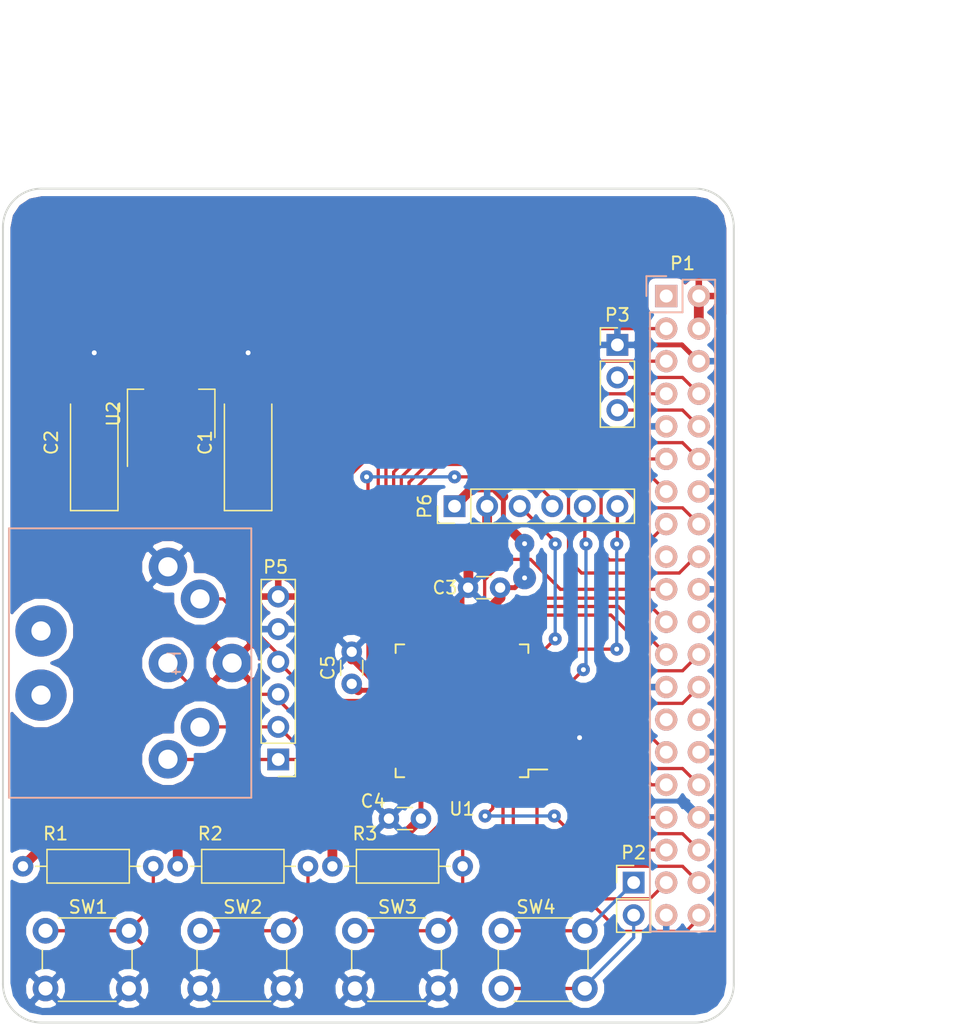
<source format=kicad_pcb>
(kicad_pcb (version 4) (host pcbnew 4.0.6-e0-6349~53~ubuntu14.04.1)

  (general
    (links 92)
    (no_connects 0)
    (area 72.654999 109.029999 129.805001 174.180001)
    (thickness 1.6)
    (drawings 12)
    (tracks 302)
    (zones 0)
    (modules 20)
    (nets 42)
  )

  (page A4 portrait)
  (layers
    (0 Top signal)
    (31 Bottom signal)
    (34 B.Paste user hide)
    (35 F.Paste user hide)
    (36 B.SilkS user)
    (37 F.SilkS user)
    (38 B.Mask user hide)
    (39 F.Mask user hide)
    (40 Dwgs.User user)
    (41 Cmts.User user hide)
    (42 Eco1.User user hide)
    (43 Eco2.User user hide)
    (44 Edge.Cuts user)
    (45 Margin user hide)
  )

  (setup
    (last_trace_width 0.254)
    (user_trace_width 0.254)
    (user_trace_width 0.381)
    (user_trace_width 0.508)
    (trace_clearance 0.2032)
    (zone_clearance 0.508)
    (zone_45_only no)
    (trace_min 0.254)
    (segment_width 0.2)
    (edge_width 0.15)
    (via_size 1.016)
    (via_drill 0.381)
    (via_min_size 0.635)
    (via_min_drill 0.381)
    (uvia_size 0.762)
    (uvia_drill 0.508)
    (uvias_allowed no)
    (uvia_min_size 0)
    (uvia_min_drill 0)
    (pcb_text_width 0.3)
    (pcb_text_size 1.5 1.5)
    (mod_edge_width 0.15)
    (mod_text_size 1 1)
    (mod_text_width 0.15)
    (pad_size 1.6 1.6)
    (pad_drill 0.8)
    (pad_to_mask_clearance 0.2)
    (aux_axis_origin 125.73072 141.60476)
    (visible_elements 7FFEFF7F)
    (pcbplotparams
      (layerselection 0x00030_80000001)
      (usegerberextensions false)
      (excludeedgelayer true)
      (linewidth 0.100000)
      (plotframeref false)
      (viasonmask false)
      (mode 1)
      (useauxorigin false)
      (hpglpennumber 1)
      (hpglpenspeed 20)
      (hpglpendiameter 15)
      (hpglpenoverlay 2)
      (psnegative false)
      (psa4output false)
      (plotreference true)
      (plotvalue true)
      (plotinvisibletext false)
      (padsonsilk false)
      (subtractmaskfromsilk false)
      (outputformat 1)
      (mirror false)
      (drillshape 0)
      (scaleselection 1)
      (outputdirectory svg/))
  )

  (net 0 "")
  (net 1 /VCC)
  (net 2 /GND)
  (net 3 /3V3)
  (net 4 /GPIO2)
  (net 5 /GPIO3)
  (net 6 /GPIO4)
  (net 7 /TxD)
  (net 8 /RxD)
  (net 9 /GPIO17)
  (net 10 /GPIO18)
  (net 11 /GPIO10)
  (net 12 /GPIO9)
  (net 13 /GPIO11)
  (net 14 /GPIO8)
  (net 15 /GPIO7)
  (net 16 /GPIO5)
  (net 17 /GPIO6)
  (net 18 /GPIO12)
  (net 19 /GPIO13)
  (net 20 /GPIO19)
  (net 21 /GPIO16)
  (net 22 /GPIO26)
  (net 23 /GPIO20)
  (net 24 /GPIO21)
  (net 25 /RED)
  (net 26 /GREEN)
  (net 27 /BLUE)
  (net 28 /SYNC)
  (net 29 /TCK)
  (net 30 /TDO)
  (net 31 /TDI)
  (net 32 /TMS)
  (net 33 "Net-(P2-Pad1)")
  (net 34 "Net-(P2-Pad2)")
  (net 35 /SW1)
  (net 36 /SW2)
  (net 37 /SW3)
  (net 38 /GPIO27)
  (net 39 /GPIO22)
  (net 40 /GPIO23)
  (net 41 /GPIO24)

  (net_class Default "This is the default net class."
    (clearance 0.2032)
    (trace_width 0.254)
    (via_dia 1.016)
    (via_drill 0.381)
    (uvia_dia 0.762)
    (uvia_drill 0.508)
    (add_net /BLUE)
    (add_net /GPIO10)
    (add_net /GPIO11)
    (add_net /GPIO12)
    (add_net /GPIO13)
    (add_net /GPIO16)
    (add_net /GPIO17)
    (add_net /GPIO18)
    (add_net /GPIO19)
    (add_net /GPIO2)
    (add_net /GPIO20)
    (add_net /GPIO21)
    (add_net /GPIO22)
    (add_net /GPIO23)
    (add_net /GPIO24)
    (add_net /GPIO26)
    (add_net /GPIO27)
    (add_net /GPIO3)
    (add_net /GPIO4)
    (add_net /GPIO5)
    (add_net /GPIO6)
    (add_net /GPIO7)
    (add_net /GPIO8)
    (add_net /GPIO9)
    (add_net /GREEN)
    (add_net /RED)
    (add_net /RxD)
    (add_net /SW1)
    (add_net /SW2)
    (add_net /SW3)
    (add_net /SYNC)
    (add_net /TCK)
    (add_net /TDI)
    (add_net /TDO)
    (add_net /TMS)
    (add_net /TxD)
    (add_net "Net-(P2-Pad1)")
    (add_net "Net-(P2-Pad2)")
  )

  (net_class Power ""
    (clearance 0.2032)
    (trace_width 0.762)
    (via_dia 1.778)
    (via_drill 0.381)
    (uvia_dia 0.762)
    (uvia_drill 0.508)
    (add_net /3V3)
    (add_net /GND)
    (add_net /VCC)
  )

  (module footprints:DIN45322 (layer Bottom) (tedit 595A5AE8) (tstamp 595A5D1C)
    (at 85.598 146.083 270)
    (path /595A124F)
    (fp_text reference P4 (at 0 -0.5 270) (layer B.SilkS)
      (effects (font (size 1 1) (thickness 0.15)) (justify mirror))
    )
    (fp_text value CONN_01X06 (at 0 0.5 270) (layer B.Fab)
      (effects (font (size 1 1) (thickness 0.15)) (justify mirror))
    )
    (fp_line (start -10.5 12.4) (end 10.5 12.4) (layer B.SilkS) (width 0.15))
    (fp_line (start 10.5 12.4) (end 10.5 -6.5) (layer B.SilkS) (width 0.15))
    (fp_line (start 10.5 -6.5) (end -10.5 -6.5) (layer B.SilkS) (width 0.15))
    (fp_line (start -10.5 -6.5) (end -10.5 12.4) (layer B.SilkS) (width 0.15))
    (pad 3 thru_hole circle (at 0 0 270) (size 3 3) (drill 1.5) (layers *.Cu *.Mask)
      (net 27 /BLUE))
    (pad 5 thru_hole circle (at -7.5 0 270) (size 3 3) (drill 1.5) (layers *.Cu *.Mask)
      (net 2 /GND))
    (pad 1 thru_hole circle (at 7.5 0 270) (size 3 3) (drill 1.5) (layers *.Cu *.Mask)
      (net 25 /RED))
    (pad 4 thru_hole circle (at -5 -2.5 270) (size 3 3) (drill 1.5) (layers *.Cu *.Mask)
      (net 28 /SYNC))
    (pad 2 thru_hole circle (at 5 -2.5 270) (size 3 3) (drill 1.5) (layers *.Cu *.Mask)
      (net 26 /GREEN))
    (pad 6 thru_hole circle (at 0 -5 270) (size 3 3) (drill 1.5) (layers *.Cu *.Mask)
      (net 1 /VCC))
    (pad 7 thru_hole circle (at -2.5 9.9 270) (size 4 4) (drill 1.5) (layers *.Cu *.Mask))
    (pad 8 thru_hole circle (at 2.5 9.9 270) (size 4 4) (drill 1.5) (layers *.Cu *.Mask))
  )

  (module Socket_Strips:Socket_Strip_Straight_2x20 (layer Bottom) (tedit 595A4252) (tstamp 574579BB)
    (at 124.46 117.475 270)
    (descr "Through hole socket strip")
    (tags "socket strip")
    (path /574468E6)
    (fp_text reference P1 (at -2.54024 -1.27072 360) (layer F.SilkS)
      (effects (font (size 1 1) (thickness 0.15)))
    )
    (fp_text value CONN_02X20 (at 0 3.1 270) (layer B.Fab)
      (effects (font (size 1 1) (thickness 0.15)) (justify mirror))
    )
    (fp_line (start -1.75 1.75) (end -1.75 -4.3) (layer B.CrtYd) (width 0.05))
    (fp_line (start 50.05 1.75) (end 50.05 -4.3) (layer B.CrtYd) (width 0.05))
    (fp_line (start -1.75 1.75) (end 50.05 1.75) (layer B.CrtYd) (width 0.05))
    (fp_line (start -1.75 -4.3) (end 50.05 -4.3) (layer B.CrtYd) (width 0.05))
    (fp_line (start 49.53 -3.81) (end -1.27 -3.81) (layer B.SilkS) (width 0.15))
    (fp_line (start 1.27 1.27) (end 49.53 1.27) (layer B.SilkS) (width 0.15))
    (fp_line (start 49.53 -3.81) (end 49.53 1.27) (layer B.SilkS) (width 0.15))
    (fp_line (start -1.27 -3.81) (end -1.27 -1.27) (layer B.SilkS) (width 0.15))
    (fp_line (start 0 1.55) (end -1.55 1.55) (layer B.SilkS) (width 0.15))
    (fp_line (start -1.27 -1.27) (end 1.27 -1.27) (layer B.SilkS) (width 0.15))
    (fp_line (start 1.27 -1.27) (end 1.27 1.27) (layer B.SilkS) (width 0.15))
    (fp_line (start -1.55 1.55) (end -1.55 0) (layer B.SilkS) (width 0.15))
    (pad 1 thru_hole rect (at 0 0 270) (size 1.7272 1.7272) (drill 1.016) (layers *.Cu *.Mask B.SilkS))
    (pad 2 thru_hole oval (at 0 -2.54 270) (size 1.7272 1.7272) (drill 1.016) (layers *.Cu *.Mask B.SilkS)
      (net 1 /VCC))
    (pad 3 thru_hole oval (at 2.54 0 270) (size 1.7272 1.7272) (drill 1.016) (layers *.Cu *.Mask B.SilkS)
      (net 4 /GPIO2))
    (pad 4 thru_hole oval (at 2.54 -2.54 270) (size 1.7272 1.7272) (drill 1.016) (layers *.Cu *.Mask B.SilkS)
      (net 1 /VCC))
    (pad 5 thru_hole oval (at 5.08 0 270) (size 1.7272 1.7272) (drill 1.016) (layers *.Cu *.Mask B.SilkS)
      (net 5 /GPIO3))
    (pad 6 thru_hole oval (at 5.08 -2.54 270) (size 1.7272 1.7272) (drill 1.016) (layers *.Cu *.Mask B.SilkS)
      (net 2 /GND))
    (pad 7 thru_hole oval (at 7.62 0 270) (size 1.7272 1.7272) (drill 1.016) (layers *.Cu *.Mask B.SilkS)
      (net 6 /GPIO4))
    (pad 8 thru_hole oval (at 7.62 -2.54 270) (size 1.7272 1.7272) (drill 1.016) (layers *.Cu *.Mask B.SilkS)
      (net 7 /TxD))
    (pad 9 thru_hole oval (at 10.16 0 270) (size 1.7272 1.7272) (drill 1.016) (layers *.Cu *.Mask B.SilkS)
      (net 2 /GND))
    (pad 10 thru_hole oval (at 10.16 -2.54 270) (size 1.7272 1.7272) (drill 1.016) (layers *.Cu *.Mask B.SilkS)
      (net 8 /RxD))
    (pad 11 thru_hole oval (at 12.7 0 270) (size 1.7272 1.7272) (drill 1.016) (layers *.Cu *.Mask B.SilkS)
      (net 9 /GPIO17))
    (pad 12 thru_hole oval (at 12.7 -2.54 270) (size 1.7272 1.7272) (drill 1.016) (layers *.Cu *.Mask B.SilkS)
      (net 10 /GPIO18))
    (pad 13 thru_hole oval (at 15.24 0 270) (size 1.7272 1.7272) (drill 1.016) (layers *.Cu *.Mask B.SilkS)
      (net 38 /GPIO27))
    (pad 14 thru_hole oval (at 15.24 -2.54 270) (size 1.7272 1.7272) (drill 1.016) (layers *.Cu *.Mask B.SilkS)
      (net 2 /GND))
    (pad 15 thru_hole oval (at 17.78 0 270) (size 1.7272 1.7272) (drill 1.016) (layers *.Cu *.Mask B.SilkS)
      (net 39 /GPIO22))
    (pad 16 thru_hole oval (at 17.78 -2.54 270) (size 1.7272 1.7272) (drill 1.016) (layers *.Cu *.Mask B.SilkS)
      (net 40 /GPIO23))
    (pad 17 thru_hole oval (at 20.32 0 270) (size 1.7272 1.7272) (drill 1.016) (layers *.Cu *.Mask B.SilkS))
    (pad 18 thru_hole oval (at 20.32 -2.54 270) (size 1.7272 1.7272) (drill 1.016) (layers *.Cu *.Mask B.SilkS)
      (net 41 /GPIO24))
    (pad 19 thru_hole oval (at 22.86 0 270) (size 1.7272 1.7272) (drill 1.016) (layers *.Cu *.Mask B.SilkS)
      (net 11 /GPIO10))
    (pad 20 thru_hole oval (at 22.86 -2.54 270) (size 1.7272 1.7272) (drill 1.016) (layers *.Cu *.Mask B.SilkS)
      (net 2 /GND))
    (pad 21 thru_hole oval (at 25.4 0 270) (size 1.7272 1.7272) (drill 1.016) (layers *.Cu *.Mask B.SilkS)
      (net 12 /GPIO9))
    (pad 22 thru_hole oval (at 25.4 -2.54 270) (size 1.7272 1.7272) (drill 1.016) (layers *.Cu *.Mask B.SilkS))
    (pad 23 thru_hole oval (at 27.94 0 270) (size 1.7272 1.7272) (drill 1.016) (layers *.Cu *.Mask B.SilkS)
      (net 13 /GPIO11))
    (pad 24 thru_hole oval (at 27.94 -2.54 270) (size 1.7272 1.7272) (drill 1.016) (layers *.Cu *.Mask B.SilkS)
      (net 14 /GPIO8))
    (pad 25 thru_hole oval (at 30.48 0 270) (size 1.7272 1.7272) (drill 1.016) (layers *.Cu *.Mask B.SilkS)
      (net 2 /GND))
    (pad 26 thru_hole oval (at 30.48 -2.54 270) (size 1.7272 1.7272) (drill 1.016) (layers *.Cu *.Mask B.SilkS)
      (net 15 /GPIO7))
    (pad 27 thru_hole oval (at 33.02 0 270) (size 1.7272 1.7272) (drill 1.016) (layers *.Cu *.Mask B.SilkS))
    (pad 28 thru_hole oval (at 33.02 -2.54 270) (size 1.7272 1.7272) (drill 1.016) (layers *.Cu *.Mask B.SilkS))
    (pad 29 thru_hole oval (at 35.56 0 270) (size 1.7272 1.7272) (drill 1.016) (layers *.Cu *.Mask B.SilkS)
      (net 16 /GPIO5))
    (pad 30 thru_hole oval (at 35.56 -2.54 270) (size 1.7272 1.7272) (drill 1.016) (layers *.Cu *.Mask B.SilkS)
      (net 2 /GND))
    (pad 31 thru_hole oval (at 38.1 0 270) (size 1.7272 1.7272) (drill 1.016) (layers *.Cu *.Mask B.SilkS)
      (net 17 /GPIO6))
    (pad 32 thru_hole oval (at 38.1 -2.54 270) (size 1.7272 1.7272) (drill 1.016) (layers *.Cu *.Mask B.SilkS)
      (net 18 /GPIO12))
    (pad 33 thru_hole oval (at 40.64 0 270) (size 1.7272 1.7272) (drill 1.016) (layers *.Cu *.Mask B.SilkS)
      (net 19 /GPIO13))
    (pad 34 thru_hole oval (at 40.64 -2.54 270) (size 1.7272 1.7272) (drill 1.016) (layers *.Cu *.Mask B.SilkS)
      (net 2 /GND))
    (pad 35 thru_hole oval (at 43.18 0 270) (size 1.7272 1.7272) (drill 1.016) (layers *.Cu *.Mask B.SilkS)
      (net 20 /GPIO19))
    (pad 36 thru_hole oval (at 43.18 -2.54 270) (size 1.7272 1.7272) (drill 1.016) (layers *.Cu *.Mask B.SilkS)
      (net 21 /GPIO16))
    (pad 37 thru_hole oval (at 45.72 0 270) (size 1.7272 1.7272) (drill 1.016) (layers *.Cu *.Mask B.SilkS)
      (net 22 /GPIO26))
    (pad 38 thru_hole oval (at 45.72 -2.54 270) (size 1.7272 1.7272) (drill 1.016) (layers *.Cu *.Mask B.SilkS)
      (net 23 /GPIO20))
    (pad 39 thru_hole oval (at 48.26 0 270) (size 1.7272 1.7272) (drill 1.016) (layers *.Cu *.Mask B.SilkS)
      (net 2 /GND))
    (pad 40 thru_hole oval (at 48.26 -2.54 270) (size 1.7272 1.7272) (drill 1.016) (layers *.Cu *.Mask B.SilkS)
      (net 24 /GPIO21))
    (model Socket_Strips.3dshapes/Socket_Strip_Straight_2x20.wrl
      (at (xyz 0.95 -0.05 0))
      (scale (xyz 1 1 1))
      (rotate (xyz 0 0 180))
    )
  )

  (module Capacitors_ThroughHole:C_Disc_D3.0mm_W1.6mm_P2.50mm (layer Top) (tedit 595A3C48) (tstamp 595A2E93)
    (at 111.506 140.208 180)
    (descr "C, Disc series, Radial, pin pitch=2.50mm, , diameter*width=3.0*1.6mm^2, Capacitor, http://www.vishay.com/docs/45233/krseries.pdf")
    (tags "C Disc series Radial pin pitch 2.50mm  diameter 3.0mm width 1.6mm Capacitor")
    (path /595A31EE)
    (fp_text reference C3 (at 4.3 0 180) (layer F.SilkS)
      (effects (font (size 1 1) (thickness 0.15)))
    )
    (fp_text value C_Small (at 1.25 1.86 180) (layer F.Fab)
      (effects (font (size 1 1) (thickness 0.15)))
    )
    (fp_text user %R (at 1.25 0 180) (layer F.Fab)
      (effects (font (size 0.7 0.7) (thickness 0.105)))
    )
    (fp_line (start -0.25 -0.8) (end -0.25 0.8) (layer F.Fab) (width 0.1))
    (fp_line (start -0.25 0.8) (end 2.75 0.8) (layer F.Fab) (width 0.1))
    (fp_line (start 2.75 0.8) (end 2.75 -0.8) (layer F.Fab) (width 0.1))
    (fp_line (start 2.75 -0.8) (end -0.25 -0.8) (layer F.Fab) (width 0.1))
    (fp_line (start 0.663 -0.861) (end 1.837 -0.861) (layer F.SilkS) (width 0.12))
    (fp_line (start 0.663 0.861) (end 1.837 0.861) (layer F.SilkS) (width 0.12))
    (fp_line (start -1.05 -1.15) (end -1.05 1.15) (layer F.CrtYd) (width 0.05))
    (fp_line (start -1.05 1.15) (end 3.55 1.15) (layer F.CrtYd) (width 0.05))
    (fp_line (start 3.55 1.15) (end 3.55 -1.15) (layer F.CrtYd) (width 0.05))
    (fp_line (start 3.55 -1.15) (end -1.05 -1.15) (layer F.CrtYd) (width 0.05))
    (pad 1 thru_hole circle (at 0 0 180) (size 1.6 1.6) (drill 0.8) (layers *.Cu *.Mask)
      (net 3 /3V3))
    (pad 2 thru_hole circle (at 2.5 0 180) (size 1.6 1.6) (drill 0.8) (layers *.Cu *.Mask)
      (net 2 /GND))
    (model ${KISYS3DMOD}/Capacitors_THT.3dshapes/C_Disc_D3.0mm_W1.6mm_P2.50mm.wrl
      (at (xyz 0 0 0))
      (scale (xyz 0.393701 0.393701 0.393701))
      (rotate (xyz 0 0 0))
    )
  )

  (module Capacitors_ThroughHole:C_Disc_D3.0mm_W1.6mm_P2.50mm (layer Top) (tedit 595B7269) (tstamp 595A2E99)
    (at 105.33072 158.20476 180)
    (descr "C, Disc series, Radial, pin pitch=2.50mm, , diameter*width=3.0*1.6mm^2, Capacitor, http://www.vishay.com/docs/45233/krseries.pdf")
    (tags "C Disc series Radial pin pitch 2.50mm  diameter 3.0mm width 1.6mm Capacitor")
    (path /595A3174)
    (fp_text reference C4 (at 3.73072 1.35976 180) (layer F.SilkS)
      (effects (font (size 1 1) (thickness 0.15)))
    )
    (fp_text value C_Small (at 1.25 1.86 180) (layer F.Fab)
      (effects (font (size 1 1) (thickness 0.15)))
    )
    (fp_text user %R (at 1.25 0 180) (layer F.Fab)
      (effects (font (size 0.7 0.7) (thickness 0.105)))
    )
    (fp_line (start -0.25 -0.8) (end -0.25 0.8) (layer F.Fab) (width 0.1))
    (fp_line (start -0.25 0.8) (end 2.75 0.8) (layer F.Fab) (width 0.1))
    (fp_line (start 2.75 0.8) (end 2.75 -0.8) (layer F.Fab) (width 0.1))
    (fp_line (start 2.75 -0.8) (end -0.25 -0.8) (layer F.Fab) (width 0.1))
    (fp_line (start 0.663 -0.861) (end 1.837 -0.861) (layer F.SilkS) (width 0.12))
    (fp_line (start 0.663 0.861) (end 1.837 0.861) (layer F.SilkS) (width 0.12))
    (fp_line (start -1.05 -1.15) (end -1.05 1.15) (layer F.CrtYd) (width 0.05))
    (fp_line (start -1.05 1.15) (end 3.55 1.15) (layer F.CrtYd) (width 0.05))
    (fp_line (start 3.55 1.15) (end 3.55 -1.15) (layer F.CrtYd) (width 0.05))
    (fp_line (start 3.55 -1.15) (end -1.05 -1.15) (layer F.CrtYd) (width 0.05))
    (pad 1 thru_hole circle (at 0 0 180) (size 1.6 1.6) (drill 0.8) (layers *.Cu *.Mask)
      (net 3 /3V3))
    (pad 2 thru_hole circle (at 2.5 0 180) (size 1.6 1.6) (drill 0.8) (layers *.Cu *.Mask)
      (net 2 /GND))
    (model ${KISYS3DMOD}/Capacitors_THT.3dshapes/C_Disc_D3.0mm_W1.6mm_P2.50mm.wrl
      (at (xyz 0 0 0))
      (scale (xyz 0.393701 0.393701 0.393701))
      (rotate (xyz 0 0 0))
    )
  )

  (module Capacitors_ThroughHole:C_Disc_D3.0mm_W1.6mm_P2.50mm (layer Top) (tedit 5920C254) (tstamp 595A2E9F)
    (at 99.93072 147.70476 90)
    (descr "C, Disc series, Radial, pin pitch=2.50mm, , diameter*width=3.0*1.6mm^2, Capacitor, http://www.vishay.com/docs/45233/krseries.pdf")
    (tags "C Disc series Radial pin pitch 2.50mm  diameter 3.0mm width 1.6mm Capacitor")
    (path /595A3251)
    (fp_text reference C5 (at 1.25 -1.86 90) (layer F.SilkS)
      (effects (font (size 1 1) (thickness 0.15)))
    )
    (fp_text value C_Small (at 1.25 1.86 90) (layer F.Fab)
      (effects (font (size 1 1) (thickness 0.15)))
    )
    (fp_text user %R (at 1.25 0 90) (layer F.Fab)
      (effects (font (size 0.7 0.7) (thickness 0.105)))
    )
    (fp_line (start -0.25 -0.8) (end -0.25 0.8) (layer F.Fab) (width 0.1))
    (fp_line (start -0.25 0.8) (end 2.75 0.8) (layer F.Fab) (width 0.1))
    (fp_line (start 2.75 0.8) (end 2.75 -0.8) (layer F.Fab) (width 0.1))
    (fp_line (start 2.75 -0.8) (end -0.25 -0.8) (layer F.Fab) (width 0.1))
    (fp_line (start 0.663 -0.861) (end 1.837 -0.861) (layer F.SilkS) (width 0.12))
    (fp_line (start 0.663 0.861) (end 1.837 0.861) (layer F.SilkS) (width 0.12))
    (fp_line (start -1.05 -1.15) (end -1.05 1.15) (layer F.CrtYd) (width 0.05))
    (fp_line (start -1.05 1.15) (end 3.55 1.15) (layer F.CrtYd) (width 0.05))
    (fp_line (start 3.55 1.15) (end 3.55 -1.15) (layer F.CrtYd) (width 0.05))
    (fp_line (start 3.55 -1.15) (end -1.05 -1.15) (layer F.CrtYd) (width 0.05))
    (pad 1 thru_hole circle (at 0 0 90) (size 1.6 1.6) (drill 0.8) (layers *.Cu *.Mask)
      (net 3 /3V3))
    (pad 2 thru_hole circle (at 2.5 0 90) (size 1.6 1.6) (drill 0.8) (layers *.Cu *.Mask)
      (net 2 /GND))
    (model ${KISYS3DMOD}/Capacitors_THT.3dshapes/C_Disc_D3.0mm_W1.6mm_P2.50mm.wrl
      (at (xyz 0 0 0))
      (scale (xyz 0.393701 0.393701 0.393701))
      (rotate (xyz 0 0 0))
    )
  )

  (module Pin_Headers:Pin_Header_Straight_1x02_Pitch2.54mm (layer Top) (tedit 58CD4EC1) (tstamp 595A2EAB)
    (at 121.92 163.195)
    (descr "Through hole straight pin header, 1x02, 2.54mm pitch, single row")
    (tags "Through hole pin header THT 1x02 2.54mm single row")
    (path /595A13C3)
    (fp_text reference P2 (at 0 -2.33) (layer F.SilkS)
      (effects (font (size 1 1) (thickness 0.15)))
    )
    (fp_text value CONN_01X02 (at 0 4.87) (layer F.Fab)
      (effects (font (size 1 1) (thickness 0.15)))
    )
    (fp_line (start -1.27 -1.27) (end -1.27 3.81) (layer F.Fab) (width 0.1))
    (fp_line (start -1.27 3.81) (end 1.27 3.81) (layer F.Fab) (width 0.1))
    (fp_line (start 1.27 3.81) (end 1.27 -1.27) (layer F.Fab) (width 0.1))
    (fp_line (start 1.27 -1.27) (end -1.27 -1.27) (layer F.Fab) (width 0.1))
    (fp_line (start -1.33 1.27) (end -1.33 3.87) (layer F.SilkS) (width 0.12))
    (fp_line (start -1.33 3.87) (end 1.33 3.87) (layer F.SilkS) (width 0.12))
    (fp_line (start 1.33 3.87) (end 1.33 1.27) (layer F.SilkS) (width 0.12))
    (fp_line (start 1.33 1.27) (end -1.33 1.27) (layer F.SilkS) (width 0.12))
    (fp_line (start -1.33 0) (end -1.33 -1.33) (layer F.SilkS) (width 0.12))
    (fp_line (start -1.33 -1.33) (end 0 -1.33) (layer F.SilkS) (width 0.12))
    (fp_line (start -1.8 -1.8) (end -1.8 4.35) (layer F.CrtYd) (width 0.05))
    (fp_line (start -1.8 4.35) (end 1.8 4.35) (layer F.CrtYd) (width 0.05))
    (fp_line (start 1.8 4.35) (end 1.8 -1.8) (layer F.CrtYd) (width 0.05))
    (fp_line (start 1.8 -1.8) (end -1.8 -1.8) (layer F.CrtYd) (width 0.05))
    (fp_text user %R (at 0 -2.33) (layer F.Fab)
      (effects (font (size 1 1) (thickness 0.15)))
    )
    (pad 1 thru_hole rect (at 0 0) (size 1.7 1.7) (drill 1) (layers *.Cu *.Mask)
      (net 33 "Net-(P2-Pad1)"))
    (pad 2 thru_hole oval (at 0 2.54) (size 1.7 1.7) (drill 1) (layers *.Cu *.Mask)
      (net 34 "Net-(P2-Pad2)"))
    (model ${KISYS3DMOD}/Pin_Headers.3dshapes/Pin_Header_Straight_1x02_Pitch2.54mm.wrl
      (at (xyz 0 -0.05 0))
      (scale (xyz 1 1 1))
      (rotate (xyz 0 0 90))
    )
  )

  (module Pin_Headers:Pin_Header_Straight_1x03_Pitch2.54mm (layer Top) (tedit 58CD4EC1) (tstamp 595A2EB2)
    (at 120.65072 121.28476)
    (descr "Through hole straight pin header, 1x03, 2.54mm pitch, single row")
    (tags "Through hole pin header THT 1x03 2.54mm single row")
    (path /595A288D)
    (fp_text reference P3 (at 0 -2.33) (layer F.SilkS)
      (effects (font (size 1 1) (thickness 0.15)))
    )
    (fp_text value CONN_01X03 (at 0 7.41) (layer F.Fab)
      (effects (font (size 1 1) (thickness 0.15)))
    )
    (fp_line (start -1.27 -1.27) (end -1.27 6.35) (layer F.Fab) (width 0.1))
    (fp_line (start -1.27 6.35) (end 1.27 6.35) (layer F.Fab) (width 0.1))
    (fp_line (start 1.27 6.35) (end 1.27 -1.27) (layer F.Fab) (width 0.1))
    (fp_line (start 1.27 -1.27) (end -1.27 -1.27) (layer F.Fab) (width 0.1))
    (fp_line (start -1.33 1.27) (end -1.33 6.41) (layer F.SilkS) (width 0.12))
    (fp_line (start -1.33 6.41) (end 1.33 6.41) (layer F.SilkS) (width 0.12))
    (fp_line (start 1.33 6.41) (end 1.33 1.27) (layer F.SilkS) (width 0.12))
    (fp_line (start 1.33 1.27) (end -1.33 1.27) (layer F.SilkS) (width 0.12))
    (fp_line (start -1.33 0) (end -1.33 -1.33) (layer F.SilkS) (width 0.12))
    (fp_line (start -1.33 -1.33) (end 0 -1.33) (layer F.SilkS) (width 0.12))
    (fp_line (start -1.8 -1.8) (end -1.8 6.85) (layer F.CrtYd) (width 0.05))
    (fp_line (start -1.8 6.85) (end 1.8 6.85) (layer F.CrtYd) (width 0.05))
    (fp_line (start 1.8 6.85) (end 1.8 -1.8) (layer F.CrtYd) (width 0.05))
    (fp_line (start 1.8 -1.8) (end -1.8 -1.8) (layer F.CrtYd) (width 0.05))
    (fp_text user %R (at 0 -2.33) (layer F.Fab)
      (effects (font (size 1 1) (thickness 0.15)))
    )
    (pad 1 thru_hole rect (at 0 0) (size 1.7 1.7) (drill 1) (layers *.Cu *.Mask)
      (net 2 /GND))
    (pad 2 thru_hole oval (at 0 2.54) (size 1.7 1.7) (drill 1) (layers *.Cu *.Mask)
      (net 7 /TxD))
    (pad 3 thru_hole oval (at 0 5.08) (size 1.7 1.7) (drill 1) (layers *.Cu *.Mask)
      (net 8 /RxD))
    (model ${KISYS3DMOD}/Pin_Headers.3dshapes/Pin_Header_Straight_1x03_Pitch2.54mm.wrl
      (at (xyz 0 -0.1 0))
      (scale (xyz 1 1 1))
      (rotate (xyz 0 0 90))
    )
  )

  (module Pin_Headers:Pin_Header_Straight_1x06_Pitch2.54mm (layer Top) (tedit 595A5F97) (tstamp 595A2EC6)
    (at 94.2 153.6 180)
    (descr "Through hole straight pin header, 1x06, 2.54mm pitch, single row")
    (tags "Through hole pin header THT 1x06 2.54mm single row")
    (path /595A12E7)
    (fp_text reference P5 (at 0.2 15 180) (layer F.SilkS)
      (effects (font (size 1 1) (thickness 0.15)))
    )
    (fp_text value CONN_01X06 (at 0 15.03 180) (layer F.Fab)
      (effects (font (size 1 1) (thickness 0.15)))
    )
    (fp_line (start -1.27 -1.27) (end -1.27 13.97) (layer F.Fab) (width 0.1))
    (fp_line (start -1.27 13.97) (end 1.27 13.97) (layer F.Fab) (width 0.1))
    (fp_line (start 1.27 13.97) (end 1.27 -1.27) (layer F.Fab) (width 0.1))
    (fp_line (start 1.27 -1.27) (end -1.27 -1.27) (layer F.Fab) (width 0.1))
    (fp_line (start -1.33 1.27) (end -1.33 14.03) (layer F.SilkS) (width 0.12))
    (fp_line (start -1.33 14.03) (end 1.33 14.03) (layer F.SilkS) (width 0.12))
    (fp_line (start 1.33 14.03) (end 1.33 1.27) (layer F.SilkS) (width 0.12))
    (fp_line (start 1.33 1.27) (end -1.33 1.27) (layer F.SilkS) (width 0.12))
    (fp_line (start -1.33 0) (end -1.33 -1.33) (layer F.SilkS) (width 0.12))
    (fp_line (start -1.33 -1.33) (end 0 -1.33) (layer F.SilkS) (width 0.12))
    (fp_line (start -1.8 -1.8) (end -1.8 14.5) (layer F.CrtYd) (width 0.05))
    (fp_line (start -1.8 14.5) (end 1.8 14.5) (layer F.CrtYd) (width 0.05))
    (fp_line (start 1.8 14.5) (end 1.8 -1.8) (layer F.CrtYd) (width 0.05))
    (fp_line (start 1.8 -1.8) (end -1.8 -1.8) (layer F.CrtYd) (width 0.05))
    (fp_text user %R (at 0 -2.33 180) (layer F.Fab)
      (effects (font (size 1 1) (thickness 0.15)))
    )
    (pad 1 thru_hole rect (at 0 0 180) (size 1.7 1.7) (drill 1) (layers *.Cu *.Mask)
      (net 25 /RED))
    (pad 2 thru_hole oval (at 0 2.54 180) (size 1.7 1.7) (drill 1) (layers *.Cu *.Mask)
      (net 26 /GREEN))
    (pad 3 thru_hole oval (at 0 5.08 180) (size 1.7 1.7) (drill 1) (layers *.Cu *.Mask)
      (net 27 /BLUE))
    (pad 4 thru_hole oval (at 0 7.62 180) (size 1.7 1.7) (drill 1) (layers *.Cu *.Mask)
      (net 28 /SYNC))
    (pad 5 thru_hole oval (at 0 10.16 180) (size 1.7 1.7) (drill 1) (layers *.Cu *.Mask)
      (net 2 /GND))
    (pad 6 thru_hole oval (at 0 12.7 180) (size 1.7 1.7) (drill 1) (layers *.Cu *.Mask)
      (net 1 /VCC))
    (model ${KISYS3DMOD}/Pin_Headers.3dshapes/Pin_Header_Straight_1x06_Pitch2.54mm.wrl
      (at (xyz 0 -0.25 0))
      (scale (xyz 1 1 1))
      (rotate (xyz 0 0 90))
    )
  )

  (module Pin_Headers:Pin_Header_Straight_1x06_Pitch2.54mm (layer Top) (tedit 58CD4EC1) (tstamp 595A2ED0)
    (at 107.95 133.858 90)
    (descr "Through hole straight pin header, 1x06, 2.54mm pitch, single row")
    (tags "Through hole pin header THT 1x06 2.54mm single row")
    (path /595A1366)
    (fp_text reference P6 (at 0 -2.33 90) (layer F.SilkS)
      (effects (font (size 1 1) (thickness 0.15)))
    )
    (fp_text value CONN_01X06 (at 0 15.03 90) (layer F.Fab)
      (effects (font (size 1 1) (thickness 0.15)))
    )
    (fp_line (start -1.27 -1.27) (end -1.27 13.97) (layer F.Fab) (width 0.1))
    (fp_line (start -1.27 13.97) (end 1.27 13.97) (layer F.Fab) (width 0.1))
    (fp_line (start 1.27 13.97) (end 1.27 -1.27) (layer F.Fab) (width 0.1))
    (fp_line (start 1.27 -1.27) (end -1.27 -1.27) (layer F.Fab) (width 0.1))
    (fp_line (start -1.33 1.27) (end -1.33 14.03) (layer F.SilkS) (width 0.12))
    (fp_line (start -1.33 14.03) (end 1.33 14.03) (layer F.SilkS) (width 0.12))
    (fp_line (start 1.33 14.03) (end 1.33 1.27) (layer F.SilkS) (width 0.12))
    (fp_line (start 1.33 1.27) (end -1.33 1.27) (layer F.SilkS) (width 0.12))
    (fp_line (start -1.33 0) (end -1.33 -1.33) (layer F.SilkS) (width 0.12))
    (fp_line (start -1.33 -1.33) (end 0 -1.33) (layer F.SilkS) (width 0.12))
    (fp_line (start -1.8 -1.8) (end -1.8 14.5) (layer F.CrtYd) (width 0.05))
    (fp_line (start -1.8 14.5) (end 1.8 14.5) (layer F.CrtYd) (width 0.05))
    (fp_line (start 1.8 14.5) (end 1.8 -1.8) (layer F.CrtYd) (width 0.05))
    (fp_line (start 1.8 -1.8) (end -1.8 -1.8) (layer F.CrtYd) (width 0.05))
    (fp_text user %R (at 0 -2.33 90) (layer F.Fab)
      (effects (font (size 1 1) (thickness 0.15)))
    )
    (pad 1 thru_hole rect (at 0 0 90) (size 1.7 1.7) (drill 1) (layers *.Cu *.Mask)
      (net 3 /3V3))
    (pad 2 thru_hole oval (at 0 2.54 90) (size 1.7 1.7) (drill 1) (layers *.Cu *.Mask)
      (net 2 /GND))
    (pad 3 thru_hole oval (at 0 5.08 90) (size 1.7 1.7) (drill 1) (layers *.Cu *.Mask)
      (net 29 /TCK))
    (pad 4 thru_hole oval (at 0 7.62 90) (size 1.7 1.7) (drill 1) (layers *.Cu *.Mask)
      (net 30 /TDO))
    (pad 5 thru_hole oval (at 0 10.16 90) (size 1.7 1.7) (drill 1) (layers *.Cu *.Mask)
      (net 31 /TDI))
    (pad 6 thru_hole oval (at 0 12.7 90) (size 1.7 1.7) (drill 1) (layers *.Cu *.Mask)
      (net 32 /TMS))
    (model ${KISYS3DMOD}/Pin_Headers.3dshapes/Pin_Header_Straight_1x06_Pitch2.54mm.wrl
      (at (xyz 0 -0.25 0))
      (scale (xyz 1 1 1))
      (rotate (xyz 0 0 90))
    )
  )

  (module Housings_QFP:LQFP-44_10x10mm_Pitch0.8mm (layer Top) (tedit 58CC9A47) (tstamp 595A2F00)
    (at 108.53072 149.80476 180)
    (descr "LQFP44 (see Appnote_PCB_Guidelines_TRINAMIC_packages.pdf)")
    (tags "QFP 0.8")
    (path /595A11EC)
    (attr smd)
    (fp_text reference U1 (at 0 -7.65 180) (layer F.SilkS)
      (effects (font (size 1 1) (thickness 0.15)))
    )
    (fp_text value XC9572XL-VQFP44 (at 0 7.65 180) (layer F.Fab)
      (effects (font (size 1 1) (thickness 0.15)))
    )
    (fp_text user %R (at 0 0 180) (layer F.Fab)
      (effects (font (size 1 1) (thickness 0.15)))
    )
    (fp_line (start -4 -5) (end 5 -5) (layer F.Fab) (width 0.15))
    (fp_line (start 5 -5) (end 5 5) (layer F.Fab) (width 0.15))
    (fp_line (start 5 5) (end -5 5) (layer F.Fab) (width 0.15))
    (fp_line (start -5 5) (end -5 -4) (layer F.Fab) (width 0.15))
    (fp_line (start -5 -4) (end -4 -5) (layer F.Fab) (width 0.15))
    (fp_line (start -6.9 -6.9) (end -6.9 6.9) (layer F.CrtYd) (width 0.05))
    (fp_line (start 6.9 -6.9) (end 6.9 6.9) (layer F.CrtYd) (width 0.05))
    (fp_line (start -6.9 -6.9) (end 6.9 -6.9) (layer F.CrtYd) (width 0.05))
    (fp_line (start -6.9 6.9) (end 6.9 6.9) (layer F.CrtYd) (width 0.05))
    (fp_line (start -5.175 -5.175) (end -5.175 -4.575) (layer F.SilkS) (width 0.15))
    (fp_line (start 5.175 -5.175) (end 5.175 -4.505) (layer F.SilkS) (width 0.15))
    (fp_line (start 5.175 5.175) (end 5.175 4.505) (layer F.SilkS) (width 0.15))
    (fp_line (start -5.175 5.175) (end -5.175 4.505) (layer F.SilkS) (width 0.15))
    (fp_line (start -5.175 -5.175) (end -4.505 -5.175) (layer F.SilkS) (width 0.15))
    (fp_line (start -5.175 5.175) (end -4.505 5.175) (layer F.SilkS) (width 0.15))
    (fp_line (start 5.175 5.175) (end 4.505 5.175) (layer F.SilkS) (width 0.15))
    (fp_line (start 5.175 -5.175) (end 4.505 -5.175) (layer F.SilkS) (width 0.15))
    (fp_line (start -5.175 -4.575) (end -6.65 -4.575) (layer F.SilkS) (width 0.15))
    (pad 1 smd rect (at -5.85 -4 180) (size 1.6 0.56) (layers Top F.Paste F.Mask)
      (net 23 /GPIO20))
    (pad 2 smd rect (at -5.85 -3.2 180) (size 1.6 0.56) (layers Top F.Paste F.Mask)
      (net 21 /GPIO16))
    (pad 3 smd rect (at -5.85 -2.4 180) (size 1.6 0.56) (layers Top F.Paste F.Mask)
      (net 19 /GPIO13))
    (pad 4 smd rect (at -5.85 -1.6 180) (size 1.6 0.56) (layers Top F.Paste F.Mask)
      (net 2 /GND))
    (pad 5 smd rect (at -5.85 -0.8 180) (size 1.6 0.56) (layers Top F.Paste F.Mask)
      (net 17 /GPIO6))
    (pad 6 smd rect (at -5.85 0 180) (size 1.6 0.56) (layers Top F.Paste F.Mask)
      (net 18 /GPIO12))
    (pad 7 smd rect (at -5.85 0.8 180) (size 1.6 0.56) (layers Top F.Paste F.Mask)
      (net 16 /GPIO5))
    (pad 8 smd rect (at -5.85 1.6 180) (size 1.6 0.56) (layers Top F.Paste F.Mask)
      (net 15 /GPIO7))
    (pad 9 smd rect (at -5.85 2.4 180) (size 1.6 0.56) (layers Top F.Paste F.Mask)
      (net 31 /TDI))
    (pad 10 smd rect (at -5.85 3.2 180) (size 1.6 0.56) (layers Top F.Paste F.Mask)
      (net 32 /TMS))
    (pad 11 smd rect (at -5.85 4 180) (size 1.6 0.56) (layers Top F.Paste F.Mask)
      (net 29 /TCK))
    (pad 12 smd rect (at -4 5.85 270) (size 1.6 0.56) (layers Top F.Paste F.Mask)
      (net 14 /GPIO8))
    (pad 13 smd rect (at -3.2 5.85 270) (size 1.6 0.56) (layers Top F.Paste F.Mask)
      (net 13 /GPIO11))
    (pad 14 smd rect (at -2.4 5.85 270) (size 1.6 0.56) (layers Top F.Paste F.Mask)
      (net 12 /GPIO9))
    (pad 15 smd rect (at -1.6 5.85 270) (size 1.6 0.56) (layers Top F.Paste F.Mask)
      (net 3 /3V3))
    (pad 16 smd rect (at -0.8 5.85 270) (size 1.6 0.56) (layers Top F.Paste F.Mask)
      (net 11 /GPIO10))
    (pad 17 smd rect (at 0 5.85 270) (size 1.6 0.56) (layers Top F.Paste F.Mask)
      (net 2 /GND))
    (pad 18 smd rect (at 0.8 5.85 270) (size 1.6 0.56) (layers Top F.Paste F.Mask)
      (net 41 /GPIO24))
    (pad 19 smd rect (at 1.6 5.85 270) (size 1.6 0.56) (layers Top F.Paste F.Mask)
      (net 39 /GPIO22))
    (pad 20 smd rect (at 2.4 5.85 270) (size 1.6 0.56) (layers Top F.Paste F.Mask)
      (net 40 /GPIO23))
    (pad 21 smd rect (at 3.2 5.85 270) (size 1.6 0.56) (layers Top F.Paste F.Mask)
      (net 38 /GPIO27))
    (pad 22 smd rect (at 4 5.85 270) (size 1.6 0.56) (layers Top F.Paste F.Mask)
      (net 9 /GPIO17))
    (pad 23 smd rect (at 5.85 4 180) (size 1.6 0.56) (layers Top F.Paste F.Mask)
      (net 10 /GPIO18))
    (pad 24 smd rect (at 5.85 3.2 180) (size 1.6 0.56) (layers Top F.Paste F.Mask)
      (net 30 /TDO))
    (pad 25 smd rect (at 5.85 2.4 180) (size 1.6 0.56) (layers Top F.Paste F.Mask)
      (net 2 /GND))
    (pad 26 smd rect (at 5.85 1.6 180) (size 1.6 0.56) (layers Top F.Paste F.Mask)
      (net 3 /3V3))
    (pad 27 smd rect (at 5.85 0.8 180) (size 1.6 0.56) (layers Top F.Paste F.Mask)
      (net 6 /GPIO4))
    (pad 28 smd rect (at 5.85 0 180) (size 1.6 0.56) (layers Top F.Paste F.Mask)
      (net 5 /GPIO3))
    (pad 29 smd rect (at 5.85 -0.8 180) (size 1.6 0.56) (layers Top F.Paste F.Mask)
      (net 4 /GPIO2))
    (pad 30 smd rect (at 5.85 -1.6 180) (size 1.6 0.56) (layers Top F.Paste F.Mask)
      (net 28 /SYNC))
    (pad 31 smd rect (at 5.85 -2.4 180) (size 1.6 0.56) (layers Top F.Paste F.Mask)
      (net 27 /BLUE))
    (pad 32 smd rect (at 5.85 -3.2 180) (size 1.6 0.56) (layers Top F.Paste F.Mask)
      (net 26 /GREEN))
    (pad 33 smd rect (at 5.85 -4 180) (size 1.6 0.56) (layers Top F.Paste F.Mask)
      (net 25 /RED))
    (pad 34 smd rect (at 4 -5.85 270) (size 1.6 0.56) (layers Top F.Paste F.Mask))
    (pad 35 smd rect (at 3.2 -5.85 270) (size 1.6 0.56) (layers Top F.Paste F.Mask)
      (net 3 /3V3))
    (pad 36 smd rect (at 2.4 -5.85 270) (size 1.6 0.56) (layers Top F.Paste F.Mask))
    (pad 37 smd rect (at 1.6 -5.85 270) (size 1.6 0.56) (layers Top F.Paste F.Mask)
      (net 36 /SW2))
    (pad 38 smd rect (at 0.8 -5.85 270) (size 1.6 0.56) (layers Top F.Paste F.Mask)
      (net 35 /SW1))
    (pad 39 smd rect (at 0 -5.85 270) (size 1.6 0.56) (layers Top F.Paste F.Mask)
      (net 37 /SW3))
    (pad 40 smd rect (at -0.8 -5.85 270) (size 1.6 0.56) (layers Top F.Paste F.Mask))
    (pad 41 smd rect (at -1.6 -5.85 270) (size 1.6 0.56) (layers Top F.Paste F.Mask))
    (pad 42 smd rect (at -2.4 -5.85 270) (size 1.6 0.56) (layers Top F.Paste F.Mask)
      (net 20 /GPIO19))
    (pad 43 smd rect (at -3.2 -5.85 270) (size 1.6 0.56) (layers Top F.Paste F.Mask)
      (net 24 /GPIO21))
    (pad 44 smd rect (at -4 -5.85 270) (size 1.6 0.56) (layers Top F.Paste F.Mask)
      (net 22 /GPIO26))
    (model Housings_QFP.3dshapes/LQFP-44_10x10mm_Pitch0.8mm.wrl
      (at (xyz 0 0 0))
      (scale (xyz 1 1 1))
      (rotate (xyz 0 0 0))
    )
  )

  (module TO_SOT_Packages_SMD:SOT-223 (layer Top) (tedit 58CE4E7E) (tstamp 595A2F08)
    (at 85.85 126.65 90)
    (descr "module CMS SOT223 4 pins")
    (tags "CMS SOT")
    (path /595A1621)
    (attr smd)
    (fp_text reference U2 (at 0 -4.5 90) (layer F.SilkS)
      (effects (font (size 1 1) (thickness 0.15)))
    )
    (fp_text value LD1117S33TR (at 0 4.5 90) (layer F.Fab)
      (effects (font (size 1 1) (thickness 0.15)))
    )
    (fp_text user %R (at 0 0 90) (layer F.Fab)
      (effects (font (size 0.8 0.8) (thickness 0.12)))
    )
    (fp_line (start -1.85 -2.3) (end -0.8 -3.35) (layer F.Fab) (width 0.1))
    (fp_line (start 1.91 3.41) (end 1.91 2.15) (layer F.SilkS) (width 0.12))
    (fp_line (start 1.91 -3.41) (end 1.91 -2.15) (layer F.SilkS) (width 0.12))
    (fp_line (start 4.4 -3.6) (end -4.4 -3.6) (layer F.CrtYd) (width 0.05))
    (fp_line (start 4.4 3.6) (end 4.4 -3.6) (layer F.CrtYd) (width 0.05))
    (fp_line (start -4.4 3.6) (end 4.4 3.6) (layer F.CrtYd) (width 0.05))
    (fp_line (start -4.4 -3.6) (end -4.4 3.6) (layer F.CrtYd) (width 0.05))
    (fp_line (start -1.85 -2.3) (end -1.85 3.35) (layer F.Fab) (width 0.1))
    (fp_line (start -1.85 3.41) (end 1.91 3.41) (layer F.SilkS) (width 0.12))
    (fp_line (start -0.8 -3.35) (end 1.85 -3.35) (layer F.Fab) (width 0.1))
    (fp_line (start -4.1 -3.41) (end 1.91 -3.41) (layer F.SilkS) (width 0.12))
    (fp_line (start -1.85 3.35) (end 1.85 3.35) (layer F.Fab) (width 0.1))
    (fp_line (start 1.85 -3.35) (end 1.85 3.35) (layer F.Fab) (width 0.1))
    (pad 4 smd rect (at 3.15 0 90) (size 2 3.8) (layers Top F.Paste F.Mask))
    (pad 2 smd rect (at -3.15 0 90) (size 2 1.5) (layers Top F.Paste F.Mask)
      (net 3 /3V3))
    (pad 3 smd rect (at -3.15 2.3 90) (size 2 1.5) (layers Top F.Paste F.Mask)
      (net 1 /VCC))
    (pad 1 smd rect (at -3.15 -2.3 90) (size 2 1.5) (layers Top F.Paste F.Mask)
      (net 2 /GND))
    (model ${KISYS3DMOD}/TO_SOT_Packages_SMD.3dshapes/SOT-223.wrl
      (at (xyz 0 0 0))
      (scale (xyz 0.3937 0.3937 0.3937))
      (rotate (xyz 0 0 90))
    )
  )

  (module Capacitors_Tantalum_SMD:CP_Tantalum_Case-C_EIA-6032-28_Hand (layer Top) (tedit 58CC8C08) (tstamp 595B5C11)
    (at 91.85 128.9 90)
    (descr "Tantalum capacitor, Case C, EIA 6032-28, 6.0x3.2x2.5mm, Hand soldering footprint")
    (tags "capacitor tantalum smd")
    (path /595A1518)
    (attr smd)
    (fp_text reference C1 (at 0 -3.35 90) (layer F.SilkS)
      (effects (font (size 1 1) (thickness 0.15)))
    )
    (fp_text value CP1_Small (at 0 3.35 90) (layer F.Fab)
      (effects (font (size 1 1) (thickness 0.15)))
    )
    (fp_text user %R (at 0 0 90) (layer F.Fab)
      (effects (font (size 1 1) (thickness 0.15)))
    )
    (fp_line (start -5.4 -2) (end -5.4 2) (layer F.CrtYd) (width 0.05))
    (fp_line (start -5.4 2) (end 5.4 2) (layer F.CrtYd) (width 0.05))
    (fp_line (start 5.4 2) (end 5.4 -2) (layer F.CrtYd) (width 0.05))
    (fp_line (start 5.4 -2) (end -5.4 -2) (layer F.CrtYd) (width 0.05))
    (fp_line (start -3 -1.6) (end -3 1.6) (layer F.Fab) (width 0.1))
    (fp_line (start -3 1.6) (end 3 1.6) (layer F.Fab) (width 0.1))
    (fp_line (start 3 1.6) (end 3 -1.6) (layer F.Fab) (width 0.1))
    (fp_line (start 3 -1.6) (end -3 -1.6) (layer F.Fab) (width 0.1))
    (fp_line (start -2.4 -1.6) (end -2.4 1.6) (layer F.Fab) (width 0.1))
    (fp_line (start -2.1 -1.6) (end -2.1 1.6) (layer F.Fab) (width 0.1))
    (fp_line (start -5.3 -1.85) (end 3 -1.85) (layer F.SilkS) (width 0.12))
    (fp_line (start -5.3 1.85) (end 3 1.85) (layer F.SilkS) (width 0.12))
    (fp_line (start -5.3 -1.85) (end -5.3 1.85) (layer F.SilkS) (width 0.12))
    (pad 1 smd rect (at -3.125 0 90) (size 3.75 2.5) (layers Top F.Paste F.Mask)
      (net 1 /VCC))
    (pad 2 smd rect (at 3.125 0 90) (size 3.75 2.5) (layers Top F.Paste F.Mask)
      (net 2 /GND))
    (model Capacitors_Tantalum_SMD.3dshapes/CP_Tantalum_Case-C_EIA-6032-28.wrl
      (at (xyz 0 0 0))
      (scale (xyz 1 1 1))
      (rotate (xyz 0 0 0))
    )
  )

  (module Capacitors_Tantalum_SMD:CP_Tantalum_Case-C_EIA-6032-28_Hand (layer Top) (tedit 58CC8C08) (tstamp 595B5C16)
    (at 79.85 128.9 90)
    (descr "Tantalum capacitor, Case C, EIA 6032-28, 6.0x3.2x2.5mm, Hand soldering footprint")
    (tags "capacitor tantalum smd")
    (path /595B5ACB)
    (attr smd)
    (fp_text reference C2 (at 0 -3.35 90) (layer F.SilkS)
      (effects (font (size 1 1) (thickness 0.15)))
    )
    (fp_text value CP1_Small (at 0 3.35 90) (layer F.Fab)
      (effects (font (size 1 1) (thickness 0.15)))
    )
    (fp_text user %R (at 0 0 90) (layer F.Fab)
      (effects (font (size 1 1) (thickness 0.15)))
    )
    (fp_line (start -5.4 -2) (end -5.4 2) (layer F.CrtYd) (width 0.05))
    (fp_line (start -5.4 2) (end 5.4 2) (layer F.CrtYd) (width 0.05))
    (fp_line (start 5.4 2) (end 5.4 -2) (layer F.CrtYd) (width 0.05))
    (fp_line (start 5.4 -2) (end -5.4 -2) (layer F.CrtYd) (width 0.05))
    (fp_line (start -3 -1.6) (end -3 1.6) (layer F.Fab) (width 0.1))
    (fp_line (start -3 1.6) (end 3 1.6) (layer F.Fab) (width 0.1))
    (fp_line (start 3 1.6) (end 3 -1.6) (layer F.Fab) (width 0.1))
    (fp_line (start 3 -1.6) (end -3 -1.6) (layer F.Fab) (width 0.1))
    (fp_line (start -2.4 -1.6) (end -2.4 1.6) (layer F.Fab) (width 0.1))
    (fp_line (start -2.1 -1.6) (end -2.1 1.6) (layer F.Fab) (width 0.1))
    (fp_line (start -5.3 -1.85) (end 3 -1.85) (layer F.SilkS) (width 0.12))
    (fp_line (start -5.3 1.85) (end 3 1.85) (layer F.SilkS) (width 0.12))
    (fp_line (start -5.3 -1.85) (end -5.3 1.85) (layer F.SilkS) (width 0.12))
    (pad 1 smd rect (at -3.125 0 90) (size 3.75 2.5) (layers Top F.Paste F.Mask)
      (net 3 /3V3))
    (pad 2 smd rect (at 3.125 0 90) (size 3.75 2.5) (layers Top F.Paste F.Mask)
      (net 2 /GND))
    (model Capacitors_Tantalum_SMD.3dshapes/CP_Tantalum_Case-C_EIA-6032-28.wrl
      (at (xyz 0 0 0))
      (scale (xyz 1 1 1))
      (rotate (xyz 0 0 0))
    )
  )

  (module Resistors_ThroughHole:R_Axial_DIN0207_L6.3mm_D2.5mm_P10.16mm_Horizontal (layer Top) (tedit 595B721E) (tstamp 595B6C9D)
    (at 74.295 161.925)
    (descr "Resistor, Axial_DIN0207 series, Axial, Horizontal, pin pitch=10.16mm, 0.25W = 1/4W, length*diameter=6.3*2.5mm^2, http://cdn-reichelt.de/documents/datenblatt/B400/1_4W%23YAG.pdf")
    (tags "Resistor Axial_DIN0207 series Axial Horizontal pin pitch 10.16mm 0.25W = 1/4W length 6.3mm diameter 2.5mm")
    (path /595B6CB3)
    (fp_text reference R1 (at 2.54 -2.54) (layer F.SilkS)
      (effects (font (size 1 1) (thickness 0.15)))
    )
    (fp_text value 4K7 (at 5.08 2.31) (layer F.Fab)
      (effects (font (size 1 1) (thickness 0.15)))
    )
    (fp_line (start 1.93 -1.25) (end 1.93 1.25) (layer F.Fab) (width 0.1))
    (fp_line (start 1.93 1.25) (end 8.23 1.25) (layer F.Fab) (width 0.1))
    (fp_line (start 8.23 1.25) (end 8.23 -1.25) (layer F.Fab) (width 0.1))
    (fp_line (start 8.23 -1.25) (end 1.93 -1.25) (layer F.Fab) (width 0.1))
    (fp_line (start 0 0) (end 1.93 0) (layer F.Fab) (width 0.1))
    (fp_line (start 10.16 0) (end 8.23 0) (layer F.Fab) (width 0.1))
    (fp_line (start 1.87 -1.31) (end 1.87 1.31) (layer F.SilkS) (width 0.12))
    (fp_line (start 1.87 1.31) (end 8.29 1.31) (layer F.SilkS) (width 0.12))
    (fp_line (start 8.29 1.31) (end 8.29 -1.31) (layer F.SilkS) (width 0.12))
    (fp_line (start 8.29 -1.31) (end 1.87 -1.31) (layer F.SilkS) (width 0.12))
    (fp_line (start 0.98 0) (end 1.87 0) (layer F.SilkS) (width 0.12))
    (fp_line (start 9.18 0) (end 8.29 0) (layer F.SilkS) (width 0.12))
    (fp_line (start -1.05 -1.6) (end -1.05 1.6) (layer F.CrtYd) (width 0.05))
    (fp_line (start -1.05 1.6) (end 11.25 1.6) (layer F.CrtYd) (width 0.05))
    (fp_line (start 11.25 1.6) (end 11.25 -1.6) (layer F.CrtYd) (width 0.05))
    (fp_line (start 11.25 -1.6) (end -1.05 -1.6) (layer F.CrtYd) (width 0.05))
    (pad 1 thru_hole circle (at 0 0) (size 1.6 1.6) (drill 0.8) (layers *.Cu *.Mask)
      (net 3 /3V3))
    (pad 2 thru_hole oval (at 10.16 0) (size 1.6 1.6) (drill 0.8) (layers *.Cu *.Mask)
      (net 35 /SW1))
    (model Resistors_THT.3dshapes/R_Axial_DIN0207_L6.3mm_D2.5mm_P10.16mm_Horizontal.wrl
      (at (xyz 0 0 0))
      (scale (xyz 0.393701 0.393701 0.393701))
      (rotate (xyz 0 0 0))
    )
  )

  (module Resistors_ThroughHole:R_Axial_DIN0207_L6.3mm_D2.5mm_P10.16mm_Horizontal (layer Top) (tedit 595B7221) (tstamp 595B6CA3)
    (at 86.36 161.925)
    (descr "Resistor, Axial_DIN0207 series, Axial, Horizontal, pin pitch=10.16mm, 0.25W = 1/4W, length*diameter=6.3*2.5mm^2, http://cdn-reichelt.de/documents/datenblatt/B400/1_4W%23YAG.pdf")
    (tags "Resistor Axial_DIN0207 series Axial Horizontal pin pitch 10.16mm 0.25W = 1/4W length 6.3mm diameter 2.5mm")
    (path /595B744A)
    (fp_text reference R2 (at 2.54 -2.54) (layer F.SilkS)
      (effects (font (size 1 1) (thickness 0.15)))
    )
    (fp_text value 4K7 (at 5.08 2.31) (layer F.Fab)
      (effects (font (size 1 1) (thickness 0.15)))
    )
    (fp_line (start 1.93 -1.25) (end 1.93 1.25) (layer F.Fab) (width 0.1))
    (fp_line (start 1.93 1.25) (end 8.23 1.25) (layer F.Fab) (width 0.1))
    (fp_line (start 8.23 1.25) (end 8.23 -1.25) (layer F.Fab) (width 0.1))
    (fp_line (start 8.23 -1.25) (end 1.93 -1.25) (layer F.Fab) (width 0.1))
    (fp_line (start 0 0) (end 1.93 0) (layer F.Fab) (width 0.1))
    (fp_line (start 10.16 0) (end 8.23 0) (layer F.Fab) (width 0.1))
    (fp_line (start 1.87 -1.31) (end 1.87 1.31) (layer F.SilkS) (width 0.12))
    (fp_line (start 1.87 1.31) (end 8.29 1.31) (layer F.SilkS) (width 0.12))
    (fp_line (start 8.29 1.31) (end 8.29 -1.31) (layer F.SilkS) (width 0.12))
    (fp_line (start 8.29 -1.31) (end 1.87 -1.31) (layer F.SilkS) (width 0.12))
    (fp_line (start 0.98 0) (end 1.87 0) (layer F.SilkS) (width 0.12))
    (fp_line (start 9.18 0) (end 8.29 0) (layer F.SilkS) (width 0.12))
    (fp_line (start -1.05 -1.6) (end -1.05 1.6) (layer F.CrtYd) (width 0.05))
    (fp_line (start -1.05 1.6) (end 11.25 1.6) (layer F.CrtYd) (width 0.05))
    (fp_line (start 11.25 1.6) (end 11.25 -1.6) (layer F.CrtYd) (width 0.05))
    (fp_line (start 11.25 -1.6) (end -1.05 -1.6) (layer F.CrtYd) (width 0.05))
    (pad 1 thru_hole circle (at 0 0) (size 1.6 1.6) (drill 0.8) (layers *.Cu *.Mask)
      (net 3 /3V3))
    (pad 2 thru_hole oval (at 10.16 0) (size 1.6 1.6) (drill 0.8) (layers *.Cu *.Mask)
      (net 36 /SW2))
    (model Resistors_THT.3dshapes/R_Axial_DIN0207_L6.3mm_D2.5mm_P10.16mm_Horizontal.wrl
      (at (xyz 0 0 0))
      (scale (xyz 0.393701 0.393701 0.393701))
      (rotate (xyz 0 0 0))
    )
  )

  (module Resistors_ThroughHole:R_Axial_DIN0207_L6.3mm_D2.5mm_P10.16mm_Horizontal (layer Top) (tedit 595B7224) (tstamp 595B6CA9)
    (at 98.425 161.925)
    (descr "Resistor, Axial_DIN0207 series, Axial, Horizontal, pin pitch=10.16mm, 0.25W = 1/4W, length*diameter=6.3*2.5mm^2, http://cdn-reichelt.de/documents/datenblatt/B400/1_4W%23YAG.pdf")
    (tags "Resistor Axial_DIN0207 series Axial Horizontal pin pitch 10.16mm 0.25W = 1/4W length 6.3mm diameter 2.5mm")
    (path /595B74A8)
    (fp_text reference R3 (at 2.54 -2.54) (layer F.SilkS)
      (effects (font (size 1 1) (thickness 0.15)))
    )
    (fp_text value 4K7 (at 5.08 2.31) (layer F.Fab)
      (effects (font (size 1 1) (thickness 0.15)))
    )
    (fp_line (start 1.93 -1.25) (end 1.93 1.25) (layer F.Fab) (width 0.1))
    (fp_line (start 1.93 1.25) (end 8.23 1.25) (layer F.Fab) (width 0.1))
    (fp_line (start 8.23 1.25) (end 8.23 -1.25) (layer F.Fab) (width 0.1))
    (fp_line (start 8.23 -1.25) (end 1.93 -1.25) (layer F.Fab) (width 0.1))
    (fp_line (start 0 0) (end 1.93 0) (layer F.Fab) (width 0.1))
    (fp_line (start 10.16 0) (end 8.23 0) (layer F.Fab) (width 0.1))
    (fp_line (start 1.87 -1.31) (end 1.87 1.31) (layer F.SilkS) (width 0.12))
    (fp_line (start 1.87 1.31) (end 8.29 1.31) (layer F.SilkS) (width 0.12))
    (fp_line (start 8.29 1.31) (end 8.29 -1.31) (layer F.SilkS) (width 0.12))
    (fp_line (start 8.29 -1.31) (end 1.87 -1.31) (layer F.SilkS) (width 0.12))
    (fp_line (start 0.98 0) (end 1.87 0) (layer F.SilkS) (width 0.12))
    (fp_line (start 9.18 0) (end 8.29 0) (layer F.SilkS) (width 0.12))
    (fp_line (start -1.05 -1.6) (end -1.05 1.6) (layer F.CrtYd) (width 0.05))
    (fp_line (start -1.05 1.6) (end 11.25 1.6) (layer F.CrtYd) (width 0.05))
    (fp_line (start 11.25 1.6) (end 11.25 -1.6) (layer F.CrtYd) (width 0.05))
    (fp_line (start 11.25 -1.6) (end -1.05 -1.6) (layer F.CrtYd) (width 0.05))
    (pad 1 thru_hole circle (at 0 0) (size 1.6 1.6) (drill 0.8) (layers *.Cu *.Mask)
      (net 3 /3V3))
    (pad 2 thru_hole oval (at 10.16 0) (size 1.6 1.6) (drill 0.8) (layers *.Cu *.Mask)
      (net 37 /SW3))
    (model Resistors_THT.3dshapes/R_Axial_DIN0207_L6.3mm_D2.5mm_P10.16mm_Horizontal.wrl
      (at (xyz 0 0 0))
      (scale (xyz 0.393701 0.393701 0.393701))
      (rotate (xyz 0 0 0))
    )
  )

  (module Buttons_Switches_ThroughHole:SW_PUSH_6mm_h5mm (layer Top) (tedit 595B7275) (tstamp 595B6CB1)
    (at 82.55 171.45 180)
    (descr "tactile push button, 6x6mm e.g. PHAP33xx series, height=5mm")
    (tags "tact sw push 6mm")
    (path /595B68BB)
    (fp_text reference SW1 (at 3.175 6.35 180) (layer F.SilkS)
      (effects (font (size 1 1) (thickness 0.15)))
    )
    (fp_text value SW_PUSH (at 3.75 6.7 180) (layer F.Fab)
      (effects (font (size 1 1) (thickness 0.15)))
    )
    (fp_text user %R (at 3.25 2.25 180) (layer F.Fab)
      (effects (font (size 1 1) (thickness 0.15)))
    )
    (fp_line (start 3.25 -0.75) (end 6.25 -0.75) (layer F.Fab) (width 0.1))
    (fp_line (start 6.25 -0.75) (end 6.25 5.25) (layer F.Fab) (width 0.1))
    (fp_line (start 6.25 5.25) (end 0.25 5.25) (layer F.Fab) (width 0.1))
    (fp_line (start 0.25 5.25) (end 0.25 -0.75) (layer F.Fab) (width 0.1))
    (fp_line (start 0.25 -0.75) (end 3.25 -0.75) (layer F.Fab) (width 0.1))
    (fp_line (start 7.75 6) (end 8 6) (layer F.CrtYd) (width 0.05))
    (fp_line (start 8 6) (end 8 5.75) (layer F.CrtYd) (width 0.05))
    (fp_line (start 7.75 -1.5) (end 8 -1.5) (layer F.CrtYd) (width 0.05))
    (fp_line (start 8 -1.5) (end 8 -1.25) (layer F.CrtYd) (width 0.05))
    (fp_line (start -1.5 -1.25) (end -1.5 -1.5) (layer F.CrtYd) (width 0.05))
    (fp_line (start -1.5 -1.5) (end -1.25 -1.5) (layer F.CrtYd) (width 0.05))
    (fp_line (start -1.5 5.75) (end -1.5 6) (layer F.CrtYd) (width 0.05))
    (fp_line (start -1.5 6) (end -1.25 6) (layer F.CrtYd) (width 0.05))
    (fp_line (start -1.25 -1.5) (end 7.75 -1.5) (layer F.CrtYd) (width 0.05))
    (fp_line (start -1.5 5.75) (end -1.5 -1.25) (layer F.CrtYd) (width 0.05))
    (fp_line (start 7.75 6) (end -1.25 6) (layer F.CrtYd) (width 0.05))
    (fp_line (start 8 -1.25) (end 8 5.75) (layer F.CrtYd) (width 0.05))
    (fp_line (start 1 5.5) (end 5.5 5.5) (layer F.SilkS) (width 0.12))
    (fp_line (start -0.25 1.5) (end -0.25 3) (layer F.SilkS) (width 0.12))
    (fp_line (start 5.5 -1) (end 1 -1) (layer F.SilkS) (width 0.12))
    (fp_line (start 6.75 3) (end 6.75 1.5) (layer F.SilkS) (width 0.12))
    (fp_circle (center 3.25 2.25) (end 1.25 2.5) (layer F.Fab) (width 0.1))
    (pad 2 thru_hole circle (at 0 4.5 270) (size 2 2) (drill 1.1) (layers *.Cu *.Mask)
      (net 35 /SW1))
    (pad 1 thru_hole circle (at 0 0 270) (size 2 2) (drill 1.1) (layers *.Cu *.Mask)
      (net 2 /GND))
    (pad 2 thru_hole circle (at 6.5 4.5 270) (size 2 2) (drill 1.1) (layers *.Cu *.Mask)
      (net 35 /SW1))
    (pad 1 thru_hole circle (at 6.5 0 270) (size 2 2) (drill 1.1) (layers *.Cu *.Mask)
      (net 2 /GND))
    (model ${KISYS3DMOD}/Buttons_Switches_THT.3dshapes/SW_PUSH_6mm_h5mm.wrl
      (at (xyz 0.005 0 0))
      (scale (xyz 0.3937 0.3937 0.3937))
      (rotate (xyz 0 0 0))
    )
  )

  (module Buttons_Switches_ThroughHole:SW_PUSH_6mm_h5mm (layer Top) (tedit 595B7279) (tstamp 595B6CB9)
    (at 94.615 171.45 180)
    (descr "tactile push button, 6x6mm e.g. PHAP33xx series, height=5mm")
    (tags "tact sw push 6mm")
    (path /595B6852)
    (fp_text reference SW2 (at 3.175 6.35 180) (layer F.SilkS)
      (effects (font (size 1 1) (thickness 0.15)))
    )
    (fp_text value SW_PUSH (at 3.75 6.7 180) (layer F.Fab)
      (effects (font (size 1 1) (thickness 0.15)))
    )
    (fp_text user %R (at 3.25 2.25 180) (layer F.Fab)
      (effects (font (size 1 1) (thickness 0.15)))
    )
    (fp_line (start 3.25 -0.75) (end 6.25 -0.75) (layer F.Fab) (width 0.1))
    (fp_line (start 6.25 -0.75) (end 6.25 5.25) (layer F.Fab) (width 0.1))
    (fp_line (start 6.25 5.25) (end 0.25 5.25) (layer F.Fab) (width 0.1))
    (fp_line (start 0.25 5.25) (end 0.25 -0.75) (layer F.Fab) (width 0.1))
    (fp_line (start 0.25 -0.75) (end 3.25 -0.75) (layer F.Fab) (width 0.1))
    (fp_line (start 7.75 6) (end 8 6) (layer F.CrtYd) (width 0.05))
    (fp_line (start 8 6) (end 8 5.75) (layer F.CrtYd) (width 0.05))
    (fp_line (start 7.75 -1.5) (end 8 -1.5) (layer F.CrtYd) (width 0.05))
    (fp_line (start 8 -1.5) (end 8 -1.25) (layer F.CrtYd) (width 0.05))
    (fp_line (start -1.5 -1.25) (end -1.5 -1.5) (layer F.CrtYd) (width 0.05))
    (fp_line (start -1.5 -1.5) (end -1.25 -1.5) (layer F.CrtYd) (width 0.05))
    (fp_line (start -1.5 5.75) (end -1.5 6) (layer F.CrtYd) (width 0.05))
    (fp_line (start -1.5 6) (end -1.25 6) (layer F.CrtYd) (width 0.05))
    (fp_line (start -1.25 -1.5) (end 7.75 -1.5) (layer F.CrtYd) (width 0.05))
    (fp_line (start -1.5 5.75) (end -1.5 -1.25) (layer F.CrtYd) (width 0.05))
    (fp_line (start 7.75 6) (end -1.25 6) (layer F.CrtYd) (width 0.05))
    (fp_line (start 8 -1.25) (end 8 5.75) (layer F.CrtYd) (width 0.05))
    (fp_line (start 1 5.5) (end 5.5 5.5) (layer F.SilkS) (width 0.12))
    (fp_line (start -0.25 1.5) (end -0.25 3) (layer F.SilkS) (width 0.12))
    (fp_line (start 5.5 -1) (end 1 -1) (layer F.SilkS) (width 0.12))
    (fp_line (start 6.75 3) (end 6.75 1.5) (layer F.SilkS) (width 0.12))
    (fp_circle (center 3.25 2.25) (end 1.25 2.5) (layer F.Fab) (width 0.1))
    (pad 2 thru_hole circle (at 0 4.5 270) (size 2 2) (drill 1.1) (layers *.Cu *.Mask)
      (net 36 /SW2))
    (pad 1 thru_hole circle (at 0 0 270) (size 2 2) (drill 1.1) (layers *.Cu *.Mask)
      (net 2 /GND))
    (pad 2 thru_hole circle (at 6.5 4.5 270) (size 2 2) (drill 1.1) (layers *.Cu *.Mask)
      (net 36 /SW2))
    (pad 1 thru_hole circle (at 6.5 0 270) (size 2 2) (drill 1.1) (layers *.Cu *.Mask)
      (net 2 /GND))
    (model ${KISYS3DMOD}/Buttons_Switches_THT.3dshapes/SW_PUSH_6mm_h5mm.wrl
      (at (xyz 0.005 0 0))
      (scale (xyz 0.3937 0.3937 0.3937))
      (rotate (xyz 0 0 0))
    )
  )

  (module Buttons_Switches_ThroughHole:SW_PUSH_6mm_h5mm (layer Top) (tedit 595B727E) (tstamp 595B6CC1)
    (at 106.68 171.45 180)
    (descr "tactile push button, 6x6mm e.g. PHAP33xx series, height=5mm")
    (tags "tact sw push 6mm")
    (path /595B6785)
    (fp_text reference SW3 (at 3.175 6.35 180) (layer F.SilkS)
      (effects (font (size 1 1) (thickness 0.15)))
    )
    (fp_text value SW_PUSH (at 3.75 6.7 180) (layer F.Fab)
      (effects (font (size 1 1) (thickness 0.15)))
    )
    (fp_text user %R (at 3.25 2.25 180) (layer F.Fab)
      (effects (font (size 1 1) (thickness 0.15)))
    )
    (fp_line (start 3.25 -0.75) (end 6.25 -0.75) (layer F.Fab) (width 0.1))
    (fp_line (start 6.25 -0.75) (end 6.25 5.25) (layer F.Fab) (width 0.1))
    (fp_line (start 6.25 5.25) (end 0.25 5.25) (layer F.Fab) (width 0.1))
    (fp_line (start 0.25 5.25) (end 0.25 -0.75) (layer F.Fab) (width 0.1))
    (fp_line (start 0.25 -0.75) (end 3.25 -0.75) (layer F.Fab) (width 0.1))
    (fp_line (start 7.75 6) (end 8 6) (layer F.CrtYd) (width 0.05))
    (fp_line (start 8 6) (end 8 5.75) (layer F.CrtYd) (width 0.05))
    (fp_line (start 7.75 -1.5) (end 8 -1.5) (layer F.CrtYd) (width 0.05))
    (fp_line (start 8 -1.5) (end 8 -1.25) (layer F.CrtYd) (width 0.05))
    (fp_line (start -1.5 -1.25) (end -1.5 -1.5) (layer F.CrtYd) (width 0.05))
    (fp_line (start -1.5 -1.5) (end -1.25 -1.5) (layer F.CrtYd) (width 0.05))
    (fp_line (start -1.5 5.75) (end -1.5 6) (layer F.CrtYd) (width 0.05))
    (fp_line (start -1.5 6) (end -1.25 6) (layer F.CrtYd) (width 0.05))
    (fp_line (start -1.25 -1.5) (end 7.75 -1.5) (layer F.CrtYd) (width 0.05))
    (fp_line (start -1.5 5.75) (end -1.5 -1.25) (layer F.CrtYd) (width 0.05))
    (fp_line (start 7.75 6) (end -1.25 6) (layer F.CrtYd) (width 0.05))
    (fp_line (start 8 -1.25) (end 8 5.75) (layer F.CrtYd) (width 0.05))
    (fp_line (start 1 5.5) (end 5.5 5.5) (layer F.SilkS) (width 0.12))
    (fp_line (start -0.25 1.5) (end -0.25 3) (layer F.SilkS) (width 0.12))
    (fp_line (start 5.5 -1) (end 1 -1) (layer F.SilkS) (width 0.12))
    (fp_line (start 6.75 3) (end 6.75 1.5) (layer F.SilkS) (width 0.12))
    (fp_circle (center 3.25 2.25) (end 1.25 2.5) (layer F.Fab) (width 0.1))
    (pad 2 thru_hole circle (at 0 4.5 270) (size 2 2) (drill 1.1) (layers *.Cu *.Mask)
      (net 37 /SW3))
    (pad 1 thru_hole circle (at 0 0 270) (size 2 2) (drill 1.1) (layers *.Cu *.Mask)
      (net 2 /GND))
    (pad 2 thru_hole circle (at 6.5 4.5 270) (size 2 2) (drill 1.1) (layers *.Cu *.Mask)
      (net 37 /SW3))
    (pad 1 thru_hole circle (at 6.5 0 270) (size 2 2) (drill 1.1) (layers *.Cu *.Mask)
      (net 2 /GND))
    (model ${KISYS3DMOD}/Buttons_Switches_THT.3dshapes/SW_PUSH_6mm_h5mm.wrl
      (at (xyz 0.005 0 0))
      (scale (xyz 0.3937 0.3937 0.3937))
      (rotate (xyz 0 0 0))
    )
  )

  (module Buttons_Switches_ThroughHole:SW_PUSH_6mm_h5mm (layer Top) (tedit 595B7283) (tstamp 595B6CC9)
    (at 118.11 171.45 180)
    (descr "tactile push button, 6x6mm e.g. PHAP33xx series, height=5mm")
    (tags "tact sw push 6mm")
    (path /595B7AD4)
    (fp_text reference SW4 (at 3.81 6.35 180) (layer F.SilkS)
      (effects (font (size 1 1) (thickness 0.15)))
    )
    (fp_text value SW_PUSH (at 3.75 6.7 180) (layer F.Fab)
      (effects (font (size 1 1) (thickness 0.15)))
    )
    (fp_text user %R (at 3.25 2.25 180) (layer F.Fab)
      (effects (font (size 1 1) (thickness 0.15)))
    )
    (fp_line (start 3.25 -0.75) (end 6.25 -0.75) (layer F.Fab) (width 0.1))
    (fp_line (start 6.25 -0.75) (end 6.25 5.25) (layer F.Fab) (width 0.1))
    (fp_line (start 6.25 5.25) (end 0.25 5.25) (layer F.Fab) (width 0.1))
    (fp_line (start 0.25 5.25) (end 0.25 -0.75) (layer F.Fab) (width 0.1))
    (fp_line (start 0.25 -0.75) (end 3.25 -0.75) (layer F.Fab) (width 0.1))
    (fp_line (start 7.75 6) (end 8 6) (layer F.CrtYd) (width 0.05))
    (fp_line (start 8 6) (end 8 5.75) (layer F.CrtYd) (width 0.05))
    (fp_line (start 7.75 -1.5) (end 8 -1.5) (layer F.CrtYd) (width 0.05))
    (fp_line (start 8 -1.5) (end 8 -1.25) (layer F.CrtYd) (width 0.05))
    (fp_line (start -1.5 -1.25) (end -1.5 -1.5) (layer F.CrtYd) (width 0.05))
    (fp_line (start -1.5 -1.5) (end -1.25 -1.5) (layer F.CrtYd) (width 0.05))
    (fp_line (start -1.5 5.75) (end -1.5 6) (layer F.CrtYd) (width 0.05))
    (fp_line (start -1.5 6) (end -1.25 6) (layer F.CrtYd) (width 0.05))
    (fp_line (start -1.25 -1.5) (end 7.75 -1.5) (layer F.CrtYd) (width 0.05))
    (fp_line (start -1.5 5.75) (end -1.5 -1.25) (layer F.CrtYd) (width 0.05))
    (fp_line (start 7.75 6) (end -1.25 6) (layer F.CrtYd) (width 0.05))
    (fp_line (start 8 -1.25) (end 8 5.75) (layer F.CrtYd) (width 0.05))
    (fp_line (start 1 5.5) (end 5.5 5.5) (layer F.SilkS) (width 0.12))
    (fp_line (start -0.25 1.5) (end -0.25 3) (layer F.SilkS) (width 0.12))
    (fp_line (start 5.5 -1) (end 1 -1) (layer F.SilkS) (width 0.12))
    (fp_line (start 6.75 3) (end 6.75 1.5) (layer F.SilkS) (width 0.12))
    (fp_circle (center 3.25 2.25) (end 1.25 2.5) (layer F.Fab) (width 0.1))
    (pad 2 thru_hole circle (at 0 4.5 270) (size 2 2) (drill 1.1) (layers *.Cu *.Mask)
      (net 33 "Net-(P2-Pad1)"))
    (pad 1 thru_hole circle (at 0 0 270) (size 2 2) (drill 1.1) (layers *.Cu *.Mask)
      (net 34 "Net-(P2-Pad2)"))
    (pad 2 thru_hole circle (at 6.5 4.5 270) (size 2 2) (drill 1.1) (layers *.Cu *.Mask)
      (net 33 "Net-(P2-Pad1)"))
    (pad 1 thru_hole circle (at 6.5 0 270) (size 2 2) (drill 1.1) (layers *.Cu *.Mask)
      (net 34 "Net-(P2-Pad2)"))
    (model ${KISYS3DMOD}/Buttons_Switches_THT.3dshapes/SW_PUSH_6mm_h5mm.wrl
      (at (xyz 0.005 0 0))
      (scale (xyz 0.3937 0.3937 0.3937))
      (rotate (xyz 0 0 0))
    )
  )

  (gr_line (start 126.73 109.105) (end 75.73 109.105) (angle 90) (layer Edge.Cuts) (width 0.15))
  (gr_line (start 129.73 171.105) (end 129.73 112.105) (angle 90) (layer Edge.Cuts) (width 0.15))
  (gr_line (start 75.73 174.105) (end 126.73 174.105) (angle 90) (layer Edge.Cuts) (width 0.15))
  (gr_line (start 72.73 112.105) (end 72.73 171.105) (angle 90) (layer Edge.Cuts) (width 0.15))
  (gr_arc (start 75.73 112.105) (end 72.73 112.105) (angle 90) (layer Edge.Cuts) (width 0.15))
  (gr_arc (start 75.73 171.105) (end 75.73 174.105) (angle 90) (layer Edge.Cuts) (width 0.15))
  (gr_arc (start 126.73 171.105) (end 129.73 171.105) (angle 90) (layer Edge.Cuts) (width 0.15))
  (gr_arc (start 126.73 112.105) (end 126.73 109.105) (angle 90) (layer Edge.Cuts) (width 0.15))
  (dimension 65 (width 0.3) (layer Dwgs.User)
    (gr_text "65.000 mm" (at 145.08 141.605 270) (layer Dwgs.User)
      (effects (font (size 1.5 1.5) (thickness 0.3)))
    )
    (feature1 (pts (xy 135.73 174.105) (xy 146.43 174.105)))
    (feature2 (pts (xy 135.73 109.105) (xy 146.43 109.105)))
    (crossbar (pts (xy 143.73 109.105) (xy 143.73 174.105)))
    (arrow1a (pts (xy 143.73 174.105) (xy 143.143579 172.978496)))
    (arrow1b (pts (xy 143.73 174.105) (xy 144.316421 172.978496)))
    (arrow2a (pts (xy 143.73 109.105) (xy 143.143579 110.231504)))
    (arrow2b (pts (xy 143.73 109.105) (xy 144.316421 110.231504)))
  )
  (dimension 58 (width 0.3) (layer Dwgs.User)
    (gr_text "58.000 mm" (at 140.08 141.605 270) (layer Dwgs.User)
      (effects (font (size 1.5 1.5) (thickness 0.3)))
    )
    (feature1 (pts (xy 135.73 170.605) (xy 141.43 170.605)))
    (feature2 (pts (xy 135.73 112.605) (xy 141.43 112.605)))
    (crossbar (pts (xy 138.73 112.605) (xy 138.73 170.605)))
    (arrow1a (pts (xy 138.73 170.605) (xy 138.143579 169.478496)))
    (arrow1b (pts (xy 138.73 170.605) (xy 139.316421 169.478496)))
    (arrow2a (pts (xy 138.73 112.605) (xy 138.143579 113.731504)))
    (arrow2b (pts (xy 138.73 112.605) (xy 139.316421 113.731504)))
  )
  (dimension 57 (width 0.3) (layer Dwgs.User)
    (gr_text "57.000 mm" (at 101.23 96.255) (layer Dwgs.User)
      (effects (font (size 1.5 1.5) (thickness 0.3)))
    )
    (feature1 (pts (xy 129.73 105.605) (xy 129.73 94.905)))
    (feature2 (pts (xy 72.73 105.605) (xy 72.73 94.905)))
    (crossbar (pts (xy 72.73 97.605) (xy 129.73 97.605)))
    (arrow1a (pts (xy 129.73 97.605) (xy 128.603496 98.191421)))
    (arrow1b (pts (xy 129.73 97.605) (xy 128.603496 97.018579)))
    (arrow2a (pts (xy 72.73 97.605) (xy 73.856504 98.191421)))
    (arrow2b (pts (xy 72.73 97.605) (xy 73.856504 97.018579)))
  )
  (dimension 49 (width 0.3) (layer Dwgs.User)
    (gr_text "49.000 mm" (at 101.23 101.255) (layer Dwgs.User)
      (effects (font (size 1.5 1.5) (thickness 0.3)))
    )
    (feature1 (pts (xy 76.73 105.605) (xy 76.73 99.905)))
    (feature2 (pts (xy 125.73 105.605) (xy 125.73 99.905)))
    (crossbar (pts (xy 125.73 102.605) (xy 76.73 102.605)))
    (arrow1a (pts (xy 76.73 102.605) (xy 77.856504 102.018579)))
    (arrow1b (pts (xy 76.73 102.605) (xy 77.856504 103.191421)))
    (arrow2a (pts (xy 125.73 102.605) (xy 124.603496 102.018579)))
    (arrow2b (pts (xy 125.73 102.605) (xy 124.603496 103.191421)))
  )

  (segment (start 127 117.475) (end 127 120.015) (width 0.762) (layer Top) (net 1) (status 30))
  (segment (start 91.85 132.025) (end 89.225 132.025) (width 0.762) (layer Top) (net 1) (status 10))
  (segment (start 88.15 130.95) (end 88.15 129.8) (width 0.762) (layer Top) (net 1) (tstamp 595B6096) (status 20))
  (segment (start 89.225 132.025) (end 88.15 130.95) (width 0.762) (layer Top) (net 1) (tstamp 595B6095))
  (segment (start 127 122.555) (end 126.955 122.555) (width 0.381) (layer Top) (net 2) (status 30))
  (segment (start 126.955 122.555) (end 125.68476 121.28476) (width 0.381) (layer Top) (net 2) (tstamp 595B7E9C) (status 10))
  (segment (start 125.68476 121.28476) (end 120.65072 121.28476) (width 0.381) (layer Top) (net 2) (tstamp 595B7E9D) (status 20))
  (segment (start 109.03072 140.20476) (end 109.03072 137.36928) (width 0.762) (layer Top) (net 2) (status 10))
  (segment (start 110.49 135.91) (end 110.49 133.858) (width 0.762) (layer Top) (net 2) (tstamp 595A4890) (status 20))
  (segment (start 109.03072 137.36928) (end 110.49 135.91) (width 0.762) (layer Top) (net 2) (tstamp 595A488D))
  (segment (start 108.53072 143.95476) (end 108.53072 140.70476) (width 0.381) (layer Top) (net 2) (status 30))
  (segment (start 108.53072 140.70476) (end 109.03072 140.20476) (width 0.381) (layer Top) (net 2) (tstamp 595A3E75) (status 30))
  (segment (start 102.68072 147.40476) (end 101.53072 147.40476) (width 0.381) (layer Top) (net 2) (status 10))
  (segment (start 101.53072 147.40476) (end 99.93072 145.80476) (width 0.381) (layer Top) (net 2) (tstamp 595A3D9D) (status 20))
  (segment (start 99.93072 145.80476) (end 99.93072 145.20476) (width 0.762) (layer Top) (net 2) (tstamp 595A3DA1) (status 30))
  (segment (start 79.85 121.9) (end 91.85 121.9) (width 0.762) (layer Bottom) (net 2) (tstamp 595B6119))
  (segment (start 79.85 125.775) (end 79.85 121.9) (width 0.762) (layer Top) (net 2) (status 10))
  (via (at 91.85 121.9) (size 1.778) (drill 0.381) (layers Top Bottom) (net 2))
  (segment (start 91.85 121.9) (end 91.85 125.775) (width 0.762) (layer Top) (net 2) (status 20))
  (via (at 79.85 121.9) (size 1.778) (drill 0.381) (layers Top Bottom) (net 2))
  (segment (start 79.85 125.775) (end 80.625 125.775) (width 0.762) (layer Top) (net 2) (status 30))
  (segment (start 80.625 125.775) (end 83.55 128.7) (width 0.762) (layer Top) (net 2) (tstamp 595B608C) (status 10))
  (segment (start 83.55 129.8) (end 83.55 128.7) (width 0.762) (layer Top) (net 2) (status 10))
  (segment (start 86.475 125.775) (end 91.85 125.775) (width 0.762) (layer Top) (net 2) (tstamp 595B6088) (status 20))
  (segment (start 83.55 128.7) (end 86.475 125.775) (width 0.762) (layer Top) (net 2) (tstamp 595B6087))
  (segment (start 83.55 129.8) (end 83.55 129.475) (width 0.762) (layer Top) (net 2) (status 30))
  (segment (start 127 158.115) (end 125.73 156.845) (width 0.762) (layer Bottom) (net 2) (status 10))
  (segment (start 117.20476 151.40476) (end 117.7 151.9) (width 0.381) (layer Top) (net 2) (tstamp 595A50D8))
  (via (at 117.7 151.9) (size 1.524) (drill 0.381) (layers Top Bottom) (net 2))
  (segment (start 117.20476 151.40476) (end 114.38072 151.40476) (width 0.381) (layer Top) (net 2) (status 20))
  (segment (start 122.645 156.845) (end 117.7 151.9) (width 0.762) (layer Bottom) (net 2) (tstamp 595A50F2))
  (segment (start 125.73 156.845) (end 122.645 156.845) (width 0.381) (layer Bottom) (net 2) (tstamp 595A50F1))
  (segment (start 79.85 132.025) (end 79.85 160.02) (width 0.762) (layer Top) (net 3) (status 10))
  (segment (start 79.85 160.02) (end 80 160.02) (width 0.762) (layer Top) (net 3) (tstamp 595B7B15))
  (segment (start 79.85 132.025) (end 79.825 132.025) (width 0.762) (layer Top) (net 3) (status 30))
  (segment (start 76.2 160.02) (end 80 160.02) (width 0.762) (layer Top) (net 3) (tstamp 595B793A))
  (segment (start 74.295 161.925) (end 76.2 160.02) (width 0.762) (layer Top) (net 3) (status 10))
  (segment (start 80 160.02) (end 86.36 160.02) (width 0.762) (layer Top) (net 3) (tstamp 595B7B05))
  (segment (start 79.85 132.025) (end 79.625 132.025) (width 0.762) (layer Top) (net 3) (status 30))
  (segment (start 98.425 160.02) (end 103.51548 160.02) (width 0.762) (layer Top) (net 3))
  (segment (start 103.51548 160.02) (end 105.33072 158.20476) (width 0.762) (layer Top) (net 3) (tstamp 595B732A) (status 20))
  (segment (start 86.36 161.925) (end 86.36 160.02) (width 0.762) (layer Top) (net 3) (status 10))
  (segment (start 98.425 161.925) (end 98.425 160.02) (width 0.762) (layer Top) (net 3) (status 10))
  (segment (start 86.36 160.02) (end 98.425 160.02) (width 0.762) (layer Top) (net 3) (tstamp 595B731F))
  (segment (start 105.33072 158.20476) (end 105.33072 158.26928) (width 0.762) (layer Top) (net 3) (status 30))
  (segment (start 79.85 132.025) (end 84.975 132.025) (width 0.762) (layer Top) (net 3) (status 10))
  (segment (start 85.85 131.15) (end 85.85 129.8) (width 0.762) (layer Top) (net 3) (tstamp 595B6092) (status 20))
  (segment (start 84.975 132.025) (end 85.85 131.15) (width 0.762) (layer Top) (net 3) (tstamp 595B6091))
  (segment (start 105.33072 155.65476) (end 105.33072 158.20476) (width 0.381) (layer Top) (net 3) (status 30))
  (segment (start 105.33072 149.20476) (end 106.93072 149.20476) (width 0.762) (layer Top) (net 3))
  (segment (start 105.33072 155.65476) (end 105.33072 149.20476) (width 0.381) (layer Top) (net 3) (status 10))
  (segment (start 105.33072 149.20476) (end 104.33072 148.20476) (width 0.762) (layer Top) (net 3) (tstamp 595A3AE1))
  (segment (start 110.13072 143.95476) (end 110.13072 142.40476) (width 0.381) (layer Top) (net 3) (status 10))
  (segment (start 110.13072 142.40476) (end 111.53072 141.00476) (width 0.762) (layer Top) (net 3) (tstamp 595A3E78) (status 20))
  (segment (start 110.13072 146.00476) (end 110.13072 143.95476) (width 0.381) (layer Top) (net 3) (tstamp 595A3B32) (status 20))
  (segment (start 106.93072 149.20476) (end 110.13072 146.00476) (width 0.762) (layer Top) (net 3) (tstamp 595A3B2E))
  (segment (start 109.22 132.588) (end 107.95 133.858) (width 0.762) (layer Top) (net 3) (tstamp 595A4BFE) (status 20))
  (segment (start 111.252 132.588) (end 109.22 132.588) (width 0.381) (layer Top) (net 3) (tstamp 595A4BFC))
  (segment (start 111.76 133.096) (end 111.252 132.588) (width 0.762) (layer Top) (net 3) (tstamp 595A4BFB))
  (segment (start 111.76 135.128) (end 111.76 133.096) (width 0.381) (layer Top) (net 3) (tstamp 595A4BF0))
  (segment (start 113.411 136.779) (end 111.76 135.128) (width 0.762) (layer Top) (net 3) (tstamp 595A4BEF))
  (via (at 113.411 136.779) (size 1.524) (drill 0.381) (layers Top Bottom) (net 3))
  (segment (start 113.411 139.446) (end 113.411 136.779) (width 0.762) (layer Bottom) (net 3) (tstamp 595A4BEA))
  (via (at 113.411 139.446) (size 1.778) (drill 0.381) (layers Top Bottom) (net 3))
  (segment (start 112.65224 140.20476) (end 113.411 139.446) (width 0.381) (layer Top) (net 3) (tstamp 595A4BE6))
  (segment (start 111.53072 140.20476) (end 112.65224 140.20476) (width 0.381) (layer Top) (net 3) (status 10))
  (segment (start 111.53072 141.00476) (end 111.53072 140.20476) (width 0.762) (layer Top) (net 3) (tstamp 595A3E7E) (status 30))
  (segment (start 102.68072 148.20476) (end 100.43072 148.20476) (width 0.381) (layer Top) (net 3) (status 30))
  (segment (start 100.43072 148.20476) (end 99.93072 147.70476) (width 0.762) (layer Top) (net 3) (tstamp 595A3D9A) (status 30))
  (segment (start 104.33072 148.20476) (end 102.68072 148.20476) (width 0.381) (layer Top) (net 3) (tstamp 595A3AEB) (status 20))
  (segment (start 124.46 120.015) (end 109.22 120.015) (width 0.254) (layer Top) (net 4) (status 10))
  (segment (start 98.28076 150.60476) (end 102.68072 150.60476) (width 0.254) (layer Top) (net 4) (tstamp 595B7DD2) (status 20))
  (segment (start 96.52 148.844) (end 98.28076 150.60476) (width 0.254) (layer Top) (net 4) (tstamp 595B7DCB))
  (segment (start 96.52 132.715) (end 96.52 148.844) (width 0.254) (layer Top) (net 4) (tstamp 595B7DC8))
  (segment (start 109.22 120.015) (end 96.52 132.715) (width 0.254) (layer Top) (net 4) (tstamp 595B7DAE))
  (segment (start 102.68072 149.80476) (end 98.75076 149.80476) (width 0.254) (layer Top) (net 5) (status 10))
  (segment (start 107.696 122.555) (end 124.46 122.555) (width 0.254) (layer Top) (net 5) (tstamp 595B7E7B) (status 20))
  (segment (start 97.155 133.096) (end 107.696 122.555) (width 0.254) (layer Top) (net 5) (tstamp 595B7E6D))
  (segment (start 97.155 148.209) (end 97.155 133.096) (width 0.254) (layer Top) (net 5) (tstamp 595B7E65))
  (segment (start 98.75076 149.80476) (end 97.155 148.209) (width 0.254) (layer Top) (net 5) (tstamp 595B7E5E))
  (segment (start 102.68072 149.00476) (end 99.061962 149.00476) (width 0.254) (layer Top) (net 6) (status 10))
  (segment (start 106.172 125.095) (end 124.46 125.095) (width 0.254) (layer Top) (net 6) (tstamp 595B7F02) (status 20))
  (segment (start 97.79 133.477) (end 106.172 125.095) (width 0.254) (layer Top) (net 6) (tstamp 595B7EEE))
  (segment (start 97.79 147.732798) (end 97.79 133.477) (width 0.254) (layer Top) (net 6) (tstamp 595B7EE8))
  (segment (start 99.061962 149.00476) (end 97.79 147.732798) (width 0.254) (layer Top) (net 6) (tstamp 595B7EE3))
  (segment (start 120.65072 123.82476) (end 125.72976 123.82476) (width 0.254) (layer Top) (net 7) (status 10))
  (segment (start 125.72976 123.82476) (end 127 125.095) (width 0.254) (layer Top) (net 7) (tstamp 595A428D) (status 20))
  (segment (start 120.65072 126.36476) (end 125.72976 126.36476) (width 0.254) (layer Top) (net 8) (status 10))
  (segment (start 125.72976 126.36476) (end 127 127.635) (width 0.254) (layer Top) (net 8) (tstamp 595A428A) (status 20))
  (segment (start 104.53072 143.95476) (end 104.53072 142.53072) (width 0.254) (layer Top) (net 9))
  (segment (start 120.975 130.175) (end 124.46 130.175) (width 0.254) (layer Top) (net 9) (tstamp 595B811F))
  (segment (start 119 128.2) (end 120.975 130.175) (width 0.254) (layer Top) (net 9) (tstamp 595B811B))
  (segment (start 105.2 128.2) (end 119 128.2) (width 0.254) (layer Top) (net 9) (tstamp 595B8115))
  (segment (start 102.6 130.8) (end 105.2 128.2) (width 0.254) (layer Top) (net 9) (tstamp 595B8112))
  (segment (start 102.6 140.6) (end 102.6 130.8) (width 0.254) (layer Top) (net 9) (tstamp 595B8109))
  (segment (start 104.53072 142.53072) (end 102.6 140.6) (width 0.254) (layer Top) (net 9) (tstamp 595B8100))
  (segment (start 124.435 130.2) (end 124.46 130.175) (width 0.254) (layer Top) (net 9) (tstamp 595B8008) (status 30))
  (segment (start 102.68072 145.80476) (end 102.68072 145.15668) (width 0.254) (layer Top) (net 10))
  (segment (start 102 130.4) (end 102.6 129.8) (width 0.254) (layer Top) (net 10) (tstamp 595B80E1))
  (segment (start 102 144.47596) (end 102 130.4) (width 0.254) (layer Top) (net 10) (tstamp 595B80D8))
  (segment (start 102.52404 145) (end 102 144.47596) (width 0.254) (layer Top) (net 10) (tstamp 595B80CE))
  (segment (start 102.68072 145.15668) (end 102.52404 145) (width 0.254) (layer Top) (net 10) (tstamp 595B80F7))
  (segment (start 102.68072 145.80476) (end 102.40476 145.80476) (width 0.254) (layer Top) (net 10))
  (segment (start 125.73 128.905) (end 120.705 128.905) (width 0.254) (layer Top) (net 10))
  (segment (start 104.8 127.6) (end 119.4 127.6) (width 0.254) (layer Top) (net 10) (tstamp 595B8049))
  (segment (start 102.6 129.8) (end 104.8 127.6) (width 0.254) (layer Top) (net 10) (tstamp 595B80E6))
  (segment (start 127 130.175) (end 125.73 128.905) (width 0.254) (layer Top) (net 10) (status 10))
  (segment (start 120.705 128.905) (end 119.4 127.6) (width 0.254) (layer Top) (net 10) (tstamp 595B8099))
  (segment (start 102.48072 129.91928) (end 102.6 129.8) (width 0.254) (layer Top) (net 10) (tstamp 595B8041))
  (segment (start 127 130.175) (end 127 130.17404) (width 0.254) (layer Top) (net 10) (status 30))
  (segment (start 111.9 138) (end 113.87 138) (width 0.254) (layer Top) (net 11))
  (segment (start 109.33072 142.06928) (end 110.3 141.1) (width 0.254) (layer Top) (net 11) (tstamp 595A4769))
  (segment (start 110.3 141.1) (end 110.3 139.6) (width 0.254) (layer Top) (net 11) (tstamp 595A476D))
  (segment (start 110.3 139.6) (end 111.9 138) (width 0.254) (layer Top) (net 11) (tstamp 595A476F))
  (segment (start 109.33072 143.95476) (end 109.33072 142.06928) (width 0.254) (layer Top) (net 11) (status 10))
  (segment (start 116.205 140.335) (end 124.46 140.335) (width 0.254) (layer Top) (net 11) (tstamp 595B8396))
  (segment (start 113.87 138) (end 116.205 140.335) (width 0.254) (layer Top) (net 11) (tstamp 595B838E))
  (segment (start 110.93072 143.95476) (end 110.93072 142.86928) (width 0.254) (layer Top) (net 12) (status 10))
  (segment (start 122.612 141.027) (end 124.46 142.875) (width 0.254) (layer Top) (net 12) (tstamp 595A4785) (status 20))
  (segment (start 112.773 141.027) (end 122.612 141.027) (width 0.254) (layer Top) (net 12) (tstamp 595A4782))
  (segment (start 110.93072 142.86928) (end 112.773 141.027) (width 0.254) (layer Top) (net 12) (tstamp 595A477C))
  (segment (start 111.73072 143.95476) (end 111.73072 143.06928) (width 0.254) (layer Top) (net 13) (status 10))
  (segment (start 120.718 141.673) (end 124.46 145.415) (width 0.254) (layer Top) (net 13) (tstamp 595A4F98) (status 20))
  (segment (start 113.127 141.673) (end 120.718 141.673) (width 0.254) (layer Top) (net 13) (tstamp 595A4F94))
  (segment (start 111.73072 143.06928) (end 113.127 141.673) (width 0.254) (layer Top) (net 13) (tstamp 595A4F8E))
  (segment (start 123.2 146.685) (end 123.2 146.6) (width 0.254) (layer Top) (net 14))
  (segment (start 114.13948 142.346) (end 112.53072 143.95476) (width 0.254) (layer Top) (net 14) (tstamp 595A4FAE) (status 20))
  (segment (start 120.146 142.346) (end 114.13948 142.346) (width 0.254) (layer Top) (net 14) (tstamp 595A4FAA))
  (segment (start 122.4 144.6) (end 120.146 142.346) (width 0.254) (layer Top) (net 14) (tstamp 595A4FA7))
  (segment (start 122.4 145.8) (end 122.4 144.6) (width 0.254) (layer Top) (net 14) (tstamp 595A4FA4))
  (segment (start 123.2 146.6) (end 122.4 145.8) (width 0.254) (layer Top) (net 14) (tstamp 595A4F9F))
  (segment (start 125.73 146.685) (end 123.2 146.685) (width 0.254) (layer Top) (net 14) (tstamp 595A4F7C))
  (segment (start 127 145.415) (end 125.73 146.685) (width 0.254) (layer Top) (net 14) (status 10))
  (segment (start 125.73072 149.22476) (end 123.19072 149.22476) (width 0.254) (layer Top) (net 15) (tstamp 595A3523))
  (segment (start 122.17072 148.20476) (end 123.19072 149.22476) (width 0.254) (layer Top) (net 15) (tstamp 595A3526))
  (segment (start 125.73072 149.22476) (end 127 147.95548) (width 0.254) (layer Top) (net 15) (tstamp 595A3522) (status 20))
  (segment (start 127 147.955) (end 127 147.95548) (width 0.254) (layer Top) (net 15) (status 30))
  (segment (start 114.38072 148.20476) (end 122.17072 148.20476) (width 0.254) (layer Top) (net 15) (status 10))
  (segment (start 114.38072 149.00476) (end 120.42976 149.00476) (width 0.254) (layer Top) (net 16) (status 10))
  (segment (start 120.42976 149.00476) (end 124.46 153.035) (width 0.254) (layer Top) (net 16) (tstamp 595A351D) (status 20))
  (segment (start 114.38072 150.60476) (end 118.33072 150.60476) (width 0.254) (layer Top) (net 17) (status 10))
  (segment (start 123.30096 155.575) (end 124.46 155.575) (width 0.254) (layer Top) (net 17) (tstamp 595A3821) (status 20))
  (segment (start 118.33072 150.60476) (end 123.30096 155.575) (width 0.254) (layer Top) (net 17) (tstamp 595A381E))
  (segment (start 125.73072 154.30476) (end 127 155.57404) (width 0.254) (layer Top) (net 18) (tstamp 595A37F8) (status 20))
  (segment (start 127 155.575) (end 127 155.57404) (width 0.254) (layer Top) (net 18) (status 30))
  (segment (start 114.38072 149.80476) (end 118.69072 149.80476) (width 0.254) (layer Top) (net 18) (status 10))
  (segment (start 125.73072 154.30476) (end 123.19072 154.30476) (width 0.254) (layer Top) (net 18) (tstamp 595A37FA))
  (segment (start 118.69072 149.80476) (end 123.19072 154.30476) (width 0.254) (layer Top) (net 18) (tstamp 595A3816))
  (segment (start 114.38072 152.20476) (end 116.20476 152.20476) (width 0.254) (layer Top) (net 19) (status 10))
  (segment (start 122.115 158.115) (end 124.46 158.115) (width 0.254) (layer Top) (net 19) (tstamp 595A4B0A) (status 20))
  (segment (start 116.20476 152.20476) (end 122.115 158.115) (width 0.254) (layer Top) (net 19) (tstamp 595A4B07))
  (segment (start 124.46 160.655) (end 118.38096 160.655) (width 0.254) (layer Top) (net 20) (status 10))
  (segment (start 110.93072 157.40476) (end 110.93072 155.65476) (width 0.254) (layer Top) (net 20) (tstamp 595A3621) (status 20))
  (segment (start 110.33072 158.00476) (end 110.93072 157.40476) (width 0.254) (layer Top) (net 20) (tstamp 595A3620))
  (via (at 110.33072 158.00476) (size 1.016) (drill 0.381) (layers Top Bottom) (net 20))
  (segment (start 115.73072 158.00476) (end 110.33072 158.00476) (width 0.254) (layer Bottom) (net 20) (tstamp 595A361C))
  (via (at 115.73072 158.00476) (size 1.016) (drill 0.381) (layers Top Bottom) (net 20))
  (segment (start 118.38096 160.655) (end 115.73072 158.00476) (width 0.254) (layer Top) (net 20) (tstamp 595A3616))
  (segment (start 114.38072 153.00476) (end 115.80476 153.00476) (width 0.254) (layer Top) (net 21) (status 10))
  (segment (start 125.73072 159.38476) (end 122.18476 159.38476) (width 0.254) (layer Top) (net 21) (tstamp 595A34EE))
  (segment (start 125.73072 159.38476) (end 127 160.65404) (width 0.254) (layer Top) (net 21) (tstamp 595A34ED) (status 20))
  (segment (start 115.80476 153.00476) (end 122.18476 159.38476) (width 0.254) (layer Top) (net 21) (tstamp 595A350F))
  (segment (start 127 160.655) (end 127 160.65404) (width 0.254) (layer Top) (net 21) (status 30))
  (segment (start 124.46 163.195) (end 123.19 164.465) (width 0.254) (layer Top) (net 22) (status 10))
  (segment (start 112.53072 159.600798) (end 112.53072 155.65476) (width 0.254) (layer Top) (net 22) (tstamp 595B6D8D) (status 20))
  (segment (start 117.394922 164.465) (end 112.53072 159.600798) (width 0.254) (layer Top) (net 22) (tstamp 595B6D88))
  (segment (start 123.19 164.465) (end 117.394922 164.465) (width 0.254) (layer Top) (net 22) (tstamp 595B6D85))
  (segment (start 114.38072 153.80476) (end 114.38072 160.25476) (width 0.254) (layer Top) (net 23) (status 10))
  (segment (start 114.38072 160.25476) (end 116.05072 161.92476) (width 0.254) (layer Top) (net 23) (tstamp 595A3509))
  (segment (start 125.73072 161.92476) (end 116.05072 161.92476) (width 0.254) (layer Top) (net 23) (tstamp 595A34EA))
  (segment (start 125.73072 161.92476) (end 127 163.19404) (width 0.254) (layer Top) (net 23) (tstamp 595A34E9) (status 20))
  (segment (start 127 163.195) (end 127 163.19404) (width 0.254) (layer Top) (net 23) (status 30))
  (segment (start 127 165.735) (end 127 166) (width 0.254) (layer Top) (net 24) (status 30))
  (segment (start 127 166) (end 126 167) (width 0.254) (layer Top) (net 24) (tstamp 595B7104) (status 10))
  (segment (start 127 165.735) (end 127 165.73404) (width 0.254) (layer Top) (net 24) (status 30))
  (segment (start 111.73072 160.13072) (end 111.73072 155.65476) (width 0.254) (layer Top) (net 24) (tstamp 595B7123) (status 20))
  (segment (start 116.8 165.2) (end 111.73072 160.13072) (width 0.254) (layer Top) (net 24) (tstamp 595B711C))
  (segment (start 119 165.2) (end 116.8 165.2) (width 0.254) (layer Top) (net 24) (tstamp 595B7116))
  (segment (start 120.8 167) (end 119 165.2) (width 0.254) (layer Top) (net 24) (tstamp 595B7113))
  (segment (start 126 167) (end 120.8 167) (width 0.254) (layer Top) (net 24) (tstamp 595B7106))
  (segment (start 94.2 153.6) (end 97.8 153.6) (width 0.254) (layer Top) (net 25) (status 10))
  (segment (start 98.00476 153.80476) (end 102.68072 153.80476) (width 0.254) (layer Top) (net 25) (tstamp 595B7786) (status 20))
  (segment (start 97.8 153.6) (end 98.00476 153.80476) (width 0.254) (layer Top) (net 25) (tstamp 595B7783))
  (segment (start 94.2 153.6) (end 85.615 153.6) (width 0.254) (layer Top) (net 25) (status 30))
  (segment (start 85.615 153.6) (end 85.598 153.583) (width 0.254) (layer Top) (net 25) (tstamp 595A6024) (status 30))
  (segment (start 102.68072 153.00476) (end 96.16976 153.00476) (width 0.254) (layer Top) (net 26) (status 10))
  (segment (start 94.225 151.06) (end 94.2 151.06) (width 0.254) (layer Top) (net 26) (tstamp 595B7790) (status 30))
  (segment (start 96.16976 153.00476) (end 94.225 151.06) (width 0.254) (layer Top) (net 26) (tstamp 595B778A) (status 20))
  (segment (start 94.2 151.06) (end 88.121 151.06) (width 0.254) (layer Top) (net 26) (status 30))
  (segment (start 88.121 151.06) (end 88.098 151.083) (width 0.254) (layer Top) (net 26) (tstamp 595A601F) (status 30))
  (segment (start 102.68072 152.20476) (end 97.46776 152.20476) (width 0.254) (layer Top) (net 27) (status 10))
  (segment (start 97.46776 152.20476) (end 93.9915 148.7285) (width 0.254) (layer Top) (net 27) (tstamp 595B7E38) (status 20))
  (segment (start 94.12 148.52) (end 94.2 148.52) (width 0.254) (layer Top) (net 27) (tstamp 595B7797) (status 30))
  (segment (start 94.2 148.52) (end 88.035 148.52) (width 0.254) (layer Top) (net 27) (status 10))
  (segment (start 88.035 148.52) (end 85.598 146.083) (width 0.254) (layer Top) (net 27) (tstamp 595A602C) (status 20))
  (segment (start 102.68072 151.40476) (end 97.81076 151.40476) (width 0.254) (layer Top) (net 28) (status 10))
  (segment (start 95.885 147.665) (end 94.2 145.98) (width 0.254) (layer Top) (net 28) (tstamp 595B7E49) (status 20))
  (segment (start 95.885 149.479) (end 95.885 147.665) (width 0.254) (layer Top) (net 28) (tstamp 595B7E3F))
  (segment (start 97.81076 151.40476) (end 95.885 149.479) (width 0.254) (layer Top) (net 28) (tstamp 595B7E3C))
  (segment (start 94.2 145.98) (end 94.2 145.4) (width 0.254) (layer Top) (net 28) (status 30))
  (segment (start 94.2 145.4) (end 89.883 141.083) (width 0.254) (layer Top) (net 28) (tstamp 595A6033) (status 10))
  (segment (start 89.883 141.083) (end 88.098 141.083) (width 0.254) (layer Top) (net 28) (tstamp 595A603A) (status 20))
  (segment (start 115.8 136.8) (end 115.8 136.628) (width 0.254) (layer Top) (net 29))
  (segment (start 114.38072 145.61928) (end 115.8 144.2) (width 0.254) (layer Top) (net 29) (tstamp 595A496C) (status 10))
  (via (at 115.8 144.2) (size 1.016) (drill 0.381) (layers Top Bottom) (net 29))
  (segment (start 115.8 144.2) (end 115.8 136.8) (width 0.254) (layer Bottom) (net 29) (tstamp 595A4977))
  (via (at 115.8 136.8) (size 1.016) (drill 0.381) (layers Top Bottom) (net 29))
  (segment (start 115.8 136.628) (end 113.03 133.858) (width 0.254) (layer Top) (net 29) (tstamp 595A4A76) (status 20))
  (segment (start 114.38072 145.80476) (end 114.38072 145.61928) (width 0.254) (layer Top) (net 29) (status 30))
  (segment (start 102.68072 146.60476) (end 101.60476 146.60476) (width 0.254) (layer Top) (net 30) (status 10))
  (segment (start 113.792 131.572) (end 107.95 131.572) (width 0.254) (layer Top) (net 30) (tstamp 595A4A7A))
  (via (at 107.95 131.572) (size 1.016) (drill 0.381) (layers Top Bottom) (net 30))
  (segment (start 107.95 131.572) (end 101.092 131.572) (width 0.254) (layer Bottom) (net 30) (tstamp 595A4A7E))
  (via (at 101.092 131.572) (size 1.016) (drill 0.381) (layers Top Bottom) (net 30))
  (segment (start 113.792 131.572) (end 115.57 133.35) (width 0.254) (layer Top) (net 30) (tstamp 595A4A79) (status 20))
  (segment (start 101.2 132.061) (end 101.092 131.572) (width 0.254) (layer Top) (net 30) (tstamp 595B6CF1))
  (segment (start 101.2 146.2) (end 101.2 132.061) (width 0.254) (layer Top) (net 30) (tstamp 595B6CF0))
  (segment (start 101.60476 146.60476) (end 101.2 146.2) (width 0.254) (layer Top) (net 30) (tstamp 595B6CEF))
  (segment (start 115.57 133.858) (end 115.57 133.35) (width 0.254) (layer Top) (net 30) (status 30))
  (segment (start 114.38072 147.40476) (end 117.19524 147.40476) (width 0.254) (layer Top) (net 31) (status 10))
  (segment (start 118.11 136.71) (end 118.11 133.858) (width 0.254) (layer Top) (net 31) (tstamp 595A4963) (status 20))
  (segment (start 118.2 136.8) (end 118.11 136.71) (width 0.254) (layer Top) (net 31) (tstamp 595A4962))
  (via (at 118.2 136.8) (size 1.016) (drill 0.381) (layers Top Bottom) (net 31))
  (segment (start 118.2 146.4) (end 118.2 136.8) (width 0.254) (layer Bottom) (net 31) (tstamp 595A495C))
  (segment (start 118 146.6) (end 118.2 146.4) (width 0.254) (layer Bottom) (net 31) (tstamp 595A495B))
  (via (at 118 146.6) (size 1.016) (drill 0.381) (layers Top Bottom) (net 31))
  (segment (start 117.19524 147.40476) (end 118 146.6) (width 0.254) (layer Top) (net 31) (tstamp 595A4953))
  (segment (start 120.65 133.858) (end 120.65 136.75) (width 0.254) (layer Top) (net 32) (status 10))
  (segment (start 115.99524 146.60476) (end 114.38072 146.60476) (width 0.254) (layer Top) (net 32) (tstamp 595A4938) (status 20))
  (segment (start 117.6 145) (end 115.99524 146.60476) (width 0.254) (layer Top) (net 32) (tstamp 595A4934))
  (segment (start 120.6 145) (end 117.6 145) (width 0.254) (layer Top) (net 32) (tstamp 595A492F))
  (via (at 120.6 145) (size 1.016) (drill 0.381) (layers Top Bottom) (net 32))
  (segment (start 120.6 136.8) (end 120.6 145) (width 0.254) (layer Bottom) (net 32) (tstamp 595A4929))
  (via (at 120.6 136.8) (size 1.016) (drill 0.381) (layers Top Bottom) (net 32))
  (segment (start 120.65 136.75) (end 120.6 136.8) (width 0.254) (layer Top) (net 32) (tstamp 595A4922))
  (segment (start 118.11 166.95) (end 118.165 166.95) (width 0.254) (layer Bottom) (net 33) (status 30))
  (segment (start 118.165 166.95) (end 121.92 163.195) (width 0.254) (layer Bottom) (net 33) (tstamp 595B7175) (status 30))
  (segment (start 111.61 166.95) (end 118.11 166.95) (width 0.254) (layer Top) (net 33) (status 30))
  (segment (start 111.61 171.45) (end 118.11 171.45) (width 0.254) (layer Top) (net 34) (status 30))
  (segment (start 118.11 171.45) (end 118.11 171.29) (width 0.254) (layer Bottom) (net 34) (status 30))
  (segment (start 118.11 171.29) (end 121.92 167.48) (width 0.254) (layer Bottom) (net 34) (tstamp 595B717C) (status 10))
  (segment (start 121.92 167.48) (end 121.92 165.735) (width 0.254) (layer Bottom) (net 34) (tstamp 595B7184) (status 20))
  (segment (start 107.73072 155.65476) (end 107.73072 160.23928) (width 0.254) (layer Top) (net 35) (status 10))
  (segment (start 84.51 168.91) (end 82.55 166.95) (width 0.254) (layer Top) (net 35) (tstamp 595B7411) (status 20))
  (segment (start 95.25 168.91) (end 84.51 168.91) (width 0.254) (layer Top) (net 35) (tstamp 595B740C))
  (segment (start 99.695 164.465) (end 95.25 168.91) (width 0.254) (layer Top) (net 35) (tstamp 595B7408))
  (segment (start 103.505 164.465) (end 99.695 164.465) (width 0.254) (layer Top) (net 35) (tstamp 595B7403))
  (segment (start 107.73072 160.23928) (end 103.505 164.465) (width 0.254) (layer Top) (net 35) (tstamp 595B73FC))
  (segment (start 76.05 166.95) (end 82.55 166.95) (width 0.254) (layer Top) (net 35) (status 30))
  (segment (start 82.55 166.95) (end 84.455 165.045) (width 0.254) (layer Top) (net 35) (tstamp 595B7232) (status 10))
  (segment (start 84.455 165.045) (end 84.455 161.925) (width 0.254) (layer Top) (net 35) (tstamp 595B7233) (status 20))
  (segment (start 106.93072 155.65476) (end 106.93072 158.49928) (width 0.254) (layer Top) (net 36) (status 10))
  (segment (start 102.03 163.4) (end 96.52 163.4) (width 0.254) (layer Top) (net 36) (tstamp 595B7309))
  (segment (start 106.93072 158.49928) (end 102.03 163.4) (width 0.254) (layer Top) (net 36) (tstamp 595B7308))
  (segment (start 88.115 166.95) (end 94.615 166.95) (width 0.254) (layer Top) (net 36) (status 30))
  (segment (start 94.615 166.95) (end 96.52 165.045) (width 0.254) (layer Top) (net 36) (tstamp 595B7237) (status 10))
  (segment (start 96.52 165.045) (end 96.52 163.4) (width 0.254) (layer Top) (net 36) (tstamp 595B7238))
  (segment (start 96.52 163.4) (end 96.52 161.925) (width 0.254) (layer Top) (net 36) (tstamp 595B730C) (status 20))
  (segment (start 108.585 161.925) (end 108.585 155.70904) (width 0.254) (layer Top) (net 37) (status 30))
  (segment (start 108.585 155.70904) (end 108.53072 155.65476) (width 0.254) (layer Top) (net 37) (tstamp 595B73EC) (status 30))
  (segment (start 100.18 166.95) (end 106.68 166.95) (width 0.254) (layer Top) (net 37) (status 30))
  (segment (start 106.68 166.95) (end 108.585 165.045) (width 0.254) (layer Top) (net 37) (tstamp 595B723C) (status 10))
  (segment (start 108.585 165.045) (end 108.585 161.925) (width 0.254) (layer Top) (net 37) (tstamp 595B723D) (status 20))
  (segment (start 123.19 131.445) (end 121.245 131.445) (width 0.254) (layer Top) (net 38))
  (segment (start 124.46 132.715) (end 123.19 131.445) (width 0.254) (layer Top) (net 38))
  (segment (start 105.33072 142.33072) (end 105.33072 143.95476) (width 0.254) (layer Top) (net 38) (tstamp 595B8492))
  (segment (start 103.2 140.2) (end 105.33072 142.33072) (width 0.254) (layer Top) (net 38) (tstamp 595B8491))
  (segment (start 103.2 131.2) (end 103.2 140.2) (width 0.254) (layer Top) (net 38) (tstamp 595B848D))
  (segment (start 105.6 128.8) (end 103.2 131.2) (width 0.254) (layer Top) (net 38) (tstamp 595B8487))
  (segment (start 118.6 128.8) (end 105.6 128.8) (width 0.254) (layer Top) (net 38) (tstamp 595B8485))
  (segment (start 121.245 131.445) (end 118.6 128.8) (width 0.254) (layer Top) (net 38) (tstamp 595B8484))
  (segment (start 124.46 135.255) (end 121.666 138.049) (width 0.254) (layer Top) (net 39))
  (segment (start 106.93072 141.93072) (end 106.93072 143.95476) (width 0.254) (layer Top) (net 39) (tstamp 595B8454))
  (segment (start 104.4 139.4) (end 106.93072 141.93072) (width 0.254) (layer Top) (net 39) (tstamp 595B8452))
  (segment (start 104.4 132) (end 104.4 139.4) (width 0.254) (layer Top) (net 39) (tstamp 595B844E))
  (segment (start 106.4 130) (end 104.4 132) (width 0.254) (layer Top) (net 39) (tstamp 595B8449))
  (segment (start 117.8 130) (end 106.4 130) (width 0.254) (layer Top) (net 39) (tstamp 595B8443))
  (segment (start 119.38 131.58) (end 117.8 130) (width 0.254) (layer Top) (net 39) (tstamp 595B843E))
  (segment (start 119.38 137.414) (end 119.38 131.58) (width 0.254) (layer Top) (net 39) (tstamp 595B8438))
  (segment (start 120.015 138.049) (end 119.38 137.414) (width 0.254) (layer Top) (net 39) (tstamp 595B8434))
  (segment (start 121.666 138.049) (end 120.015 138.049) (width 0.254) (layer Top) (net 39) (tstamp 595B842F))
  (segment (start 121.1975 132.3975) (end 121.1975 132.3975) (width 0.254) (layer Top) (net 40))
  (segment (start 127 135.255) (end 125.73 133.985) (width 0.254) (layer Top) (net 40))
  (segment (start 125.73 133.985) (end 122.785 133.985) (width 0.254) (layer Top) (net 40) (tstamp 595B82EE))
  (segment (start 121.1975 132.3975) (end 122.785 133.985) (width 0.254) (layer Top) (net 40))
  (segment (start 106.13072 142.13072) (end 106.13072 143.95476) (width 0.254) (layer Top) (net 40) (tstamp 595B8480))
  (segment (start 103.8 139.8) (end 106.13072 142.13072) (width 0.254) (layer Top) (net 40) (tstamp 595B847D))
  (segment (start 103.8 131.6) (end 103.8 139.8) (width 0.254) (layer Top) (net 40) (tstamp 595B847B))
  (segment (start 106 129.4) (end 103.8 131.6) (width 0.254) (layer Top) (net 40) (tstamp 595B8479))
  (segment (start 118.2 129.4) (end 106 129.4) (width 0.254) (layer Top) (net 40) (tstamp 595B846F))
  (segment (start 121.1975 132.3975) (end 118.2 129.4) (width 0.254) (layer Top) (net 40) (tstamp 595B846D))
  (segment (start 127 137.795) (end 126.746 137.795) (width 0.254) (layer Top) (net 41))
  (segment (start 126.746 137.795) (end 125.476 139.065) (width 0.254) (layer Top) (net 41) (tstamp 595B83EB))
  (segment (start 125.476 139.065) (end 117.856 139.065) (width 0.254) (layer Top) (net 41) (tstamp 595B83EE))
  (segment (start 117.856 139.065) (end 116.84 138.049) (width 0.254) (layer Top) (net 41) (tstamp 595B83FA))
  (segment (start 116.84 138.049) (end 116.84 131.699) (width 0.254) (layer Top) (net 41) (tstamp 595B83FB))
  (segment (start 116.84 131.699) (end 115.741 130.6) (width 0.254) (layer Top) (net 41) (tstamp 595B8405))
  (segment (start 115.741 130.6) (end 106.8 130.6) (width 0.254) (layer Top) (net 41) (tstamp 595B8408))
  (segment (start 106.8 130.6) (end 105 132.4) (width 0.254) (layer Top) (net 41) (tstamp 595B840E))
  (segment (start 105 132.4) (end 105 139.036) (width 0.254) (layer Top) (net 41) (tstamp 595B8412))
  (segment (start 105 139.036) (end 107.73072 141.76672) (width 0.254) (layer Top) (net 41) (tstamp 595B8415))
  (segment (start 107.73072 141.76672) (end 107.73072 143.95476) (width 0.254) (layer Top) (net 41) (tstamp 595B8418))

  (zone (net 2) (net_name /GND) (layer Bottom) (tstamp 595A431E) (hatch edge 0.508)
    (connect_pads (clearance 0.508))
    (min_thickness 0.254)
    (fill yes (arc_segments 16) (thermal_gap 0.508) (thermal_bridge_width 0.508))
    (polygon
      (pts
        (xy 72.73072 109.20476) (xy 129.53072 109.20476) (xy 129.73072 174.00476) (xy 72.73072 174.00476)
      )
    )
    (filled_polygon
      (pts
        (xy 127.601023 110.002167) (xy 128.339439 110.495561) (xy 128.832833 111.233977) (xy 129.02 112.174931) (xy 129.02 171.035069)
        (xy 128.832833 171.976023) (xy 128.339439 172.714439) (xy 127.601023 173.207833) (xy 126.660069 173.395) (xy 75.799931 173.395)
        (xy 74.858977 173.207833) (xy 74.120561 172.714439) (xy 74.045788 172.602532) (xy 75.077073 172.602532) (xy 75.175736 172.869387)
        (xy 75.785461 173.095908) (xy 76.43546 173.071856) (xy 76.924264 172.869387) (xy 77.022927 172.602532) (xy 81.577073 172.602532)
        (xy 81.675736 172.869387) (xy 82.285461 173.095908) (xy 82.93546 173.071856) (xy 83.424264 172.869387) (xy 83.522927 172.602532)
        (xy 87.142073 172.602532) (xy 87.240736 172.869387) (xy 87.850461 173.095908) (xy 88.50046 173.071856) (xy 88.989264 172.869387)
        (xy 89.087927 172.602532) (xy 93.642073 172.602532) (xy 93.740736 172.869387) (xy 94.350461 173.095908) (xy 95.00046 173.071856)
        (xy 95.489264 172.869387) (xy 95.587927 172.602532) (xy 99.207073 172.602532) (xy 99.305736 172.869387) (xy 99.915461 173.095908)
        (xy 100.56546 173.071856) (xy 101.054264 172.869387) (xy 101.152927 172.602532) (xy 105.707073 172.602532) (xy 105.805736 172.869387)
        (xy 106.415461 173.095908) (xy 107.06546 173.071856) (xy 107.554264 172.869387) (xy 107.652927 172.602532) (xy 106.68 171.629605)
        (xy 105.707073 172.602532) (xy 101.152927 172.602532) (xy 100.18 171.629605) (xy 99.207073 172.602532) (xy 95.587927 172.602532)
        (xy 94.615 171.629605) (xy 93.642073 172.602532) (xy 89.087927 172.602532) (xy 88.115 171.629605) (xy 87.142073 172.602532)
        (xy 83.522927 172.602532) (xy 82.55 171.629605) (xy 81.577073 172.602532) (xy 77.022927 172.602532) (xy 76.05 171.629605)
        (xy 75.077073 172.602532) (xy 74.045788 172.602532) (xy 73.627167 171.976023) (xy 73.469915 171.185461) (xy 74.404092 171.185461)
        (xy 74.428144 171.83546) (xy 74.630613 172.324264) (xy 74.897468 172.422927) (xy 75.870395 171.45) (xy 76.229605 171.45)
        (xy 77.202532 172.422927) (xy 77.469387 172.324264) (xy 77.695908 171.714539) (xy 77.676331 171.185461) (xy 80.904092 171.185461)
        (xy 80.928144 171.83546) (xy 81.130613 172.324264) (xy 81.397468 172.422927) (xy 82.370395 171.45) (xy 82.729605 171.45)
        (xy 83.702532 172.422927) (xy 83.969387 172.324264) (xy 84.195908 171.714539) (xy 84.176331 171.185461) (xy 86.469092 171.185461)
        (xy 86.493144 171.83546) (xy 86.695613 172.324264) (xy 86.962468 172.422927) (xy 87.935395 171.45) (xy 88.294605 171.45)
        (xy 89.267532 172.422927) (xy 89.534387 172.324264) (xy 89.760908 171.714539) (xy 89.741331 171.185461) (xy 92.969092 171.185461)
        (xy 92.993144 171.83546) (xy 93.195613 172.324264) (xy 93.462468 172.422927) (xy 94.435395 171.45) (xy 94.794605 171.45)
        (xy 95.767532 172.422927) (xy 96.034387 172.324264) (xy 96.260908 171.714539) (xy 96.241331 171.185461) (xy 98.534092 171.185461)
        (xy 98.558144 171.83546) (xy 98.760613 172.324264) (xy 99.027468 172.422927) (xy 100.000395 171.45) (xy 100.359605 171.45)
        (xy 101.332532 172.422927) (xy 101.599387 172.324264) (xy 101.825908 171.714539) (xy 101.806331 171.185461) (xy 105.034092 171.185461)
        (xy 105.058144 171.83546) (xy 105.260613 172.324264) (xy 105.527468 172.422927) (xy 106.500395 171.45) (xy 106.859605 171.45)
        (xy 107.832532 172.422927) (xy 108.099387 172.324264) (xy 108.303893 171.773795) (xy 109.974716 171.773795) (xy 110.223106 172.374943)
        (xy 110.682637 172.835278) (xy 111.283352 173.084716) (xy 111.933795 173.085284) (xy 112.534943 172.836894) (xy 112.995278 172.377363)
        (xy 113.244716 171.776648) (xy 113.245284 171.126205) (xy 112.996894 170.525057) (xy 112.537363 170.064722) (xy 111.936648 169.815284)
        (xy 111.286205 169.814716) (xy 110.685057 170.063106) (xy 110.224722 170.522637) (xy 109.975284 171.123352) (xy 109.974716 171.773795)
        (xy 108.303893 171.773795) (xy 108.325908 171.714539) (xy 108.301856 171.06454) (xy 108.099387 170.575736) (xy 107.832532 170.477073)
        (xy 106.859605 171.45) (xy 106.500395 171.45) (xy 105.527468 170.477073) (xy 105.260613 170.575736) (xy 105.034092 171.185461)
        (xy 101.806331 171.185461) (xy 101.801856 171.06454) (xy 101.599387 170.575736) (xy 101.332532 170.477073) (xy 100.359605 171.45)
        (xy 100.000395 171.45) (xy 99.027468 170.477073) (xy 98.760613 170.575736) (xy 98.534092 171.185461) (xy 96.241331 171.185461)
        (xy 96.236856 171.06454) (xy 96.034387 170.575736) (xy 95.767532 170.477073) (xy 94.794605 171.45) (xy 94.435395 171.45)
        (xy 93.462468 170.477073) (xy 93.195613 170.575736) (xy 92.969092 171.185461) (xy 89.741331 171.185461) (xy 89.736856 171.06454)
        (xy 89.534387 170.575736) (xy 89.267532 170.477073) (xy 88.294605 171.45) (xy 87.935395 171.45) (xy 86.962468 170.477073)
        (xy 86.695613 170.575736) (xy 86.469092 171.185461) (xy 84.176331 171.185461) (xy 84.171856 171.06454) (xy 83.969387 170.575736)
        (xy 83.702532 170.477073) (xy 82.729605 171.45) (xy 82.370395 171.45) (xy 81.397468 170.477073) (xy 81.130613 170.575736)
        (xy 80.904092 171.185461) (xy 77.676331 171.185461) (xy 77.671856 171.06454) (xy 77.469387 170.575736) (xy 77.202532 170.477073)
        (xy 76.229605 171.45) (xy 75.870395 171.45) (xy 74.897468 170.477073) (xy 74.630613 170.575736) (xy 74.404092 171.185461)
        (xy 73.469915 171.185461) (xy 73.44 171.035069) (xy 73.44 170.297468) (xy 75.077073 170.297468) (xy 76.05 171.270395)
        (xy 77.022927 170.297468) (xy 81.577073 170.297468) (xy 82.55 171.270395) (xy 83.522927 170.297468) (xy 87.142073 170.297468)
        (xy 88.115 171.270395) (xy 89.087927 170.297468) (xy 93.642073 170.297468) (xy 94.615 171.270395) (xy 95.587927 170.297468)
        (xy 99.207073 170.297468) (xy 100.18 171.270395) (xy 101.152927 170.297468) (xy 105.707073 170.297468) (xy 106.68 171.270395)
        (xy 107.652927 170.297468) (xy 107.554264 170.030613) (xy 106.944539 169.804092) (xy 106.29454 169.828144) (xy 105.805736 170.030613)
        (xy 105.707073 170.297468) (xy 101.152927 170.297468) (xy 101.054264 170.030613) (xy 100.444539 169.804092) (xy 99.79454 169.828144)
        (xy 99.305736 170.030613) (xy 99.207073 170.297468) (xy 95.587927 170.297468) (xy 95.489264 170.030613) (xy 94.879539 169.804092)
        (xy 94.22954 169.828144) (xy 93.740736 170.030613) (xy 93.642073 170.297468) (xy 89.087927 170.297468) (xy 88.989264 170.030613)
        (xy 88.379539 169.804092) (xy 87.72954 169.828144) (xy 87.240736 170.030613) (xy 87.142073 170.297468) (xy 83.522927 170.297468)
        (xy 83.424264 170.030613) (xy 82.814539 169.804092) (xy 82.16454 169.828144) (xy 81.675736 170.030613) (xy 81.577073 170.297468)
        (xy 77.022927 170.297468) (xy 76.924264 170.030613) (xy 76.314539 169.804092) (xy 75.66454 169.828144) (xy 75.175736 170.030613)
        (xy 75.077073 170.297468) (xy 73.44 170.297468) (xy 73.44 167.273795) (xy 74.414716 167.273795) (xy 74.663106 167.874943)
        (xy 75.122637 168.335278) (xy 75.723352 168.584716) (xy 76.373795 168.585284) (xy 76.974943 168.336894) (xy 77.435278 167.877363)
        (xy 77.684716 167.276648) (xy 77.684718 167.273795) (xy 80.914716 167.273795) (xy 81.163106 167.874943) (xy 81.622637 168.335278)
        (xy 82.223352 168.584716) (xy 82.873795 168.585284) (xy 83.474943 168.336894) (xy 83.935278 167.877363) (xy 84.184716 167.276648)
        (xy 84.184718 167.273795) (xy 86.479716 167.273795) (xy 86.728106 167.874943) (xy 87.187637 168.335278) (xy 87.788352 168.584716)
        (xy 88.438795 168.585284) (xy 89.039943 168.336894) (xy 89.500278 167.877363) (xy 89.749716 167.276648) (xy 89.749718 167.273795)
        (xy 92.979716 167.273795) (xy 93.228106 167.874943) (xy 93.687637 168.335278) (xy 94.288352 168.584716) (xy 94.938795 168.585284)
        (xy 95.539943 168.336894) (xy 96.000278 167.877363) (xy 96.249716 167.276648) (xy 96.249718 167.273795) (xy 98.544716 167.273795)
        (xy 98.793106 167.874943) (xy 99.252637 168.335278) (xy 99.853352 168.584716) (xy 100.503795 168.585284) (xy 101.104943 168.336894)
        (xy 101.565278 167.877363) (xy 101.814716 167.276648) (xy 101.814718 167.273795) (xy 105.044716 167.273795) (xy 105.293106 167.874943)
        (xy 105.752637 168.335278) (xy 106.353352 168.584716) (xy 107.003795 168.585284) (xy 107.604943 168.336894) (xy 108.065278 167.877363)
        (xy 108.314716 167.276648) (xy 108.314718 167.273795) (xy 109.974716 167.273795) (xy 110.223106 167.874943) (xy 110.682637 168.335278)
        (xy 111.283352 168.584716) (xy 111.933795 168.585284) (xy 112.534943 168.336894) (xy 112.995278 167.877363) (xy 113.244716 167.276648)
        (xy 113.244718 167.273795) (xy 116.474716 167.273795) (xy 116.723106 167.874943) (xy 117.182637 168.335278) (xy 117.783352 168.584716)
        (xy 118.433795 168.585284) (xy 119.034943 168.336894) (xy 119.495278 167.877363) (xy 119.744716 167.276648) (xy 119.745284 166.626205)
        (xy 119.692989 166.499641) (xy 120.414488 165.778142) (xy 120.518946 166.303285) (xy 120.840853 166.785054) (xy 121.158 166.996964)
        (xy 121.158 167.164369) (xy 118.486419 169.835951) (xy 118.436648 169.815284) (xy 117.786205 169.814716) (xy 117.185057 170.063106)
        (xy 116.724722 170.522637) (xy 116.475284 171.123352) (xy 116.474716 171.773795) (xy 116.723106 172.374943) (xy 117.182637 172.835278)
        (xy 117.783352 173.084716) (xy 118.433795 173.085284) (xy 119.034943 172.836894) (xy 119.495278 172.377363) (xy 119.744716 171.776648)
        (xy 119.745284 171.126205) (xy 119.630127 170.847504) (xy 122.458816 168.018815) (xy 122.557834 167.870623) (xy 122.623996 167.771605)
        (xy 122.682 167.48) (xy 122.682 166.996964) (xy 122.999147 166.785054) (xy 123.192957 166.494996) (xy 123.253179 166.62349)
        (xy 123.685053 167.017688) (xy 124.100974 167.189958) (xy 124.333 167.068817) (xy 124.333 165.862) (xy 124.313 165.862)
        (xy 124.313 165.608) (xy 124.333 165.608) (xy 124.333 165.588) (xy 124.587 165.588) (xy 124.587 165.608)
        (xy 124.607 165.608) (xy 124.607 165.862) (xy 124.587 165.862) (xy 124.587 167.068817) (xy 124.819026 167.189958)
        (xy 125.234947 167.017688) (xy 125.666821 166.62349) (xy 125.724336 166.500772) (xy 125.94033 166.824029) (xy 126.426511 167.148885)
        (xy 127 167.262959) (xy 127.573489 167.148885) (xy 128.05967 166.824029) (xy 128.384526 166.337848) (xy 128.4986 165.764359)
        (xy 128.4986 165.705641) (xy 128.384526 165.132152) (xy 128.05967 164.645971) (xy 127.788828 164.465) (xy 128.05967 164.284029)
        (xy 128.384526 163.797848) (xy 128.4986 163.224359) (xy 128.4986 163.165641) (xy 128.384526 162.592152) (xy 128.05967 162.105971)
        (xy 127.788828 161.925) (xy 128.05967 161.744029) (xy 128.384526 161.257848) (xy 128.4986 160.684359) (xy 128.4986 160.625641)
        (xy 128.384526 160.052152) (xy 128.05967 159.565971) (xy 127.788839 159.385008) (xy 128.206821 159.00349) (xy 128.454968 158.474027)
        (xy 128.334469 158.242) (xy 127.127 158.242) (xy 127.127 158.262) (xy 126.873 158.262) (xy 126.873 158.242)
        (xy 126.853 158.242) (xy 126.853 157.988) (xy 126.873 157.988) (xy 126.873 157.968) (xy 127.127 157.968)
        (xy 127.127 157.988) (xy 128.334469 157.988) (xy 128.454968 157.755973) (xy 128.206821 157.22651) (xy 127.788839 156.844992)
        (xy 128.05967 156.664029) (xy 128.384526 156.177848) (xy 128.4986 155.604359) (xy 128.4986 155.545641) (xy 128.384526 154.972152)
        (xy 128.05967 154.485971) (xy 127.788839 154.305008) (xy 128.206821 153.92349) (xy 128.454968 153.394027) (xy 128.334469 153.162)
        (xy 127.127 153.162) (xy 127.127 153.182) (xy 126.873 153.182) (xy 126.873 153.162) (xy 126.853 153.162)
        (xy 126.853 152.908) (xy 126.873 152.908) (xy 126.873 152.888) (xy 127.127 152.888) (xy 127.127 152.908)
        (xy 128.334469 152.908) (xy 128.454968 152.675973) (xy 128.206821 152.14651) (xy 127.788839 151.764992) (xy 128.05967 151.584029)
        (xy 128.384526 151.097848) (xy 128.4986 150.524359) (xy 128.4986 150.465641) (xy 128.384526 149.892152) (xy 128.05967 149.405971)
        (xy 127.788828 149.225) (xy 128.05967 149.044029) (xy 128.384526 148.557848) (xy 128.4986 147.984359) (xy 128.4986 147.925641)
        (xy 128.384526 147.352152) (xy 128.05967 146.865971) (xy 127.788828 146.685) (xy 128.05967 146.504029) (xy 128.384526 146.017848)
        (xy 128.4986 145.444359) (xy 128.4986 145.385641) (xy 128.384526 144.812152) (xy 128.05967 144.325971) (xy 127.788828 144.145)
        (xy 128.05967 143.964029) (xy 128.384526 143.477848) (xy 128.4986 142.904359) (xy 128.4986 142.845641) (xy 128.384526 142.272152)
        (xy 128.05967 141.785971) (xy 127.788839 141.605008) (xy 128.206821 141.22349) (xy 128.454968 140.694027) (xy 128.334469 140.462)
        (xy 127.127 140.462) (xy 127.127 140.482) (xy 126.873 140.482) (xy 126.873 140.462) (xy 126.853 140.462)
        (xy 126.853 140.208) (xy 126.873 140.208) (xy 126.873 140.188) (xy 127.127 140.188) (xy 127.127 140.208)
        (xy 128.334469 140.208) (xy 128.454968 139.975973) (xy 128.206821 139.44651) (xy 127.788839 139.064992) (xy 128.05967 138.884029)
        (xy 128.384526 138.397848) (xy 128.4986 137.824359) (xy 128.4986 137.765641) (xy 128.384526 137.192152) (xy 128.05967 136.705971)
        (xy 127.788828 136.525) (xy 128.05967 136.344029) (xy 128.384526 135.857848) (xy 128.4986 135.284359) (xy 128.4986 135.225641)
        (xy 128.384526 134.652152) (xy 128.05967 134.165971) (xy 127.788839 133.985008) (xy 128.206821 133.60349) (xy 128.454968 133.074027)
        (xy 128.334469 132.842) (xy 127.127 132.842) (xy 127.127 132.862) (xy 126.873 132.862) (xy 126.873 132.842)
        (xy 126.853 132.842) (xy 126.853 132.588) (xy 126.873 132.588) (xy 126.873 132.568) (xy 127.127 132.568)
        (xy 127.127 132.588) (xy 128.334469 132.588) (xy 128.454968 132.355973) (xy 128.206821 131.82651) (xy 127.788839 131.444992)
        (xy 128.05967 131.264029) (xy 128.384526 130.777848) (xy 128.4986 130.204359) (xy 128.4986 130.145641) (xy 128.384526 129.572152)
        (xy 128.05967 129.085971) (xy 127.788828 128.905) (xy 128.05967 128.724029) (xy 128.384526 128.237848) (xy 128.4986 127.664359)
        (xy 128.4986 127.605641) (xy 128.384526 127.032152) (xy 128.05967 126.545971) (xy 127.788828 126.365) (xy 128.05967 126.184029)
        (xy 128.384526 125.697848) (xy 128.4986 125.124359) (xy 128.4986 125.065641) (xy 128.384526 124.492152) (xy 128.05967 124.005971)
        (xy 127.788839 123.825008) (xy 128.206821 123.44349) (xy 128.454968 122.914027) (xy 128.334469 122.682) (xy 127.127 122.682)
        (xy 127.127 122.702) (xy 126.873 122.702) (xy 126.873 122.682) (xy 126.853 122.682) (xy 126.853 122.428)
        (xy 126.873 122.428) (xy 126.873 122.408) (xy 127.127 122.408) (xy 127.127 122.428) (xy 128.334469 122.428)
        (xy 128.454968 122.195973) (xy 128.206821 121.66651) (xy 127.788839 121.284992) (xy 128.05967 121.104029) (xy 128.384526 120.617848)
        (xy 128.4986 120.044359) (xy 128.4986 119.985641) (xy 128.384526 119.412152) (xy 128.05967 118.925971) (xy 127.788828 118.745)
        (xy 128.05967 118.564029) (xy 128.384526 118.077848) (xy 128.4986 117.504359) (xy 128.4986 117.445641) (xy 128.384526 116.872152)
        (xy 128.05967 116.385971) (xy 127.573489 116.061115) (xy 127 115.947041) (xy 126.426511 116.061115) (xy 125.94033 116.385971)
        (xy 125.931195 116.399642) (xy 125.926762 116.376083) (xy 125.78769 116.159959) (xy 125.57549 116.014969) (xy 125.3236 115.96396)
        (xy 123.5964 115.96396) (xy 123.361083 116.008238) (xy 123.144959 116.14731) (xy 122.999969 116.35951) (xy 122.94896 116.6114)
        (xy 122.94896 118.3386) (xy 122.993238 118.573917) (xy 123.13231 118.790041) (xy 123.34451 118.935031) (xy 123.388345 118.943908)
        (xy 123.075474 119.412152) (xy 122.9614 119.985641) (xy 122.9614 120.044359) (xy 123.075474 120.617848) (xy 123.40033 121.104029)
        (xy 123.671172 121.285) (xy 123.40033 121.465971) (xy 123.075474 121.952152) (xy 122.9614 122.525641) (xy 122.9614 122.584359)
        (xy 123.075474 123.157848) (xy 123.40033 123.644029) (xy 123.671172 123.825) (xy 123.40033 124.005971) (xy 123.075474 124.492152)
        (xy 122.9614 125.065641) (xy 122.9614 125.124359) (xy 123.075474 125.697848) (xy 123.40033 126.184029) (xy 123.671161 126.364992)
        (xy 123.253179 126.74651) (xy 123.005032 127.275973) (xy 123.125531 127.508) (xy 124.333 127.508) (xy 124.333 127.488)
        (xy 124.587 127.488) (xy 124.587 127.508) (xy 124.607 127.508) (xy 124.607 127.762) (xy 124.587 127.762)
        (xy 124.587 127.782) (xy 124.333 127.782) (xy 124.333 127.762) (xy 123.125531 127.762) (xy 123.005032 127.994027)
        (xy 123.253179 128.52349) (xy 123.671161 128.905008) (xy 123.40033 129.085971) (xy 123.075474 129.572152) (xy 122.9614 130.145641)
        (xy 122.9614 130.204359) (xy 123.075474 130.777848) (xy 123.40033 131.264029) (xy 123.671172 131.445) (xy 123.40033 131.625971)
        (xy 123.075474 132.112152) (xy 122.9614 132.685641) (xy 122.9614 132.744359) (xy 123.075474 133.317848) (xy 123.40033 133.804029)
        (xy 123.671172 133.985) (xy 123.40033 134.165971) (xy 123.075474 134.652152) (xy 122.9614 135.225641) (xy 122.9614 135.284359)
        (xy 123.075474 135.857848) (xy 123.40033 136.344029) (xy 123.671172 136.525) (xy 123.40033 136.705971) (xy 123.075474 137.192152)
        (xy 122.9614 137.765641) (xy 122.9614 137.824359) (xy 123.075474 138.397848) (xy 123.40033 138.884029) (xy 123.671172 139.065)
        (xy 123.40033 139.245971) (xy 123.075474 139.732152) (xy 122.9614 140.305641) (xy 122.9614 140.364359) (xy 123.075474 140.937848)
        (xy 123.40033 141.424029) (xy 123.671172 141.605) (xy 123.40033 141.785971) (xy 123.075474 142.272152) (xy 122.9614 142.845641)
        (xy 122.9614 142.904359) (xy 123.075474 143.477848) (xy 123.40033 143.964029) (xy 123.671172 144.145) (xy 123.40033 144.325971)
        (xy 123.075474 144.812152) (xy 122.9614 145.385641) (xy 122.9614 145.444359) (xy 123.075474 146.017848) (xy 123.40033 146.504029)
        (xy 123.671161 146.684992) (xy 123.253179 147.06651) (xy 123.005032 147.595973) (xy 123.125531 147.828) (xy 124.333 147.828)
        (xy 124.333 147.808) (xy 124.587 147.808) (xy 124.587 147.828) (xy 124.607 147.828) (xy 124.607 148.082)
        (xy 124.587 148.082) (xy 124.587 148.102) (xy 124.333 148.102) (xy 124.333 148.082) (xy 123.125531 148.082)
        (xy 123.005032 148.314027) (xy 123.253179 148.84349) (xy 123.671161 149.225008) (xy 123.40033 149.405971) (xy 123.075474 149.892152)
        (xy 122.9614 150.465641) (xy 122.9614 150.524359) (xy 123.075474 151.097848) (xy 123.40033 151.584029) (xy 123.671172 151.765)
        (xy 123.40033 151.945971) (xy 123.075474 152.432152) (xy 122.9614 153.005641) (xy 122.9614 153.064359) (xy 123.075474 153.637848)
        (xy 123.40033 154.124029) (xy 123.671172 154.305) (xy 123.40033 154.485971) (xy 123.075474 154.972152) (xy 122.9614 155.545641)
        (xy 122.9614 155.604359) (xy 123.075474 156.177848) (xy 123.40033 156.664029) (xy 123.671172 156.845) (xy 123.40033 157.025971)
        (xy 123.075474 157.512152) (xy 122.9614 158.085641) (xy 122.9614 158.144359) (xy 123.075474 158.717848) (xy 123.40033 159.204029)
        (xy 123.671172 159.385) (xy 123.40033 159.565971) (xy 123.075474 160.052152) (xy 122.9614 160.625641) (xy 122.9614 160.684359)
        (xy 123.075474 161.257848) (xy 123.40033 161.744029) (xy 123.671172 161.925) (xy 123.40033 162.105971) (xy 123.378587 162.138512)
        (xy 123.373162 162.109683) (xy 123.23409 161.893559) (xy 123.02189 161.748569) (xy 122.77 161.69756) (xy 121.07 161.69756)
        (xy 120.834683 161.741838) (xy 120.618559 161.88091) (xy 120.473569 162.09311) (xy 120.42256 162.345) (xy 120.42256 163.61481)
        (xy 118.638337 165.399033) (xy 118.436648 165.315284) (xy 117.786205 165.314716) (xy 117.185057 165.563106) (xy 116.724722 166.022637)
        (xy 116.475284 166.623352) (xy 116.474716 167.273795) (xy 113.244718 167.273795) (xy 113.245284 166.626205) (xy 112.996894 166.025057)
        (xy 112.537363 165.564722) (xy 111.936648 165.315284) (xy 111.286205 165.314716) (xy 110.685057 165.563106) (xy 110.224722 166.022637)
        (xy 109.975284 166.623352) (xy 109.974716 167.273795) (xy 108.314718 167.273795) (xy 108.315284 166.626205) (xy 108.066894 166.025057)
        (xy 107.607363 165.564722) (xy 107.006648 165.315284) (xy 106.356205 165.314716) (xy 105.755057 165.563106) (xy 105.294722 166.022637)
        (xy 105.045284 166.623352) (xy 105.044716 167.273795) (xy 101.814718 167.273795) (xy 101.815284 166.626205) (xy 101.566894 166.025057)
        (xy 101.107363 165.564722) (xy 100.506648 165.315284) (xy 99.856205 165.314716) (xy 99.255057 165.563106) (xy 98.794722 166.022637)
        (xy 98.545284 166.623352) (xy 98.544716 167.273795) (xy 96.249718 167.273795) (xy 96.250284 166.626205) (xy 96.001894 166.025057)
        (xy 95.542363 165.564722) (xy 94.941648 165.315284) (xy 94.291205 165.314716) (xy 93.690057 165.563106) (xy 93.229722 166.022637)
        (xy 92.980284 166.623352) (xy 92.979716 167.273795) (xy 89.749718 167.273795) (xy 89.750284 166.626205) (xy 89.501894 166.025057)
        (xy 89.042363 165.564722) (xy 88.441648 165.315284) (xy 87.791205 165.314716) (xy 87.190057 165.563106) (xy 86.729722 166.022637)
        (xy 86.480284 166.623352) (xy 86.479716 167.273795) (xy 84.184718 167.273795) (xy 84.185284 166.626205) (xy 83.936894 166.025057)
        (xy 83.477363 165.564722) (xy 82.876648 165.315284) (xy 82.226205 165.314716) (xy 81.625057 165.563106) (xy 81.164722 166.022637)
        (xy 80.915284 166.623352) (xy 80.914716 167.273795) (xy 77.684718 167.273795) (xy 77.685284 166.626205) (xy 77.436894 166.025057)
        (xy 76.977363 165.564722) (xy 76.376648 165.315284) (xy 75.726205 165.314716) (xy 75.125057 165.563106) (xy 74.664722 166.022637)
        (xy 74.415284 166.623352) (xy 74.414716 167.273795) (xy 73.44 167.273795) (xy 73.44 163.099675) (xy 73.481077 163.140824)
        (xy 74.008309 163.35975) (xy 74.579187 163.360248) (xy 75.1068 163.142243) (xy 75.510824 162.738923) (xy 75.72975 162.211691)
        (xy 75.73 161.925) (xy 82.991887 161.925) (xy 83.10112 162.474151) (xy 83.412189 162.939698) (xy 83.877736 163.250767)
        (xy 84.426887 163.36) (xy 84.483113 163.36) (xy 85.032264 163.250767) (xy 85.406324 163.000827) (xy 85.546077 163.140824)
        (xy 86.073309 163.35975) (xy 86.644187 163.360248) (xy 87.1718 163.142243) (xy 87.575824 162.738923) (xy 87.79475 162.211691)
        (xy 87.795 161.925) (xy 95.056887 161.925) (xy 95.16612 162.474151) (xy 95.477189 162.939698) (xy 95.942736 163.250767)
        (xy 96.491887 163.36) (xy 96.548113 163.36) (xy 97.097264 163.250767) (xy 97.471324 163.000827) (xy 97.611077 163.140824)
        (xy 98.138309 163.35975) (xy 98.709187 163.360248) (xy 99.2368 163.142243) (xy 99.640824 162.738923) (xy 99.85975 162.211691)
        (xy 99.86 161.925) (xy 107.121887 161.925) (xy 107.23112 162.474151) (xy 107.542189 162.939698) (xy 108.007736 163.250767)
        (xy 108.556887 163.36) (xy 108.613113 163.36) (xy 109.162264 163.250767) (xy 109.627811 162.939698) (xy 109.93888 162.474151)
        (xy 110.048113 161.925) (xy 109.93888 161.375849) (xy 109.627811 160.910302) (xy 109.162264 160.599233) (xy 108.613113 160.49)
        (xy 108.556887 160.49) (xy 108.007736 160.599233) (xy 107.542189 160.910302) (xy 107.23112 161.375849) (xy 107.121887 161.925)
        (xy 99.86 161.925) (xy 99.860248 161.640813) (xy 99.642243 161.1132) (xy 99.238923 160.709176) (xy 98.711691 160.49025)
        (xy 98.140813 160.489752) (xy 97.6132 160.707757) (xy 97.471452 160.849258) (xy 97.097264 160.599233) (xy 96.548113 160.49)
        (xy 96.491887 160.49) (xy 95.942736 160.599233) (xy 95.477189 160.910302) (xy 95.16612 161.375849) (xy 95.056887 161.925)
        (xy 87.795 161.925) (xy 87.795248 161.640813) (xy 87.577243 161.1132) (xy 87.173923 160.709176) (xy 86.646691 160.49025)
        (xy 86.075813 160.489752) (xy 85.5482 160.707757) (xy 85.406452 160.849258) (xy 85.032264 160.599233) (xy 84.483113 160.49)
        (xy 84.426887 160.49) (xy 83.877736 160.599233) (xy 83.412189 160.910302) (xy 83.10112 161.375849) (xy 82.991887 161.925)
        (xy 75.73 161.925) (xy 75.730248 161.640813) (xy 75.512243 161.1132) (xy 75.108923 160.709176) (xy 74.581691 160.49025)
        (xy 74.010813 160.489752) (xy 73.4832 160.707757) (xy 73.44 160.750882) (xy 73.44 159.212505) (xy 102.002581 159.212505)
        (xy 102.076715 159.458624) (xy 102.613943 159.651725) (xy 103.184174 159.624538) (xy 103.584725 159.458624) (xy 103.658859 159.212505)
        (xy 102.83072 158.384365) (xy 102.002581 159.212505) (xy 73.44 159.212505) (xy 73.44 157.987983) (xy 101.383755 157.987983)
        (xy 101.410942 158.558214) (xy 101.576856 158.958765) (xy 101.822975 159.032899) (xy 102.651115 158.20476) (xy 103.010325 158.20476)
        (xy 103.838465 159.032899) (xy 104.084584 158.958765) (xy 104.086916 158.952277) (xy 104.113477 159.01656) (xy 104.516797 159.420584)
        (xy 105.044029 159.63951) (xy 105.614907 159.640008) (xy 106.14252 159.422003) (xy 106.546544 159.018683) (xy 106.76547 158.491451)
        (xy 106.765697 158.231119) (xy 109.187522 158.231119) (xy 109.361166 158.651372) (xy 109.682417 158.973183) (xy 110.102366 159.147561)
        (xy 110.557079 159.147958) (xy 110.977332 158.974314) (xy 111.185248 158.76676) (xy 114.876353 158.76676) (xy 115.082417 158.973183)
        (xy 115.502366 159.147561) (xy 115.957079 159.147958) (xy 116.377332 158.974314) (xy 116.699143 158.653063) (xy 116.873521 158.233114)
        (xy 116.873918 157.778401) (xy 116.700274 157.358148) (xy 116.379023 157.036337) (xy 115.959074 156.861959) (xy 115.504361 156.861562)
        (xy 115.084108 157.035206) (xy 114.876192 157.24276) (xy 111.185087 157.24276) (xy 110.979023 157.036337) (xy 110.559074 156.861959)
        (xy 110.104361 156.861562) (xy 109.684108 157.035206) (xy 109.362297 157.356457) (xy 109.187919 157.776406) (xy 109.187522 158.231119)
        (xy 106.765697 158.231119) (xy 106.765968 157.920573) (xy 106.547963 157.39296) (xy 106.144643 156.988936) (xy 105.617411 156.77001)
        (xy 105.046533 156.769512) (xy 104.51892 156.987517) (xy 104.114896 157.390837) (xy 104.087297 157.457304) (xy 104.084584 157.450755)
        (xy 103.838465 157.376621) (xy 103.010325 158.20476) (xy 102.651115 158.20476) (xy 101.822975 157.376621) (xy 101.576856 157.450755)
        (xy 101.383755 157.987983) (xy 73.44 157.987983) (xy 73.44 157.197015) (xy 102.002581 157.197015) (xy 102.83072 158.025155)
        (xy 103.658859 157.197015) (xy 103.584725 156.950896) (xy 103.047497 156.757795) (xy 102.477266 156.784982) (xy 102.076715 156.950896)
        (xy 102.002581 157.197015) (xy 73.44 157.197015) (xy 73.44 154.005815) (xy 83.46263 154.005815) (xy 83.78698 154.7908)
        (xy 84.387041 155.391909) (xy 85.171459 155.717628) (xy 86.020815 155.71837) (xy 86.8058 155.39402) (xy 87.406909 154.793959)
        (xy 87.732628 154.009541) (xy 87.73332 153.217682) (xy 88.520815 153.21837) (xy 89.3058 152.89402) (xy 89.906909 152.293959)
        (xy 90.232628 151.509541) (xy 90.23337 150.660185) (xy 89.90902 149.8752) (xy 89.308959 149.274091) (xy 88.524541 148.948372)
        (xy 87.675185 148.94763) (xy 86.8902 149.27198) (xy 86.289091 149.872041) (xy 85.963372 150.656459) (xy 85.96268 151.448318)
        (xy 85.175185 151.44763) (xy 84.3902 151.77198) (xy 83.789091 152.372041) (xy 83.463372 153.156459) (xy 83.46263 154.005815)
        (xy 73.44 154.005815) (xy 73.44 150.01835) (xy 73.462853 150.073658) (xy 74.203443 150.815542) (xy 75.171567 151.217542)
        (xy 76.219834 151.218457) (xy 77.188658 150.818147) (xy 77.930542 150.077557) (xy 78.332542 149.109433) (xy 78.333457 148.061166)
        (xy 77.933147 147.092342) (xy 77.347644 146.505815) (xy 83.46263 146.505815) (xy 83.78698 147.2908) (xy 84.387041 147.891909)
        (xy 85.171459 148.217628) (xy 86.020815 148.21837) (xy 86.8058 147.89402) (xy 87.406909 147.293959) (xy 87.732628 146.509541)
        (xy 87.732631 146.505815) (xy 88.46263 146.505815) (xy 88.78698 147.2908) (xy 89.387041 147.891909) (xy 90.171459 148.217628)
        (xy 91.020815 148.21837) (xy 91.8058 147.89402) (xy 92.406909 147.293959) (xy 92.732628 146.509541) (xy 92.732884 146.216171)
        (xy 92.798946 146.548285) (xy 93.120853 147.030054) (xy 93.450026 147.25) (xy 93.120853 147.469946) (xy 92.798946 147.951715)
        (xy 92.685907 148.52) (xy 92.798946 149.088285) (xy 93.120853 149.570054) (xy 93.450026 149.79) (xy 93.120853 150.009946)
        (xy 92.798946 150.491715) (xy 92.685907 151.06) (xy 92.798946 151.628285) (xy 93.120853 152.110054) (xy 93.162452 152.13785)
        (xy 93.114683 152.146838) (xy 92.898559 152.28591) (xy 92.753569 152.49811) (xy 92.70256 152.75) (xy 92.70256 154.45)
        (xy 92.746838 154.685317) (xy 92.88591 154.901441) (xy 93.09811 155.046431) (xy 93.35 155.09744) (xy 95.05 155.09744)
        (xy 95.285317 155.053162) (xy 95.501441 154.91409) (xy 95.646431 154.70189) (xy 95.69744 154.45) (xy 95.69744 152.75)
        (xy 95.653162 152.514683) (xy 95.51409 152.298559) (xy 95.30189 152.153569) (xy 95.234459 152.139914) (xy 95.279147 152.110054)
        (xy 95.601054 151.628285) (xy 95.714093 151.06) (xy 95.601054 150.491715) (xy 95.279147 150.009946) (xy 94.949974 149.79)
        (xy 95.279147 149.570054) (xy 95.601054 149.088285) (xy 95.714093 148.52) (xy 95.60846 147.988947) (xy 98.495472 147.988947)
        (xy 98.713477 148.51656) (xy 99.116797 148.920584) (xy 99.644029 149.13951) (xy 100.214907 149.140008) (xy 100.74252 148.922003)
        (xy 101.146544 148.518683) (xy 101.36547 147.991451) (xy 101.365968 147.420573) (xy 101.147963 146.89296) (xy 101.081479 146.826359)
        (xy 116.856802 146.826359) (xy 117.030446 147.246612) (xy 117.351697 147.568423) (xy 117.771646 147.742801) (xy 118.226359 147.743198)
        (xy 118.646612 147.569554) (xy 118.968423 147.248303) (xy 119.142801 146.828354) (xy 119.143198 146.373641) (xy 118.969554 145.953388)
        (xy 118.962 145.945821) (xy 118.962 137.654367) (xy 119.168423 137.448303) (xy 119.342801 137.028354) (xy 119.342802 137.026359)
        (xy 119.456802 137.026359) (xy 119.630446 137.446612) (xy 119.838 137.654528) (xy 119.838 144.145633) (xy 119.631577 144.351697)
        (xy 119.457199 144.771646) (xy 119.456802 145.226359) (xy 119.630446 145.646612) (xy 119.951697 145.968423) (xy 120.371646 146.142801)
        (xy 120.826359 146.143198) (xy 121.246612 145.969554) (xy 121.568423 145.648303) (xy 121.742801 145.228354) (xy 121.743198 144.773641)
        (xy 121.569554 144.353388) (xy 121.362 144.145472) (xy 121.362 137.654367) (xy 121.568423 137.448303) (xy 121.742801 137.028354)
        (xy 121.743198 136.573641) (xy 121.569554 136.153388) (xy 121.248303 135.831577) (xy 120.828354 135.657199) (xy 120.373641 135.656802)
        (xy 119.953388 135.830446) (xy 119.631577 136.151697) (xy 119.457199 136.571646) (xy 119.456802 137.026359) (xy 119.342802 137.026359)
        (xy 119.343198 136.573641) (xy 119.169554 136.153388) (xy 118.848303 135.831577) (xy 118.428354 135.657199) (xy 117.973641 135.656802)
        (xy 117.553388 135.830446) (xy 117.231577 136.151697) (xy 117.057199 136.571646) (xy 117.056802 137.026359) (xy 117.230446 137.446612)
        (xy 117.438 137.654528) (xy 117.438 145.595485) (xy 117.353388 145.630446) (xy 117.031577 145.951697) (xy 116.857199 146.371646)
        (xy 116.856802 146.826359) (xy 101.081479 146.826359) (xy 100.744643 146.488936) (xy 100.678176 146.461337) (xy 100.684725 146.458624)
        (xy 100.758859 146.212505) (xy 99.93072 145.384365) (xy 99.102581 146.212505) (xy 99.176715 146.458624) (xy 99.183203 146.460956)
        (xy 99.11892 146.487517) (xy 98.714896 146.890837) (xy 98.49597 147.418069) (xy 98.495472 147.988947) (xy 95.60846 147.988947)
        (xy 95.601054 147.951715) (xy 95.279147 147.469946) (xy 94.949974 147.25) (xy 95.279147 147.030054) (xy 95.601054 146.548285)
        (xy 95.714093 145.98) (xy 95.601054 145.411715) (xy 95.317926 144.987983) (xy 98.483755 144.987983) (xy 98.510942 145.558214)
        (xy 98.676856 145.958765) (xy 98.922975 146.032899) (xy 99.751115 145.20476) (xy 100.110325 145.20476) (xy 100.938465 146.032899)
        (xy 101.184584 145.958765) (xy 101.377685 145.421537) (xy 101.350498 144.851306) (xy 101.184584 144.450755) (xy 100.938465 144.376621)
        (xy 100.110325 145.20476) (xy 99.751115 145.20476) (xy 98.922975 144.376621) (xy 98.676856 144.450755) (xy 98.483755 144.987983)
        (xy 95.317926 144.987983) (xy 95.279147 144.929946) (xy 94.938447 144.702298) (xy 95.081358 144.635183) (xy 95.471645 144.206924)
        (xy 95.475749 144.197015) (xy 99.102581 144.197015) (xy 99.93072 145.025155) (xy 100.758859 144.197015) (xy 100.684725 143.950896)
        (xy 100.147497 143.757795) (xy 99.577266 143.784982) (xy 99.176715 143.950896) (xy 99.102581 144.197015) (xy 95.475749 144.197015)
        (xy 95.641476 143.79689) (xy 95.520155 143.567) (xy 94.327 143.567) (xy 94.327 143.587) (xy 94.073 143.587)
        (xy 94.073 143.567) (xy 92.879845 143.567) (xy 92.758524 143.79689) (xy 92.928355 144.206924) (xy 93.318642 144.635183)
        (xy 93.461553 144.702298) (xy 93.120853 144.929946) (xy 92.798946 145.411715) (xy 92.733299 145.741746) (xy 92.73337 145.660185)
        (xy 92.40902 144.8752) (xy 91.808959 144.274091) (xy 91.024541 143.948372) (xy 90.175185 143.94763) (xy 89.3902 144.27198)
        (xy 88.789091 144.872041) (xy 88.463372 145.656459) (xy 88.46263 146.505815) (xy 87.732631 146.505815) (xy 87.73337 145.660185)
        (xy 87.40902 144.8752) (xy 86.808959 144.274091) (xy 86.024541 143.948372) (xy 85.175185 143.94763) (xy 84.3902 144.27198)
        (xy 83.789091 144.872041) (xy 83.463372 145.656459) (xy 83.46263 146.505815) (xy 77.347644 146.505815) (xy 77.192557 146.350458)
        (xy 76.548057 146.082838) (xy 77.188658 145.818147) (xy 77.930542 145.077557) (xy 78.332542 144.109433) (xy 78.333457 143.061166)
        (xy 77.933147 142.092342) (xy 77.192557 141.350458) (xy 76.224433 140.948458) (xy 75.176166 140.947543) (xy 74.207342 141.347853)
        (xy 73.465458 142.088443) (xy 73.44 142.149753) (xy 73.44 140.09697) (xy 84.263635 140.09697) (xy 84.423418 140.415739)
        (xy 85.214187 140.725723) (xy 85.963324 140.711409) (xy 85.96263 141.505815) (xy 86.28698 142.2908) (xy 86.887041 142.891909)
        (xy 87.671459 143.217628) (xy 88.520815 143.21837) (xy 89.3058 142.89402) (xy 89.906909 142.293959) (xy 90.232628 141.509541)
        (xy 90.23316 140.9) (xy 92.685907 140.9) (xy 92.798946 141.468285) (xy 93.120853 141.950054) (xy 93.461553 142.177702)
        (xy 93.318642 142.244817) (xy 92.928355 142.673076) (xy 92.758524 143.08311) (xy 92.879845 143.313) (xy 94.073 143.313)
        (xy 94.073 143.293) (xy 94.327 143.293) (xy 94.327 143.313) (xy 95.520155 143.313) (xy 95.641476 143.08311)
        (xy 95.471645 142.673076) (xy 95.081358 142.244817) (xy 94.938447 142.177702) (xy 95.279147 141.950054) (xy 95.601054 141.468285)
        (xy 95.651287 141.215745) (xy 108.177861 141.215745) (xy 108.251995 141.461864) (xy 108.789223 141.654965) (xy 109.359454 141.627778)
        (xy 109.760005 141.461864) (xy 109.834139 141.215745) (xy 109.006 140.387605) (xy 108.177861 141.215745) (xy 95.651287 141.215745)
        (xy 95.714093 140.9) (xy 95.601054 140.331715) (xy 95.373546 139.991223) (xy 107.559035 139.991223) (xy 107.586222 140.561454)
        (xy 107.752136 140.962005) (xy 107.998255 141.036139) (xy 108.826395 140.208) (xy 109.185605 140.208) (xy 110.013745 141.036139)
        (xy 110.259864 140.962005) (xy 110.262196 140.955517) (xy 110.288757 141.0198) (xy 110.692077 141.423824) (xy 111.219309 141.64275)
        (xy 111.790187 141.643248) (xy 112.3178 141.425243) (xy 112.721824 141.021923) (xy 112.796884 140.841159) (xy 113.106528 140.969735)
        (xy 113.712812 140.970264) (xy 114.273149 140.738738) (xy 114.702231 140.310404) (xy 114.934735 139.750472) (xy 114.935264 139.144188)
        (xy 114.703738 138.583851) (xy 114.427 138.30663) (xy 114.427 137.738707) (xy 114.594629 137.57137) (xy 114.738667 137.224488)
        (xy 114.830446 137.446612) (xy 115.038 137.654528) (xy 115.038 143.345633) (xy 114.831577 143.551697) (xy 114.657199 143.971646)
        (xy 114.656802 144.426359) (xy 114.830446 144.846612) (xy 115.151697 145.168423) (xy 115.571646 145.342801) (xy 116.026359 145.343198)
        (xy 116.446612 145.169554) (xy 116.768423 144.848303) (xy 116.942801 144.428354) (xy 116.943198 143.973641) (xy 116.769554 143.553388)
        (xy 116.562 143.345472) (xy 116.562 137.654367) (xy 116.768423 137.448303) (xy 116.942801 137.028354) (xy 116.943198 136.573641)
        (xy 116.769554 136.153388) (xy 116.448303 135.831577) (xy 116.028354 135.657199) (xy 115.573641 135.656802) (xy 115.153388 135.830446)
        (xy 114.831577 136.151697) (xy 114.747261 136.354753) (xy 114.59601 135.988697) (xy 114.20337 135.595371) (xy 113.6901 135.382243)
        (xy 113.134339 135.381758) (xy 112.620697 135.59399) (xy 112.227371 135.98663) (xy 112.014243 136.4999) (xy 112.013758 137.055661)
        (xy 112.22599 137.569303) (xy 112.395 137.738608) (xy 112.395 138.306845) (xy 112.119769 138.581596) (xy 112.003789 138.860906)
        (xy 111.792691 138.77325) (xy 111.221813 138.772752) (xy 110.6942 138.990757) (xy 110.290176 139.394077) (xy 110.262577 139.460544)
        (xy 110.259864 139.453995) (xy 110.013745 139.379861) (xy 109.185605 140.208) (xy 108.826395 140.208) (xy 107.998255 139.379861)
        (xy 107.752136 139.453995) (xy 107.559035 139.991223) (xy 95.373546 139.991223) (xy 95.279147 139.849946) (xy 94.797378 139.528039)
        (xy 94.229093 139.415) (xy 94.170907 139.415) (xy 93.602622 139.528039) (xy 93.120853 139.849946) (xy 92.798946 140.331715)
        (xy 92.685907 140.9) (xy 90.23316 140.9) (xy 90.23337 140.660185) (xy 89.90902 139.8752) (xy 89.308959 139.274091)
        (xy 89.131143 139.200255) (xy 108.177861 139.200255) (xy 109.006 140.028395) (xy 109.834139 139.200255) (xy 109.760005 138.954136)
        (xy 109.222777 138.761035) (xy 108.652546 138.788222) (xy 108.251995 138.954136) (xy 108.177861 139.200255) (xy 89.131143 139.200255)
        (xy 88.524541 138.948372) (xy 87.740358 138.947687) (xy 87.724497 138.117613) (xy 87.430739 137.408418) (xy 87.11197 137.248635)
        (xy 85.777605 138.583) (xy 85.791748 138.597143) (xy 85.612143 138.776748) (xy 85.598 138.762605) (xy 84.263635 140.09697)
        (xy 73.44 140.09697) (xy 73.44 138.199187) (xy 83.455277 138.199187) (xy 83.471503 139.048387) (xy 83.765261 139.757582)
        (xy 84.08403 139.917365) (xy 85.418395 138.583) (xy 84.08403 137.248635) (xy 83.765261 137.408418) (xy 83.455277 138.199187)
        (xy 73.44 138.199187) (xy 73.44 137.06903) (xy 84.263635 137.06903) (xy 85.598 138.403395) (xy 86.932365 137.06903)
        (xy 86.772582 136.750261) (xy 85.981813 136.440277) (xy 85.132613 136.456503) (xy 84.423418 136.750261) (xy 84.263635 137.06903)
        (xy 73.44 137.06903) (xy 73.44 131.798359) (xy 99.948802 131.798359) (xy 100.122446 132.218612) (xy 100.443697 132.540423)
        (xy 100.863646 132.714801) (xy 101.318359 132.715198) (xy 101.738612 132.541554) (xy 101.946528 132.334) (xy 107.095633 132.334)
        (xy 107.122147 132.36056) (xy 107.1 132.36056) (xy 106.864683 132.404838) (xy 106.648559 132.54391) (xy 106.503569 132.75611)
        (xy 106.45256 133.008) (xy 106.45256 134.708) (xy 106.496838 134.943317) (xy 106.63591 135.159441) (xy 106.84811 135.304431)
        (xy 107.1 135.35544) (xy 108.8 135.35544) (xy 109.035317 135.311162) (xy 109.251441 135.17209) (xy 109.396431 134.95989)
        (xy 109.418301 134.851893) (xy 109.723076 135.129645) (xy 110.13311 135.299476) (xy 110.363 135.178155) (xy 110.363 133.985)
        (xy 110.343 133.985) (xy 110.343 133.731) (xy 110.363 133.731) (xy 110.363 132.537845) (xy 110.617 132.537845)
        (xy 110.617 133.731) (xy 110.637 133.731) (xy 110.637 133.985) (xy 110.617 133.985) (xy 110.617 135.178155)
        (xy 110.84689 135.299476) (xy 111.256924 135.129645) (xy 111.685183 134.739358) (xy 111.752298 134.596447) (xy 111.979946 134.937147)
        (xy 112.461715 135.259054) (xy 113.03 135.372093) (xy 113.598285 135.259054) (xy 114.080054 134.937147) (xy 114.3 134.607974)
        (xy 114.519946 134.937147) (xy 115.001715 135.259054) (xy 115.57 135.372093) (xy 116.138285 135.259054) (xy 116.620054 134.937147)
        (xy 116.84 134.607974) (xy 117.059946 134.937147) (xy 117.541715 135.259054) (xy 118.11 135.372093) (xy 118.678285 135.259054)
        (xy 119.160054 134.937147) (xy 119.38 134.607974) (xy 119.599946 134.937147) (xy 120.081715 135.259054) (xy 120.65 135.372093)
        (xy 121.218285 135.259054) (xy 121.700054 134.937147) (xy 122.021961 134.455378) (xy 122.135 133.887093) (xy 122.135 133.828907)
        (xy 122.021961 133.260622) (xy 121.700054 132.778853) (xy 121.218285 132.456946) (xy 120.65 132.343907) (xy 120.081715 132.456946)
        (xy 119.599946 132.778853) (xy 119.38 133.108026) (xy 119.160054 132.778853) (xy 118.678285 132.456946) (xy 118.11 132.343907)
        (xy 117.541715 132.456946) (xy 117.059946 132.778853) (xy 116.84 133.108026) (xy 116.620054 132.778853) (xy 116.138285 132.456946)
        (xy 115.57 132.343907) (xy 115.001715 132.456946) (xy 114.519946 132.778853) (xy 114.3 133.108026) (xy 114.080054 132.778853)
        (xy 113.598285 132.456946) (xy 113.03 132.343907) (xy 112.461715 132.456946) (xy 111.979946 132.778853) (xy 111.752298 133.119553)
        (xy 111.685183 132.976642) (xy 111.256924 132.586355) (xy 110.84689 132.416524) (xy 110.617 132.537845) (xy 110.363 132.537845)
        (xy 110.13311 132.416524) (xy 109.723076 132.586355) (xy 109.420063 132.862501) (xy 109.403162 132.772683) (xy 109.26409 132.556559)
        (xy 109.05189 132.411569) (xy 108.8 132.36056) (xy 108.777922 132.36056) (xy 108.918423 132.220303) (xy 109.092801 131.800354)
        (xy 109.093198 131.345641) (xy 108.919554 130.925388) (xy 108.598303 130.603577) (xy 108.178354 130.429199) (xy 107.723641 130.428802)
        (xy 107.303388 130.602446) (xy 107.095472 130.81) (xy 101.946367 130.81) (xy 101.740303 130.603577) (xy 101.320354 130.429199)
        (xy 100.865641 130.428802) (xy 100.445388 130.602446) (xy 100.123577 130.923697) (xy 99.949199 131.343646) (xy 99.948802 131.798359)
        (xy 73.44 131.798359) (xy 73.44 123.82476) (xy 119.136627 123.82476) (xy 119.249666 124.393045) (xy 119.571573 124.874814)
        (xy 119.900746 125.09476) (xy 119.571573 125.314706) (xy 119.249666 125.796475) (xy 119.136627 126.36476) (xy 119.249666 126.933045)
        (xy 119.571573 127.414814) (xy 120.053342 127.736721) (xy 120.621627 127.84976) (xy 120.679813 127.84976) (xy 121.248098 127.736721)
        (xy 121.729867 127.414814) (xy 122.051774 126.933045) (xy 122.164813 126.36476) (xy 122.051774 125.796475) (xy 121.729867 125.314706)
        (xy 121.400694 125.09476) (xy 121.729867 124.874814) (xy 122.051774 124.393045) (xy 122.164813 123.82476) (xy 122.051774 123.256475)
        (xy 121.729867 122.774706) (xy 121.685943 122.745357) (xy 121.860418 122.673087) (xy 122.039047 122.494459) (xy 122.13572 122.26107)
        (xy 122.13572 121.57051) (xy 121.97697 121.41176) (xy 120.77772 121.41176) (xy 120.77772 121.43176) (xy 120.52372 121.43176)
        (xy 120.52372 121.41176) (xy 119.32447 121.41176) (xy 119.16572 121.57051) (xy 119.16572 122.26107) (xy 119.262393 122.494459)
        (xy 119.441022 122.673087) (xy 119.615497 122.745357) (xy 119.571573 122.774706) (xy 119.249666 123.256475) (xy 119.136627 123.82476)
        (xy 73.44 123.82476) (xy 73.44 120.30845) (xy 119.16572 120.30845) (xy 119.16572 120.99901) (xy 119.32447 121.15776)
        (xy 120.52372 121.15776) (xy 120.52372 119.95851) (xy 120.77772 119.95851) (xy 120.77772 121.15776) (xy 121.97697 121.15776)
        (xy 122.13572 120.99901) (xy 122.13572 120.30845) (xy 122.039047 120.075061) (xy 121.860418 119.896433) (xy 121.627029 119.79976)
        (xy 120.93647 119.79976) (xy 120.77772 119.95851) (xy 120.52372 119.95851) (xy 120.36497 119.79976) (xy 119.674411 119.79976)
        (xy 119.441022 119.896433) (xy 119.262393 120.075061) (xy 119.16572 120.30845) (xy 73.44 120.30845) (xy 73.44 112.174931)
        (xy 73.627167 111.233977) (xy 74.120561 110.495561) (xy 74.858977 110.002167) (xy 75.799931 109.815) (xy 126.660069 109.815)
      )
    )
    (filled_polygon
      (pts
        (xy 125.94033 156.664029) (xy 126.211161 156.844992) (xy 125.793179 157.22651) (xy 125.735664 157.349228) (xy 125.51967 157.025971)
        (xy 125.248828 156.845) (xy 125.51967 156.664029) (xy 125.73 156.349248)
      )
    )
  )
  (zone (net 3) (net_name /3V3) (layer Top) (tstamp 595A5044) (hatch edge 0.508)
    (connect_pads (clearance 0.508))
    (min_thickness 0.254)
    (fill yes (arc_segments 16) (thermal_gap 0.508) (thermal_bridge_width 0.508))
    (polygon
      (pts
        (xy 104.14 145.415) (xy 113.03 145.415) (xy 113.03 154.305) (xy 104.14 154.305)
      )
    )
    (filled_polygon
      (pts
        (xy 112.903 154.178) (xy 104.267 154.178) (xy 104.267 145.542) (xy 112.903 145.542)
      )
    )
  )
  (zone (net 1) (net_name /VCC) (layer Top) (tstamp 595B6302) (hatch edge 0.508)
    (connect_pads (clearance 0.508))
    (min_thickness 0.254)
    (fill yes (arc_segments 16) (thermal_gap 0.508) (thermal_bridge_width 0.508))
    (polygon
      (pts
        (xy 72.5 109) (xy 129.5 109) (xy 129.5 119) (xy 109.5 119) (xy 96 132)
        (xy 95.5 156) (xy 72.5 156)
      )
    )
    (filled_polygon
      (pts
        (xy 127.601023 110.002167) (xy 128.339439 110.495561) (xy 128.832833 111.233977) (xy 129.02 112.174931) (xy 129.02 118.873)
        (xy 127.929082 118.873) (xy 127.788848 118.745) (xy 128.206821 118.36349) (xy 128.454968 117.834027) (xy 128.334469 117.602)
        (xy 127.127 117.602) (xy 127.127 117.622) (xy 126.873 117.622) (xy 126.873 117.602) (xy 126.853 117.602)
        (xy 126.853 117.348) (xy 126.873 117.348) (xy 126.873 116.141183) (xy 127.127 116.141183) (xy 127.127 117.348)
        (xy 128.334469 117.348) (xy 128.454968 117.115973) (xy 128.206821 116.58651) (xy 127.774947 116.192312) (xy 127.359026 116.020042)
        (xy 127.127 116.141183) (xy 126.873 116.141183) (xy 126.640974 116.020042) (xy 126.225053 116.192312) (xy 125.940973 116.451609)
        (xy 125.926762 116.376083) (xy 125.78769 116.159959) (xy 125.57549 116.014969) (xy 125.3236 115.96396) (xy 123.5964 115.96396)
        (xy 123.361083 116.008238) (xy 123.144959 116.14731) (xy 122.999969 116.35951) (xy 122.94896 116.6114) (xy 122.94896 118.3386)
        (xy 122.993238 118.573917) (xy 123.13231 118.790041) (xy 123.253725 118.873) (xy 109.5 118.873) (xy 109.45059 118.883006)
        (xy 109.411908 118.908519) (xy 109.011008 119.294571) (xy 108.928395 119.311004) (xy 108.681184 119.476185) (xy 105.00935 123.148019)
        (xy 95.911908 131.908519) (xy 95.883257 131.95) (xy 95.873028 131.997355) (xy 95.865702 132.349017) (xy 95.816004 132.423395)
        (xy 95.758 132.715) (xy 95.758 137.518702) (xy 95.642172 143.078431) (xy 95.601054 142.871715) (xy 95.279147 142.389946)
        (xy 94.938447 142.162298) (xy 95.081358 142.095183) (xy 95.471645 141.666924) (xy 95.641476 141.25689) (xy 95.520155 141.027)
        (xy 94.327 141.027) (xy 94.327 141.047) (xy 94.073 141.047) (xy 94.073 141.027) (xy 92.879845 141.027)
        (xy 92.758524 141.25689) (xy 92.928355 141.666924) (xy 93.318642 142.095183) (xy 93.461553 142.162298) (xy 93.120853 142.389946)
        (xy 92.798946 142.871715) (xy 92.790717 142.913087) (xy 90.421815 140.544185) (xy 90.420207 140.54311) (xy 92.758524 140.54311)
        (xy 92.879845 140.773) (xy 94.073 140.773) (xy 94.073 139.579181) (xy 94.327 139.579181) (xy 94.327 140.773)
        (xy 95.520155 140.773) (xy 95.641476 140.54311) (xy 95.471645 140.133076) (xy 95.081358 139.704817) (xy 94.556892 139.458514)
        (xy 94.327 139.579181) (xy 94.073 139.579181) (xy 93.843108 139.458514) (xy 93.318642 139.704817) (xy 92.928355 140.133076)
        (xy 92.758524 140.54311) (xy 90.420207 140.54311) (xy 90.347742 140.494691) (xy 90.174605 140.379004) (xy 90.112046 140.36656)
        (xy 89.90902 139.8752) (xy 89.308959 139.274091) (xy 88.524541 138.948372) (xy 87.732682 138.94768) (xy 87.73337 138.160185)
        (xy 87.40902 137.3752) (xy 86.808959 136.774091) (xy 86.024541 136.448372) (xy 85.175185 136.44763) (xy 84.3902 136.77198)
        (xy 83.789091 137.372041) (xy 83.463372 138.156459) (xy 83.46263 139.005815) (xy 83.78698 139.7908) (xy 84.387041 140.391909)
        (xy 85.171459 140.717628) (xy 85.963318 140.71832) (xy 85.96263 141.505815) (xy 86.28698 142.2908) (xy 86.887041 142.891909)
        (xy 87.671459 143.217628) (xy 88.520815 143.21837) (xy 89.3058 142.89402) (xy 89.906909 142.293959) (xy 89.939013 142.216643)
        (xy 92.933184 145.210814) (xy 92.798946 145.411715) (xy 92.727432 145.771238) (xy 92.724497 145.617613) (xy 92.430739 144.908418)
        (xy 92.11197 144.748635) (xy 90.777605 146.083) (xy 92.11197 147.417365) (xy 92.430739 147.257582) (xy 92.740723 146.466813)
        (xy 92.736258 146.233131) (xy 92.798946 146.548285) (xy 93.120853 147.030054) (xy 93.450026 147.25) (xy 93.120853 147.469946)
        (xy 92.928382 147.758) (xy 91.851649 147.758) (xy 91.932365 147.59697) (xy 90.598 146.262605) (xy 89.263635 147.59697)
        (xy 89.344351 147.758) (xy 88.350631 147.758) (xy 87.547649 146.955019) (xy 87.732628 146.509541) (xy 87.733335 145.699187)
        (xy 88.455277 145.699187) (xy 88.471503 146.548387) (xy 88.765261 147.257582) (xy 89.08403 147.417365) (xy 90.418395 146.083)
        (xy 89.08403 144.748635) (xy 88.765261 144.908418) (xy 88.455277 145.699187) (xy 87.733335 145.699187) (xy 87.73337 145.660185)
        (xy 87.40902 144.8752) (xy 87.103384 144.56903) (xy 89.263635 144.56903) (xy 90.598 145.903395) (xy 91.932365 144.56903)
        (xy 91.772582 144.250261) (xy 90.981813 143.940277) (xy 90.132613 143.956503) (xy 89.423418 144.250261) (xy 89.263635 144.56903)
        (xy 87.103384 144.56903) (xy 86.808959 144.274091) (xy 86.024541 143.948372) (xy 85.175185 143.94763) (xy 84.3902 144.27198)
        (xy 83.789091 144.872041) (xy 83.463372 145.656459) (xy 83.46263 146.505815) (xy 83.78698 147.2908) (xy 84.387041 147.891909)
        (xy 85.171459 148.217628) (xy 86.020815 148.21837) (xy 86.470099 148.032729) (xy 87.469844 149.032475) (xy 86.8902 149.27198)
        (xy 86.289091 149.872041) (xy 85.963372 150.656459) (xy 85.96268 151.448318) (xy 85.175185 151.44763) (xy 84.3902 151.77198)
        (xy 83.789091 152.372041) (xy 83.463372 153.156459) (xy 83.46263 154.005815) (xy 83.78698 154.7908) (xy 84.387041 155.391909)
        (xy 85.171459 155.717628) (xy 86.020815 155.71837) (xy 86.8058 155.39402) (xy 87.406909 154.793959) (xy 87.586274 154.362)
        (xy 92.70256 154.362) (xy 92.70256 154.45) (xy 92.746838 154.685317) (xy 92.88591 154.901441) (xy 93.09811 155.046431)
        (xy 93.35 155.09744) (xy 95.05 155.09744) (xy 95.285317 155.053162) (xy 95.394158 154.983125) (xy 95.375619 155.873)
        (xy 80.866 155.873) (xy 80.866 134.54744) (xy 81.1 134.54744) (xy 81.335317 134.503162) (xy 81.551441 134.36409)
        (xy 81.696431 134.15189) (xy 81.74744 133.9) (xy 81.74744 133.041) (xy 84.975 133.041) (xy 85.2993 132.976493)
        (xy 85.363807 132.963662) (xy 85.69342 132.74342) (xy 86.12609 132.31075) (xy 89.965 132.31075) (xy 89.965 134.026309)
        (xy 90.061673 134.259698) (xy 90.240301 134.438327) (xy 90.47369 134.535) (xy 91.56425 134.535) (xy 91.723 134.37625)
        (xy 91.723 132.152) (xy 91.977 132.152) (xy 91.977 134.37625) (xy 92.13575 134.535) (xy 93.22631 134.535)
        (xy 93.459699 134.438327) (xy 93.638327 134.259698) (xy 93.735 134.026309) (xy 93.735 132.31075) (xy 93.57625 132.152)
        (xy 91.977 132.152) (xy 91.723 132.152) (xy 90.12375 132.152) (xy 89.965 132.31075) (xy 86.12609 132.31075)
        (xy 86.568421 131.86842) (xy 86.788662 131.538807) (xy 86.814878 131.407008) (xy 86.835317 131.403162) (xy 86.999492 131.297518)
        (xy 87.040301 131.338327) (xy 87.27369 131.435) (xy 87.86425 131.435) (xy 88.023 131.27625) (xy 88.023 129.927)
        (xy 88.277 129.927) (xy 88.277 131.27625) (xy 88.43575 131.435) (xy 89.02631 131.435) (xy 89.259699 131.338327)
        (xy 89.438327 131.159698) (xy 89.535 130.926309) (xy 89.535 130.08575) (xy 89.472941 130.023691) (xy 89.965 130.023691)
        (xy 89.965 131.73925) (xy 90.12375 131.898) (xy 91.723 131.898) (xy 91.723 129.67375) (xy 91.977 129.67375)
        (xy 91.977 131.898) (xy 93.57625 131.898) (xy 93.735 131.73925) (xy 93.735 130.023691) (xy 93.638327 129.790302)
        (xy 93.459699 129.611673) (xy 93.22631 129.515) (xy 92.13575 129.515) (xy 91.977 129.67375) (xy 91.723 129.67375)
        (xy 91.56425 129.515) (xy 90.47369 129.515) (xy 90.240301 129.611673) (xy 90.061673 129.790302) (xy 89.965 130.023691)
        (xy 89.472941 130.023691) (xy 89.37625 129.927) (xy 88.277 129.927) (xy 88.023 129.927) (xy 88.003 129.927)
        (xy 88.003 129.673) (xy 88.023 129.673) (xy 88.023 128.32375) (xy 88.277 128.32375) (xy 88.277 129.673)
        (xy 89.37625 129.673) (xy 89.535 129.51425) (xy 89.535 128.673691) (xy 89.438327 128.440302) (xy 89.259699 128.261673)
        (xy 89.02631 128.165) (xy 88.43575 128.165) (xy 88.277 128.32375) (xy 88.023 128.32375) (xy 87.86425 128.165)
        (xy 87.27369 128.165) (xy 87.040301 128.261673) (xy 86.99834 128.303634) (xy 86.85189 128.203569) (xy 86.6 128.15256)
        (xy 85.53428 128.15256) (xy 86.895841 126.791) (xy 89.95256 126.791) (xy 89.95256 127.65) (xy 89.996838 127.885317)
        (xy 90.13591 128.101441) (xy 90.34811 128.246431) (xy 90.6 128.29744) (xy 93.1 128.29744) (xy 93.335317 128.253162)
        (xy 93.551441 128.11409) (xy 93.696431 127.90189) (xy 93.74744 127.65) (xy 93.74744 123.9) (xy 93.703162 123.664683)
        (xy 93.56409 123.448559) (xy 93.35189 123.303569) (xy 93.1 123.25256) (xy 92.866 123.25256) (xy 92.866 123.039155)
        (xy 93.141231 122.764404) (xy 93.373735 122.204472) (xy 93.374264 121.598188) (xy 93.142738 121.037851) (xy 92.714404 120.608769)
        (xy 92.154472 120.376265) (xy 91.548188 120.375736) (xy 90.987851 120.607262) (xy 90.558769 121.035596) (xy 90.326265 121.595528)
        (xy 90.325736 122.201812) (xy 90.557262 122.762149) (xy 90.834 123.03937) (xy 90.834 123.25256) (xy 90.6 123.25256)
        (xy 90.364683 123.296838) (xy 90.148559 123.43591) (xy 90.003569 123.64811) (xy 89.95256 123.9) (xy 89.95256 124.759)
        (xy 88.341573 124.759) (xy 88.346431 124.75189) (xy 88.39744 124.5) (xy 88.39744 122.5) (xy 88.353162 122.264683)
        (xy 88.21409 122.048559) (xy 88.00189 121.903569) (xy 87.75 121.85256) (xy 83.95 121.85256) (xy 83.714683 121.896838)
        (xy 83.498559 122.03591) (xy 83.353569 122.24811) (xy 83.30256 122.5) (xy 83.30256 124.5) (xy 83.346838 124.735317)
        (xy 83.48591 124.951441) (xy 83.69811 125.096431) (xy 83.95 125.14744) (xy 85.665719 125.14744) (xy 83.55 127.26316)
        (xy 81.74744 125.4606) (xy 81.74744 123.9) (xy 81.703162 123.664683) (xy 81.56409 123.448559) (xy 81.35189 123.303569)
        (xy 81.1 123.25256) (xy 80.866 123.25256) (xy 80.866 123.039155) (xy 81.141231 122.764404) (xy 81.373735 122.204472)
        (xy 81.374264 121.598188) (xy 81.142738 121.037851) (xy 80.714404 120.608769) (xy 80.154472 120.376265) (xy 79.548188 120.375736)
        (xy 78.987851 120.607262) (xy 78.558769 121.035596) (xy 78.326265 121.595528) (xy 78.325736 122.201812) (xy 78.557262 122.762149)
        (xy 78.834 123.03937) (xy 78.834 123.25256) (xy 78.6 123.25256) (xy 78.364683 123.296838) (xy 78.148559 123.43591)
        (xy 78.003569 123.64811) (xy 77.95256 123.9) (xy 77.95256 127.65) (xy 77.996838 127.885317) (xy 78.13591 128.101441)
        (xy 78.34811 128.246431) (xy 78.6 128.29744) (xy 81.1 128.29744) (xy 81.335317 128.253162) (xy 81.536721 128.123562)
        (xy 82.162765 128.749606) (xy 82.15256 128.8) (xy 82.15256 130.8) (xy 82.191886 131.009) (xy 81.74744 131.009)
        (xy 81.74744 130.15) (xy 81.703162 129.914683) (xy 81.56409 129.698559) (xy 81.35189 129.553569) (xy 81.1 129.50256)
        (xy 78.6 129.50256) (xy 78.364683 129.546838) (xy 78.148559 129.68591) (xy 78.003569 129.89811) (xy 77.95256 130.15)
        (xy 77.95256 133.9) (xy 77.996838 134.135317) (xy 78.13591 134.351441) (xy 78.34811 134.496431) (xy 78.6 134.54744)
        (xy 78.834 134.54744) (xy 78.834 155.873) (xy 73.44 155.873) (xy 73.44 150.01835) (xy 73.462853 150.073658)
        (xy 74.203443 150.815542) (xy 75.171567 151.217542) (xy 76.219834 151.218457) (xy 77.188658 150.818147) (xy 77.930542 150.077557)
        (xy 78.332542 149.109433) (xy 78.333457 148.061166) (xy 77.933147 147.092342) (xy 77.192557 146.350458) (xy 76.548057 146.082838)
        (xy 77.188658 145.818147) (xy 77.930542 145.077557) (xy 78.332542 144.109433) (xy 78.333457 143.061166) (xy 77.933147 142.092342)
        (xy 77.192557 141.350458) (xy 76.224433 140.948458) (xy 75.176166 140.947543) (xy 74.207342 141.347853) (xy 73.465458 142.088443)
        (xy 73.44 142.149753) (xy 73.44 112.174931) (xy 73.627167 111.233977) (xy 74.120561 110.495561) (xy 74.858977 110.002167)
        (xy 75.799931 109.815) (xy 126.660069 109.815)
      )
    )
  )
)

</source>
